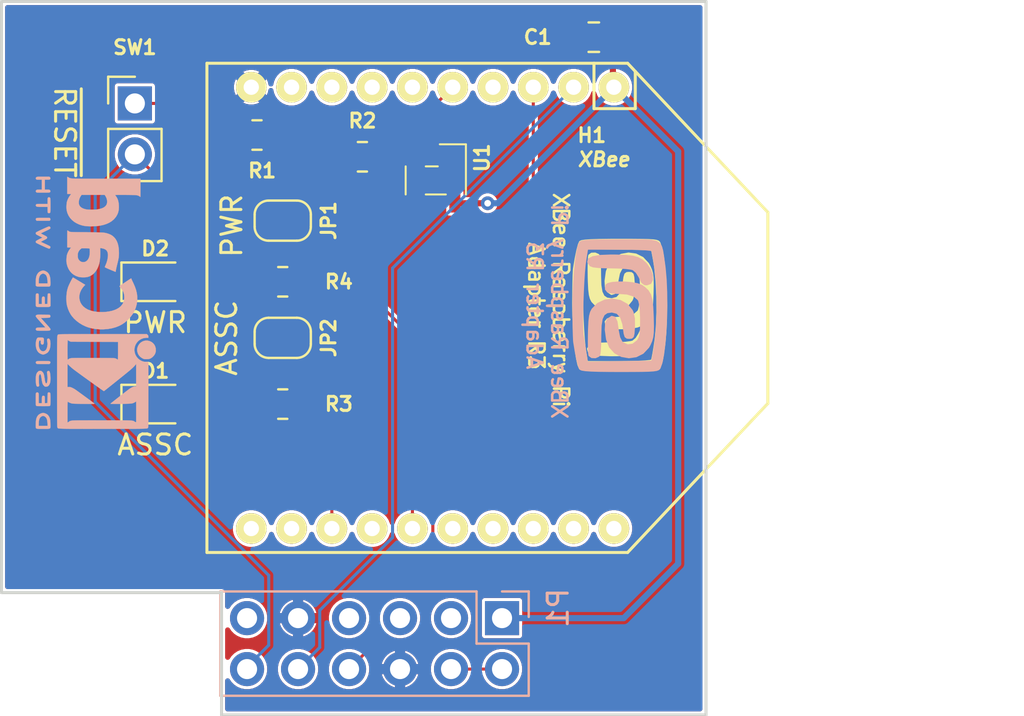
<source format=kicad_pcb>
(kicad_pcb (version 20171130) (host pcbnew "(5.1.10)-1")

  (general
    (thickness 1.6)
    (drawings 13)
    (tracks 48)
    (zones 0)
    (modules 18)
    (nets 15)
  )

  (page A4)
  (title_block
    (title "Rpi Adaptor")
    (rev 2L_3)
  )

  (layers
    (0 F.Cu signal)
    (31 B.Cu signal)
    (32 B.Adhes user)
    (33 F.Adhes user)
    (34 B.Paste user)
    (35 F.Paste user)
    (36 B.SilkS user)
    (37 F.SilkS user)
    (38 B.Mask user)
    (39 F.Mask user)
    (40 Dwgs.User user)
    (41 Cmts.User user hide)
    (42 Eco1.User user)
    (43 Eco2.User user hide)
    (44 Edge.Cuts user)
    (45 Margin user)
    (46 B.CrtYd user)
    (47 F.CrtYd user)
    (48 B.Fab user hide)
    (49 F.Fab user hide)
  )

  (setup
    (last_trace_width 0.1524)
    (user_trace_width 0.3048)
    (user_trace_width 0.6096)
    (user_trace_width 1.2192)
    (trace_clearance 0.1524)
    (zone_clearance 0.1016)
    (zone_45_only no)
    (trace_min 0.1524)
    (via_size 0.6858)
    (via_drill 0.3302)
    (via_min_size 0.6858)
    (via_min_drill 0.3302)
    (uvia_size 0.3)
    (uvia_drill 0.1)
    (uvias_allowed no)
    (uvia_min_size 0.2)
    (uvia_min_drill 0.1)
    (edge_width 0.15)
    (segment_width 0.2)
    (pcb_text_width 0.3)
    (pcb_text_size 1.5 1.5)
    (mod_edge_width 0.15)
    (mod_text_size 0.762 0.762)
    (mod_text_width 0.127)
    (pad_size 0.6858 0.6858)
    (pad_drill 0.3302)
    (pad_to_mask_clearance 0)
    (aux_axis_origin 0 0)
    (visible_elements 7FFDEF7F)
    (pcbplotparams
      (layerselection 0x010fc_ffffffff)
      (usegerberextensions false)
      (usegerberattributes true)
      (usegerberadvancedattributes true)
      (creategerberjobfile true)
      (excludeedgelayer true)
      (linewidth 0.076200)
      (plotframeref false)
      (viasonmask false)
      (mode 1)
      (useauxorigin false)
      (hpglpennumber 1)
      (hpglpenspeed 20)
      (hpglpendiameter 15.000000)
      (psnegative false)
      (psa4output false)
      (plotreference true)
      (plotvalue false)
      (plotinvisibletext false)
      (padsonsilk false)
      (subtractmaskfromsilk false)
      (outputformat 1)
      (mirror false)
      (drillshape 0)
      (scaleselection 1)
      (outputdirectory "Gerbers/"))
  )

  (net 0 "")
  (net 1 GND)
  (net 2 /3V3)
  (net 3 /UART0_Rx)
  (net 4 /UART0_Tx)
  (net 5 /5V)
  (net 6 "Net-(D1-Pad2)")
  (net 7 "Net-(D2-Pad2)")
  (net 8 "Net-(H1-Pad15)")
  (net 9 "Net-(H1-Pad13)")
  (net 10 /~RESET)
  (net 11 "Net-(JP1-Pad2)")
  (net 12 "Net-(JP2-Pad2)")
  (net 13 /GPIO_18)
  (net 14 "Net-(R1-Pad1)")

  (net_class Default "This is the default net class."
    (clearance 0.1524)
    (trace_width 0.1524)
    (via_dia 0.6858)
    (via_drill 0.3302)
    (uvia_dia 0.3)
    (uvia_drill 0.1)
    (add_net /3V3)
    (add_net /5V)
    (add_net /GPIO_17)
    (add_net /GPIO_18)
    (add_net /GPIO_4)
    (add_net /I2C1_SCL)
    (add_net /I2C1_SDA)
    (add_net /UART0_Rx)
    (add_net /UART0_Tx)
    (add_net /~RESET)
    (add_net GND)
    (add_net "Net-(D1-Pad2)")
    (add_net "Net-(D2-Pad2)")
    (add_net "Net-(H1-Pad11)")
    (add_net "Net-(H1-Pad12)")
    (add_net "Net-(H1-Pad13)")
    (add_net "Net-(H1-Pad14)")
    (add_net "Net-(H1-Pad15)")
    (add_net "Net-(H1-Pad16)")
    (add_net "Net-(H1-Pad17)")
    (add_net "Net-(H1-Pad18)")
    (add_net "Net-(H1-Pad19)")
    (add_net "Net-(H1-Pad20)")
    (add_net "Net-(H1-Pad4)")
    (add_net "Net-(H1-Pad6)")
    (add_net "Net-(H1-Pad7)")
    (add_net "Net-(H1-Pad8)")
    (add_net "Net-(H1-Pad9)")
    (add_net "Net-(JP1-Pad2)")
    (add_net "Net-(JP2-Pad2)")
    (add_net "Net-(R1-Pad1)")
  )

  (module XBee-Adapter:MyBasic_rounded_50_1 (layer F.Cu) (tedit 0) (tstamp 6131FA25)
    (at 176.08042 45.57268 270)
    (path /61334C56)
    (fp_text reference Lg3 (at 0 0 90) (layer F.SilkS) hide
      (effects (font (size 1.524 1.524) (thickness 0.3)))
    )
    (fp_text value logo (at 0.75 0 90) (layer F.SilkS) hide
      (effects (font (size 1.524 1.524) (thickness 0.3)))
    )
    (fp_poly (pts (xy 3.304378 -0.743582) (xy 3.302238 -0.149924) (xy 3.302 0.034945) (xy 3.300032 0.675217)
      (xy 3.293365 1.165453) (xy 3.280856 1.524914) (xy 3.261361 1.772861) (xy 3.233735 1.928554)
      (xy 3.196835 2.011252) (xy 3.183831 2.02467) (xy 3.016596 2.096142) (xy 2.878667 2.126474)
      (xy 2.878667 1.672748) (xy 2.878667 0.079371) (xy 2.874611 -0.441091) (xy 2.86325 -0.890668)
      (xy 2.845795 -1.244335) (xy 2.823453 -1.477063) (xy 2.799275 -1.563074) (xy 2.687827 -1.593908)
      (xy 2.445552 -1.640381) (xy 2.109493 -1.695905) (xy 1.762108 -1.747515) (xy 1.13364 -1.809464)
      (xy 0.406051 -1.837755) (xy -0.363863 -1.833503) (xy -1.119308 -1.797821) (xy -1.803486 -1.731824)
      (xy -2.201333 -1.669763) (xy -2.751667 -1.565141) (xy -2.774634 0.056143) (xy -2.797601 1.677426)
      (xy -2.224301 1.768198) (xy -1.888387 1.820928) (xy -1.583576 1.868002) (xy -1.397 1.896091)
      (xy -1.156831 1.913739) (xy -0.785475 1.920161) (xy -0.320617 1.916617) (xy 0.200057 1.904364)
      (xy 0.738862 1.88466) (xy 1.258112 1.858761) (xy 1.720122 1.827926) (xy 2.087206 1.793412)
      (xy 2.2225 1.775306) (xy 2.878667 1.672748) (xy 2.878667 2.126474) (xy 2.707275 2.164166)
      (xy 2.283113 2.226037) (xy 1.771356 2.279051) (xy 1.199249 2.320504) (xy 0.594039 2.347692)
      (xy -0.017031 2.35791) (xy -0.169333 2.357483) (xy -0.654331 2.35226) (xy -1.093111 2.344201)
      (xy -1.451846 2.334183) (xy -1.696708 2.32308) (xy -1.778 2.315816) (xy -2.284572 2.232236)
      (xy -2.692361 2.149708) (xy -2.977538 2.073632) (xy -3.1115 2.013674) (xy -3.148535 1.935849)
      (xy -3.176694 1.76079) (xy -3.196802 1.473075) (xy -3.209683 1.057284) (xy -3.216163 0.497996)
      (xy -3.217333 0.034945) (xy -3.216382 -0.581401) (xy -3.212423 -1.049836) (xy -3.2038 -1.391776)
      (xy -3.188856 -1.628638) (xy -3.165934 -1.78184) (xy -3.133378 -1.872797) (xy -3.089532 -1.922927)
      (xy -3.064688 -1.938403) (xy -2.7988 -2.031821) (xy -2.393239 -2.111825) (xy -1.877227 -2.17717)
      (xy -1.279985 -2.226611) (xy -0.630736 -2.258901) (xy 0.041298 -2.272796) (xy 0.706896 -2.26705)
      (xy 1.336834 -2.240418) (xy 1.901891 -2.191654) (xy 2.140193 -2.160217) (xy 2.505658 -2.108577)
      (xy 2.785762 -2.063648) (xy 2.991766 -2.004153) (xy 3.134929 -1.908818) (xy 3.226512 -1.756368)
      (xy 3.277775 -1.525529) (xy 3.299977 -1.195025) (xy 3.304378 -0.743582)) (layer F.SilkS) (width 0.1))
    (fp_poly (pts (xy 0.34267 0.401396) (xy 0.295189 0.78495) (xy 0.130447 1.134481) (xy -0.143839 1.403811)
      (xy -0.285097 1.477168) (xy -0.473433 1.527105) (xy -0.744285 1.558878) (xy -1.133089 1.577742)
      (xy -1.354667 1.583393) (xy -1.751061 1.587691) (xy -2.089353 1.583729) (xy -2.33113 1.57245)
      (xy -2.434167 1.556953) (xy -2.523029 1.439885) (xy -2.531116 1.26176) (xy -2.463306 1.107596)
      (xy -2.406075 1.067391) (xy -2.267273 1.045378) (xy -2.003201 1.028077) (xy -1.657907 1.017813)
      (xy -1.432409 1.016) (xy -0.950865 1.000429) (xy -0.614329 0.946481) (xy -0.400728 0.843299)
      (xy -0.287987 0.680028) (xy -0.254033 0.445811) (xy -0.254 0.436455) (xy -0.320498 0.172492)
      (xy -0.525142 -0.014356) (xy -0.875658 -0.12968) (xy -1.077076 -0.159096) (xy -1.352639 -0.194937)
      (xy -1.499307 -0.240944) (xy -1.557127 -0.318745) (xy -1.566333 -0.423334) (xy -1.555369 -0.537732)
      (xy -1.497036 -0.604045) (xy -1.353176 -0.638834) (xy -1.085631 -0.658659) (xy -1.016 -0.662183)
      (xy -0.59972 -0.658156) (xy -0.30002 -0.593755) (xy -0.205721 -0.551214) (xy 0.090942 -0.306906)
      (xy 0.274163 0.024037) (xy 0.34267 0.401396)) (layer F.SilkS) (width 0.1))
    (fp_poly (pts (xy 2.539068 0.492399) (xy 2.519138 1.015157) (xy 2.458339 1.378069) (xy 2.357294 1.579846)
      (xy 2.216624 1.619203) (xy 2.048933 1.507066) (xy 1.995682 1.361488) (xy 1.961686 1.054882)
      (xy 1.947676 0.594537) (xy 1.947333 0.49505) (xy 1.938764 0.097735) (xy 1.91563 -0.254593)
      (xy 1.88179 -0.516123) (xy 1.853241 -0.621876) (xy 1.709675 -0.791346) (xy 1.475328 -0.938435)
      (xy 1.429908 -0.957716) (xy 1.208838 -1.068214) (xy 1.114007 -1.194028) (xy 1.100667 -1.299315)
      (xy 1.164639 -1.475757) (xy 1.332569 -1.559333) (xy 1.568475 -1.552519) (xy 1.836374 -1.457795)
      (xy 2.100284 -1.277639) (xy 2.154278 -1.226745) (xy 2.30556 -1.050015) (xy 2.412216 -0.850203)
      (xy 2.481517 -0.594814) (xy 2.520737 -0.251351) (xy 2.537149 0.212682) (xy 2.539068 0.492399)) (layer F.SilkS) (width 0.1))
    (fp_poly (pts (xy 1.195199 0.12652) (xy 1.171174 0.423519) (xy 1.119217 0.633327) (xy 1.058333 0.707951)
      (xy 0.866305 0.738023) (xy 0.745857 0.641621) (xy 0.687111 0.404874) (xy 0.677333 0.172909)
      (xy 0.642254 -0.322588) (xy 0.534985 -0.672063) (xy 0.352479 -0.884069) (xy 0.288135 -0.919664)
      (xy 0.110694 -0.962599) (xy -0.184414 -0.995681) (xy -0.545592 -1.013942) (xy -0.712233 -1.016)
      (xy -1.103858 -1.010452) (xy -1.368654 -0.98892) (xy -1.548902 -0.944073) (xy -1.686886 -0.868578)
      (xy -1.724249 -0.840522) (xy -1.903246 -0.611261) (xy -1.940798 -0.34805) (xy -1.833614 -0.10105)
      (xy -1.776688 -0.041146) (xy -1.553794 0.073454) (xy -1.204358 0.144508) (xy -1.120521 0.152644)
      (xy -0.756152 0.209077) (xy -0.555352 0.306606) (xy -0.517192 0.446155) (xy -0.640743 0.628647)
      (xy -0.641048 0.628952) (xy -0.838147 0.726949) (xy -1.160777 0.744715) (xy -1.620879 0.68286)
      (xy -1.637249 0.679719) (xy -2.016998 0.53308) (xy -2.295444 0.281501) (xy -2.468504 -0.041314)
      (xy -2.532099 -0.401665) (xy -2.482146 -0.765849) (xy -2.314565 -1.100163) (xy -2.025274 -1.370906)
      (xy -1.894472 -1.444431) (xy -1.71114 -1.523813) (xy -1.527711 -1.574176) (xy -1.302663 -1.600125)
      (xy -0.994472 -1.606266) (xy -0.561616 -1.597204) (xy -0.526509 -1.596148) (xy -0.033514 -1.573734)
      (xy 0.324435 -1.533177) (xy 0.581523 -1.462284) (xy 0.771932 -1.348863) (xy 0.929845 -1.180723)
      (xy 1.027625 -1.041829) (xy 1.107505 -0.841846) (xy 1.162582 -0.550741) (xy 1.192074 -0.213093)
      (xy 1.195199 0.12652)) (layer F.SilkS) (width 0.1))
  )

  (module "mech:Board Ref" (layer F.Cu) (tedit 6131D569) (tstamp 61303110)
    (at 166.116 45.974)
    (path /612EB311)
    (fp_text reference Brd1 (at 0 2.8) (layer Dwgs.User) hide
      (effects (font (size 1 1) (thickness 0.15)))
    )
    (fp_text value "XBee Board" (at 0 -2.9) (layer F.Fab)
      (effects (font (size 1 1) (thickness 0.15)))
    )
    (fp_line (start 0 -1) (end 0 1) (layer Dwgs.User) (width 0.15))
    (fp_line (start 1 0) (end -1 0) (layer Dwgs.User) (width 0.15))
    (model "${KIPRJMOD}/kicad_lib/lib/package3d/provided/User Library-XBee-Chip.STEP"
      (offset (xyz 0 0 5.334))
      (scale (xyz 1 1 1))
      (rotate (xyz -90 0 90))
    )
  )

  (module "mech:Board Ref" (layer B.Cu) (tedit 6131D569) (tstamp 6131D49A)
    (at 178.308 36.068)
    (path /6132118E)
    (fp_text reference Brd2 (at 0 -2.8 180) (layer Dwgs.User) hide
      (effects (font (size 1 1) (thickness 0.15)))
    )
    (fp_text value "Raspberry Pi Zero" (at 0 2.9 180) (layer B.Fab)
      (effects (font (size 1 1) (thickness 0.15)) (justify mirror))
    )
    (fp_line (start 0 1) (end 0 -1) (layer Dwgs.User) (width 0.15))
    (fp_line (start 1 0) (end -1 0) (layer Dwgs.User) (width 0.15))
    (model "${KIPRJMOD}/kicad_lib/lib/package3d/provided/Raspberry PI Zero W.step"
      (offset (xyz 0 0 11.00074))
      (scale (xyz 1 1 1))
      (rotate (xyz 0 180 0))
    )
  )

  (module GoldCap-Check:SGM811B (layer F.Cu) (tedit 6131D01B) (tstamp 61303B93)
    (at 166.88054 39.39724 180)
    (path /612D366A)
    (fp_text reference U1 (at -2.30448 1.12522 270) (layer F.SilkS)
      (effects (font (size 0.7 0.7) (thickness 0.15)))
    )
    (fp_text value SGM811 (at 0 -5.25) (layer F.Fab)
      (effects (font (size 1 1) (thickness 0.15)))
    )
    (fp_line (start -1.5 1.8) (end -0.2 1.8) (layer F.SilkS) (width 0.1))
    (fp_line (start -1.5 1.8) (end -1.5 -0.7) (layer F.SilkS) (width 0.1))
    (fp_line (start 0.5 0.7) (end -0.1 0.7) (layer F.SilkS) (width 0.1))
    (fp_line (start 1.5 -0.7) (end 1.5 0.7) (layer F.SilkS) (width 0.1))
    (fp_line (start -0.5 -0.7) (end 0.5 -0.7) (layer F.SilkS) (width 0.1))
    (pad 4 smd rect (at -0.95 -1.1 180) (size 0.55 1) (layers F.Cu F.Paste F.Mask)
      (net 2 /3V3))
    (pad 3 smd rect (at 0.95 -1.1 180) (size 0.55 1) (layers F.Cu F.Paste F.Mask)
      (net 13 /GPIO_18))
    (pad 2 smd rect (at 0.95 1.1 180) (size 0.55 1) (layers F.Cu F.Paste F.Mask)
      (net 10 /~RESET))
    (pad 1 smd rect (at -0.75 1.1 180) (size 0.95 1) (layers F.Cu F.Paste F.Mask)
      (net 1 GND))
    (model ${KIPRJMOD}/kicad_lib/lib/package3d/provided/TO-253AA.stp
      (offset (xyz -0.7874 -1.2192 0))
      (scale (xyz 1 1 1))
      (rotate (xyz 0 0 0))
    )
  )

  (module Symbols:KiCad-Logo2_6mm_SilkScreen (layer B.Cu) (tedit 0) (tstamp 6131D5A7)
    (at 149.959096 45.50169 90)
    (descr "KiCad Logo")
    (tags "Logo KiCad")
    (path /6131D7E7)
    (attr virtual)
    (fp_text reference Lg2 (at 0 0 270) (layer B.SilkS) hide
      (effects (font (size 1 1) (thickness 0.15)) (justify mirror))
    )
    (fp_text value KiCad (at 0.75 0 270) (layer B.Fab) hide
      (effects (font (size 1 1) (thickness 0.15)) (justify mirror))
    )
    (fp_poly (pts (xy -6.121371 -2.269066) (xy -6.081889 -2.269467) (xy -5.9662 -2.272259) (xy -5.869311 -2.28055)
      (xy -5.787919 -2.295232) (xy -5.718723 -2.317193) (xy -5.65842 -2.347322) (xy -5.603708 -2.38651)
      (xy -5.584167 -2.403532) (xy -5.55175 -2.443363) (xy -5.52252 -2.497413) (xy -5.499991 -2.557323)
      (xy -5.487679 -2.614739) (xy -5.4864 -2.635956) (xy -5.494417 -2.694769) (xy -5.515899 -2.759013)
      (xy -5.546999 -2.819821) (xy -5.583866 -2.86833) (xy -5.589854 -2.874182) (xy -5.640579 -2.915321)
      (xy -5.696125 -2.947435) (xy -5.759696 -2.971365) (xy -5.834494 -2.987953) (xy -5.923722 -2.998041)
      (xy -6.030582 -3.002469) (xy -6.079528 -3.002845) (xy -6.141762 -3.002545) (xy -6.185528 -3.001292)
      (xy -6.214931 -2.998554) (xy -6.234079 -2.993801) (xy -6.247077 -2.986501) (xy -6.254045 -2.980267)
      (xy -6.260626 -2.972694) (xy -6.265788 -2.962924) (xy -6.269703 -2.94834) (xy -6.272543 -2.926326)
      (xy -6.27448 -2.894264) (xy -6.275684 -2.849536) (xy -6.276328 -2.789526) (xy -6.276583 -2.711617)
      (xy -6.276622 -2.635956) (xy -6.27687 -2.535041) (xy -6.276817 -2.454427) (xy -6.275857 -2.415822)
      (xy -6.129867 -2.415822) (xy -6.129867 -2.856089) (xy -6.036734 -2.856004) (xy -5.980693 -2.854396)
      (xy -5.921999 -2.850256) (xy -5.873028 -2.844464) (xy -5.871538 -2.844226) (xy -5.792392 -2.82509)
      (xy -5.731002 -2.795287) (xy -5.684305 -2.752878) (xy -5.654635 -2.706961) (xy -5.636353 -2.656026)
      (xy -5.637771 -2.6082) (xy -5.658988 -2.556933) (xy -5.700489 -2.503899) (xy -5.757998 -2.4646)
      (xy -5.83275 -2.438331) (xy -5.882708 -2.429035) (xy -5.939416 -2.422507) (xy -5.999519 -2.417782)
      (xy -6.050639 -2.415817) (xy -6.053667 -2.415808) (xy -6.129867 -2.415822) (xy -6.275857 -2.415822)
      (xy -6.27526 -2.391851) (xy -6.270998 -2.345055) (xy -6.26283 -2.311778) (xy -6.249556 -2.289759)
      (xy -6.229974 -2.276739) (xy -6.202883 -2.270457) (xy -6.167082 -2.268653) (xy -6.121371 -2.269066)) (layer B.SilkS) (width 0.01))
    (fp_poly (pts (xy -4.712794 -2.269146) (xy -4.643386 -2.269518) (xy -4.590997 -2.270385) (xy -4.552847 -2.271946)
      (xy -4.526159 -2.274403) (xy -4.508153 -2.277957) (xy -4.496049 -2.28281) (xy -4.487069 -2.289161)
      (xy -4.483818 -2.292084) (xy -4.464043 -2.323142) (xy -4.460482 -2.358828) (xy -4.473491 -2.39051)
      (xy -4.479506 -2.396913) (xy -4.489235 -2.403121) (xy -4.504901 -2.40791) (xy -4.529408 -2.411514)
      (xy -4.565661 -2.414164) (xy -4.616565 -2.416095) (xy -4.685026 -2.417539) (xy -4.747617 -2.418418)
      (xy -4.995334 -2.421467) (xy -4.998719 -2.486378) (xy -5.002105 -2.551289) (xy -4.833958 -2.551289)
      (xy -4.760959 -2.551919) (xy -4.707517 -2.554553) (xy -4.670628 -2.560309) (xy -4.647288 -2.570304)
      (xy -4.634494 -2.585656) (xy -4.629242 -2.607482) (xy -4.628445 -2.627738) (xy -4.630923 -2.652592)
      (xy -4.640277 -2.670906) (xy -4.659383 -2.683637) (xy -4.691118 -2.691741) (xy -4.738359 -2.696176)
      (xy -4.803983 -2.697899) (xy -4.839801 -2.698045) (xy -5.000978 -2.698045) (xy -5.000978 -2.856089)
      (xy -4.752622 -2.856089) (xy -4.671213 -2.856202) (xy -4.609342 -2.856712) (xy -4.563968 -2.85787)
      (xy -4.532054 -2.85993) (xy -4.510559 -2.863146) (xy -4.496443 -2.867772) (xy -4.486668 -2.874059)
      (xy -4.481689 -2.878667) (xy -4.46461 -2.90556) (xy -4.459111 -2.929467) (xy -4.466963 -2.958667)
      (xy -4.481689 -2.980267) (xy -4.489546 -2.987066) (xy -4.499688 -2.992346) (xy -4.514844 -2.996298)
      (xy -4.537741 -2.999113) (xy -4.571109 -3.000982) (xy -4.617675 -3.002098) (xy -4.680167 -3.002651)
      (xy -4.761314 -3.002833) (xy -4.803422 -3.002845) (xy -4.893598 -3.002765) (xy -4.963924 -3.002398)
      (xy -5.017129 -3.001552) (xy -5.05594 -3.000036) (xy -5.083087 -2.997659) (xy -5.101298 -2.994229)
      (xy -5.1133 -2.989554) (xy -5.121822 -2.983444) (xy -5.125156 -2.980267) (xy -5.131755 -2.97267)
      (xy -5.136927 -2.96287) (xy -5.140846 -2.948239) (xy -5.143684 -2.926152) (xy -5.145615 -2.893982)
      (xy -5.146812 -2.849103) (xy -5.147448 -2.788889) (xy -5.147697 -2.710713) (xy -5.147734 -2.637923)
      (xy -5.1477 -2.544707) (xy -5.147465 -2.471431) (xy -5.14683 -2.415458) (xy -5.145594 -2.374151)
      (xy -5.143556 -2.344872) (xy -5.140517 -2.324984) (xy -5.136277 -2.31185) (xy -5.130635 -2.302832)
      (xy -5.123391 -2.295293) (xy -5.121606 -2.293612) (xy -5.112945 -2.286172) (xy -5.102882 -2.280409)
      (xy -5.088625 -2.276112) (xy -5.067383 -2.273064) (xy -5.036364 -2.271051) (xy -4.992777 -2.26986)
      (xy -4.933831 -2.269275) (xy -4.856734 -2.269083) (xy -4.802001 -2.269067) (xy -4.712794 -2.269146)) (layer B.SilkS) (width 0.01))
    (fp_poly (pts (xy -3.691703 -2.270351) (xy -3.616888 -2.275581) (xy -3.547306 -2.28375) (xy -3.487002 -2.29455)
      (xy -3.44002 -2.307673) (xy -3.410406 -2.322813) (xy -3.40586 -2.327269) (xy -3.390054 -2.36185)
      (xy -3.394847 -2.397351) (xy -3.419364 -2.427725) (xy -3.420534 -2.428596) (xy -3.434954 -2.437954)
      (xy -3.450008 -2.442876) (xy -3.471005 -2.443473) (xy -3.503257 -2.439861) (xy -3.552073 -2.432154)
      (xy -3.556 -2.431505) (xy -3.628739 -2.422569) (xy -3.707217 -2.418161) (xy -3.785927 -2.418119)
      (xy -3.859361 -2.422279) (xy -3.922011 -2.430479) (xy -3.96837 -2.442557) (xy -3.971416 -2.443771)
      (xy -4.005048 -2.462615) (xy -4.016864 -2.481685) (xy -4.007614 -2.500439) (xy -3.978047 -2.518337)
      (xy -3.928911 -2.534837) (xy -3.860957 -2.549396) (xy -3.815645 -2.556406) (xy -3.721456 -2.569889)
      (xy -3.646544 -2.582214) (xy -3.587717 -2.594449) (xy -3.541785 -2.607661) (xy -3.505555 -2.622917)
      (xy -3.475838 -2.641285) (xy -3.449442 -2.663831) (xy -3.42823 -2.685971) (xy -3.403065 -2.716819)
      (xy -3.390681 -2.743345) (xy -3.386808 -2.776026) (xy -3.386667 -2.787995) (xy -3.389576 -2.827712)
      (xy -3.401202 -2.857259) (xy -3.421323 -2.883486) (xy -3.462216 -2.923576) (xy -3.507817 -2.954149)
      (xy -3.561513 -2.976203) (xy -3.626692 -2.990735) (xy -3.706744 -2.998741) (xy -3.805057 -3.001218)
      (xy -3.821289 -3.001177) (xy -3.886849 -2.999818) (xy -3.951866 -2.99673) (xy -4.009252 -2.992356)
      (xy -4.051922 -2.98714) (xy -4.055372 -2.986541) (xy -4.097796 -2.976491) (xy -4.13378 -2.963796)
      (xy -4.15415 -2.95219) (xy -4.173107 -2.921572) (xy -4.174427 -2.885918) (xy -4.158085 -2.854144)
      (xy -4.154429 -2.850551) (xy -4.139315 -2.839876) (xy -4.120415 -2.835276) (xy -4.091162 -2.836059)
      (xy -4.055651 -2.840127) (xy -4.01597 -2.843762) (xy -3.960345 -2.846828) (xy -3.895406 -2.849053)
      (xy -3.827785 -2.850164) (xy -3.81 -2.850237) (xy -3.742128 -2.849964) (xy -3.692454 -2.848646)
      (xy -3.65661 -2.845827) (xy -3.630224 -2.84105) (xy -3.608926 -2.833857) (xy -3.596126 -2.827867)
      (xy -3.568 -2.811233) (xy -3.550068 -2.796168) (xy -3.547447 -2.791897) (xy -3.552976 -2.774263)
      (xy -3.57926 -2.757192) (xy -3.624478 -2.741458) (xy -3.686808 -2.727838) (xy -3.705171 -2.724804)
      (xy -3.80109 -2.709738) (xy -3.877641 -2.697146) (xy -3.93778 -2.686111) (xy -3.98446 -2.67572)
      (xy -4.020637 -2.665056) (xy -4.049265 -2.653205) (xy -4.073298 -2.639251) (xy -4.095692 -2.622281)
      (xy -4.119402 -2.601378) (xy -4.12738 -2.594049) (xy -4.155353 -2.566699) (xy -4.17016 -2.545029)
      (xy -4.175952 -2.520232) (xy -4.176889 -2.488983) (xy -4.166575 -2.427705) (xy -4.135752 -2.37564)
      (xy -4.084595 -2.332958) (xy -4.013283 -2.299825) (xy -3.9624 -2.284964) (xy -3.9071 -2.275366)
      (xy -3.840853 -2.269936) (xy -3.767706 -2.268367) (xy -3.691703 -2.270351)) (layer B.SilkS) (width 0.01))
    (fp_poly (pts (xy -2.923822 -2.291645) (xy -2.917242 -2.299218) (xy -2.912079 -2.308987) (xy -2.908164 -2.323571)
      (xy -2.905324 -2.345585) (xy -2.903387 -2.377648) (xy -2.902183 -2.422375) (xy -2.901539 -2.482385)
      (xy -2.901284 -2.560294) (xy -2.901245 -2.635956) (xy -2.901314 -2.729802) (xy -2.901638 -2.803689)
      (xy -2.902386 -2.860232) (xy -2.903732 -2.902049) (xy -2.905846 -2.931757) (xy -2.9089 -2.951973)
      (xy -2.913066 -2.965314) (xy -2.918516 -2.974398) (xy -2.923822 -2.980267) (xy -2.956826 -2.999947)
      (xy -2.991991 -2.998181) (xy -3.023455 -2.976717) (xy -3.030684 -2.968337) (xy -3.036334 -2.958614)
      (xy -3.040599 -2.944861) (xy -3.043673 -2.924389) (xy -3.045752 -2.894512) (xy -3.04703 -2.852541)
      (xy -3.047701 -2.795789) (xy -3.047959 -2.721567) (xy -3.048 -2.637537) (xy -3.048 -2.324485)
      (xy -3.020291 -2.296776) (xy -2.986137 -2.273463) (xy -2.953006 -2.272623) (xy -2.923822 -2.291645)) (layer B.SilkS) (width 0.01))
    (fp_poly (pts (xy -1.950081 -2.274599) (xy -1.881565 -2.286095) (xy -1.828943 -2.303967) (xy -1.794708 -2.327499)
      (xy -1.785379 -2.340924) (xy -1.775893 -2.372148) (xy -1.782277 -2.400395) (xy -1.80243 -2.427182)
      (xy -1.833745 -2.439713) (xy -1.879183 -2.438696) (xy -1.914326 -2.431906) (xy -1.992419 -2.418971)
      (xy -2.072226 -2.417742) (xy -2.161555 -2.428241) (xy -2.186229 -2.43269) (xy -2.269291 -2.456108)
      (xy -2.334273 -2.490945) (xy -2.380461 -2.536604) (xy -2.407145 -2.592494) (xy -2.412663 -2.621388)
      (xy -2.409051 -2.680012) (xy -2.385729 -2.731879) (xy -2.344824 -2.775978) (xy -2.288459 -2.811299)
      (xy -2.21876 -2.836829) (xy -2.137852 -2.851559) (xy -2.04786 -2.854478) (xy -1.95091 -2.844575)
      (xy -1.945436 -2.843641) (xy -1.906875 -2.836459) (xy -1.885494 -2.829521) (xy -1.876227 -2.819227)
      (xy -1.874006 -2.801976) (xy -1.873956 -2.792841) (xy -1.873956 -2.754489) (xy -1.942431 -2.754489)
      (xy -2.0029 -2.750347) (xy -2.044165 -2.737147) (xy -2.068175 -2.71373) (xy -2.076877 -2.678936)
      (xy -2.076983 -2.674394) (xy -2.071892 -2.644654) (xy -2.054433 -2.623419) (xy -2.021939 -2.609366)
      (xy -1.971743 -2.601173) (xy -1.923123 -2.598161) (xy -1.852456 -2.596433) (xy -1.801198 -2.59907)
      (xy -1.766239 -2.6088) (xy -1.74447 -2.628353) (xy -1.73278 -2.660456) (xy -1.72806 -2.707838)
      (xy -1.7272 -2.770071) (xy -1.728609 -2.839535) (xy -1.732848 -2.886786) (xy -1.739936 -2.912012)
      (xy -1.741311 -2.913988) (xy -1.780228 -2.945508) (xy -1.837286 -2.97047) (xy -1.908869 -2.98834)
      (xy -1.991358 -2.998586) (xy -2.081139 -3.000673) (xy -2.174592 -2.994068) (xy -2.229556 -2.985956)
      (xy -2.315766 -2.961554) (xy -2.395892 -2.921662) (xy -2.462977 -2.869887) (xy -2.473173 -2.859539)
      (xy -2.506302 -2.816035) (xy -2.536194 -2.762118) (xy -2.559357 -2.705592) (xy -2.572298 -2.654259)
      (xy -2.573858 -2.634544) (xy -2.567218 -2.593419) (xy -2.549568 -2.542252) (xy -2.524297 -2.488394)
      (xy -2.494789 -2.439195) (xy -2.468719 -2.406334) (xy -2.407765 -2.357452) (xy -2.328969 -2.318545)
      (xy -2.235157 -2.290494) (xy -2.12915 -2.274179) (xy -2.032 -2.270192) (xy -1.950081 -2.274599)) (layer B.SilkS) (width 0.01))
    (fp_poly (pts (xy -1.300114 -2.273448) (xy -1.276548 -2.287273) (xy -1.245735 -2.309881) (xy -1.206078 -2.342338)
      (xy -1.15598 -2.385708) (xy -1.093843 -2.441058) (xy -1.018072 -2.509451) (xy -0.931334 -2.588084)
      (xy -0.750711 -2.751878) (xy -0.745067 -2.532029) (xy -0.743029 -2.456351) (xy -0.741063 -2.399994)
      (xy -0.738734 -2.359706) (xy -0.735606 -2.332235) (xy -0.731245 -2.314329) (xy -0.725216 -2.302737)
      (xy -0.717084 -2.294208) (xy -0.712772 -2.290623) (xy -0.678241 -2.27167) (xy -0.645383 -2.274441)
      (xy -0.619318 -2.290633) (xy -0.592667 -2.312199) (xy -0.589352 -2.627151) (xy -0.588435 -2.719779)
      (xy -0.587968 -2.792544) (xy -0.588113 -2.848161) (xy -0.589032 -2.889342) (xy -0.590887 -2.918803)
      (xy -0.593839 -2.939255) (xy -0.59805 -2.953413) (xy -0.603682 -2.963991) (xy -0.609927 -2.972474)
      (xy -0.623439 -2.988207) (xy -0.636883 -2.998636) (xy -0.652124 -3.002639) (xy -0.671026 -2.999094)
      (xy -0.695455 -2.986879) (xy -0.727273 -2.964871) (xy -0.768348 -2.931949) (xy -0.820542 -2.886991)
      (xy -0.885722 -2.828875) (xy -0.959556 -2.762099) (xy -1.224845 -2.521458) (xy -1.230489 -2.740589)
      (xy -1.232531 -2.816128) (xy -1.234502 -2.872354) (xy -1.236839 -2.912524) (xy -1.239981 -2.939896)
      (xy -1.244364 -2.957728) (xy -1.250424 -2.969279) (xy -1.2586 -2.977807) (xy -1.262784 -2.981282)
      (xy -1.299765 -3.000372) (xy -1.334708 -2.997493) (xy -1.365136 -2.9731) (xy -1.372097 -2.963286)
      (xy -1.377523 -2.951826) (xy -1.381603 -2.935968) (xy -1.384529 -2.912963) (xy -1.386492 -2.880062)
      (xy -1.387683 -2.834516) (xy -1.388292 -2.773573) (xy -1.388511 -2.694486) (xy -1.388534 -2.635956)
      (xy -1.38846 -2.544407) (xy -1.388113 -2.472687) (xy -1.387301 -2.418045) (xy -1.385833 -2.377732)
      (xy -1.383519 -2.348998) (xy -1.380167 -2.329093) (xy -1.375588 -2.315268) (xy -1.369589 -2.304772)
      (xy -1.365136 -2.298811) (xy -1.35385 -2.284691) (xy -1.343301 -2.274029) (xy -1.331893 -2.267892)
      (xy -1.31803 -2.267343) (xy -1.300114 -2.273448)) (layer B.SilkS) (width 0.01))
    (fp_poly (pts (xy 0.230343 -2.26926) (xy 0.306701 -2.270174) (xy 0.365217 -2.272311) (xy 0.408255 -2.276175)
      (xy 0.438183 -2.282267) (xy 0.457368 -2.29109) (xy 0.468176 -2.303146) (xy 0.472973 -2.318939)
      (xy 0.474127 -2.33897) (xy 0.474133 -2.341335) (xy 0.473131 -2.363992) (xy 0.468396 -2.381503)
      (xy 0.457333 -2.394574) (xy 0.437348 -2.403913) (xy 0.405846 -2.410227) (xy 0.360232 -2.414222)
      (xy 0.297913 -2.416606) (xy 0.216293 -2.418086) (xy 0.191277 -2.418414) (xy -0.0508 -2.421467)
      (xy -0.054186 -2.486378) (xy -0.057571 -2.551289) (xy 0.110576 -2.551289) (xy 0.176266 -2.551531)
      (xy 0.223172 -2.552556) (xy 0.255083 -2.554811) (xy 0.275791 -2.558742) (xy 0.289084 -2.564798)
      (xy 0.298755 -2.573424) (xy 0.298817 -2.573493) (xy 0.316356 -2.607112) (xy 0.315722 -2.643448)
      (xy 0.297314 -2.674423) (xy 0.293671 -2.677607) (xy 0.280741 -2.685812) (xy 0.263024 -2.691521)
      (xy 0.23657 -2.695162) (xy 0.197432 -2.697167) (xy 0.141662 -2.697964) (xy 0.105994 -2.698045)
      (xy -0.056445 -2.698045) (xy -0.056445 -2.856089) (xy 0.190161 -2.856089) (xy 0.27158 -2.856231)
      (xy 0.33341 -2.856814) (xy 0.378637 -2.858068) (xy 0.410248 -2.860227) (xy 0.431231 -2.863523)
      (xy 0.444573 -2.868189) (xy 0.453261 -2.874457) (xy 0.45545 -2.876733) (xy 0.471614 -2.90828)
      (xy 0.472797 -2.944168) (xy 0.459536 -2.975285) (xy 0.449043 -2.985271) (xy 0.438129 -2.990769)
      (xy 0.421217 -2.995022) (xy 0.395633 -2.99818) (xy 0.358701 -3.000392) (xy 0.307746 -3.001806)
      (xy 0.240094 -3.002572) (xy 0.153069 -3.002838) (xy 0.133394 -3.002845) (xy 0.044911 -3.002787)
      (xy -0.023773 -3.002467) (xy -0.075436 -3.001667) (xy -0.112855 -3.000167) (xy -0.13881 -2.997749)
      (xy -0.156078 -2.994194) (xy -0.167438 -2.989282) (xy -0.175668 -2.982795) (xy -0.180183 -2.978138)
      (xy -0.186979 -2.969889) (xy -0.192288 -2.959669) (xy -0.196294 -2.9448) (xy -0.199179 -2.922602)
      (xy -0.201126 -2.890393) (xy -0.202319 -2.845496) (xy -0.202939 -2.785228) (xy -0.203171 -2.706911)
      (xy -0.2032 -2.640994) (xy -0.203129 -2.548628) (xy -0.202792 -2.476117) (xy -0.202002 -2.420737)
      (xy -0.200574 -2.379765) (xy -0.198321 -2.350478) (xy -0.195057 -2.330153) (xy -0.190596 -2.316066)
      (xy -0.184752 -2.305495) (xy -0.179803 -2.298811) (xy -0.156406 -2.269067) (xy 0.133774 -2.269067)
      (xy 0.230343 -2.26926)) (layer B.SilkS) (width 0.01))
    (fp_poly (pts (xy 1.018309 -2.269275) (xy 1.147288 -2.273636) (xy 1.256991 -2.286861) (xy 1.349226 -2.309741)
      (xy 1.425802 -2.34307) (xy 1.488527 -2.387638) (xy 1.539212 -2.444236) (xy 1.579663 -2.513658)
      (xy 1.580459 -2.515351) (xy 1.604601 -2.577483) (xy 1.613203 -2.632509) (xy 1.606231 -2.687887)
      (xy 1.583654 -2.751073) (xy 1.579372 -2.760689) (xy 1.550172 -2.816966) (xy 1.517356 -2.860451)
      (xy 1.475002 -2.897417) (xy 1.41719 -2.934135) (xy 1.413831 -2.936052) (xy 1.363504 -2.960227)
      (xy 1.306621 -2.978282) (xy 1.239527 -2.990839) (xy 1.158565 -2.998522) (xy 1.060082 -3.001953)
      (xy 1.025286 -3.002251) (xy 0.859594 -3.002845) (xy 0.836197 -2.9731) (xy 0.829257 -2.963319)
      (xy 0.823842 -2.951897) (xy 0.819765 -2.936095) (xy 0.816837 -2.913175) (xy 0.814867 -2.880396)
      (xy 0.814225 -2.856089) (xy 0.970844 -2.856089) (xy 1.064726 -2.856089) (xy 1.119664 -2.854483)
      (xy 1.17606 -2.850255) (xy 1.222345 -2.844292) (xy 1.225139 -2.84379) (xy 1.307348 -2.821736)
      (xy 1.371114 -2.7886) (xy 1.418452 -2.742847) (xy 1.451382 -2.682939) (xy 1.457108 -2.667061)
      (xy 1.462721 -2.642333) (xy 1.460291 -2.617902) (xy 1.448467 -2.5854) (xy 1.44134 -2.569434)
      (xy 1.418 -2.527006) (xy 1.38988 -2.49724) (xy 1.35894 -2.476511) (xy 1.296966 -2.449537)
      (xy 1.217651 -2.429998) (xy 1.125253 -2.418746) (xy 1.058333 -2.41627) (xy 0.970844 -2.415822)
      (xy 0.970844 -2.856089) (xy 0.814225 -2.856089) (xy 0.813668 -2.835021) (xy 0.81305 -2.774311)
      (xy 0.812825 -2.695526) (xy 0.8128 -2.63392) (xy 0.8128 -2.324485) (xy 0.840509 -2.296776)
      (xy 0.852806 -2.285544) (xy 0.866103 -2.277853) (xy 0.884672 -2.27304) (xy 0.912786 -2.270446)
      (xy 0.954717 -2.26941) (xy 1.014737 -2.26927) (xy 1.018309 -2.269275)) (layer B.SilkS) (width 0.01))
    (fp_poly (pts (xy 3.744665 -2.271034) (xy 3.764255 -2.278035) (xy 3.76501 -2.278377) (xy 3.791613 -2.298678)
      (xy 3.80627 -2.319561) (xy 3.809138 -2.329352) (xy 3.808996 -2.342361) (xy 3.804961 -2.360895)
      (xy 3.796146 -2.387257) (xy 3.781669 -2.423752) (xy 3.760645 -2.472687) (xy 3.732188 -2.536365)
      (xy 3.695415 -2.617093) (xy 3.675175 -2.661216) (xy 3.638625 -2.739985) (xy 3.604315 -2.812423)
      (xy 3.573552 -2.87588) (xy 3.547648 -2.927708) (xy 3.52791 -2.965259) (xy 3.51565 -2.985884)
      (xy 3.513224 -2.988733) (xy 3.482183 -3.001302) (xy 3.447121 -2.999619) (xy 3.419 -2.984332)
      (xy 3.417854 -2.983089) (xy 3.406668 -2.966154) (xy 3.387904 -2.93317) (xy 3.363875 -2.88838)
      (xy 3.336897 -2.836032) (xy 3.327201 -2.816742) (xy 3.254014 -2.67015) (xy 3.17424 -2.829393)
      (xy 3.145767 -2.884415) (xy 3.11935 -2.932132) (xy 3.097148 -2.968893) (xy 3.081319 -2.991044)
      (xy 3.075954 -2.995741) (xy 3.034257 -3.002102) (xy 2.999849 -2.988733) (xy 2.989728 -2.974446)
      (xy 2.972214 -2.942692) (xy 2.948735 -2.896597) (xy 2.92072 -2.839285) (xy 2.889599 -2.77388)
      (xy 2.856799 -2.703507) (xy 2.82375 -2.631291) (xy 2.791881 -2.560355) (xy 2.762619 -2.493825)
      (xy 2.737395 -2.434826) (xy 2.717636 -2.386481) (xy 2.704772 -2.351915) (xy 2.700231 -2.334253)
      (xy 2.700277 -2.333613) (xy 2.711326 -2.311388) (xy 2.73341 -2.288753) (xy 2.73471 -2.287768)
      (xy 2.761853 -2.272425) (xy 2.786958 -2.272574) (xy 2.796368 -2.275466) (xy 2.807834 -2.281718)
      (xy 2.82001 -2.294014) (xy 2.834357 -2.314908) (xy 2.852336 -2.346949) (xy 2.875407 -2.392688)
      (xy 2.90503 -2.454677) (xy 2.931745 -2.511898) (xy 2.96248 -2.578226) (xy 2.990021 -2.637874)
      (xy 3.012938 -2.687725) (xy 3.029798 -2.724664) (xy 3.039173 -2.745573) (xy 3.04054 -2.748845)
      (xy 3.046689 -2.743497) (xy 3.060822 -2.721109) (xy 3.081057 -2.684946) (xy 3.105515 -2.638277)
      (xy 3.115248 -2.619022) (xy 3.148217 -2.554004) (xy 3.173643 -2.506654) (xy 3.193612 -2.474219)
      (xy 3.21021 -2.453946) (xy 3.225524 -2.443082) (xy 3.24164 -2.438875) (xy 3.252143 -2.4384)
      (xy 3.27067 -2.440042) (xy 3.286904 -2.446831) (xy 3.303035 -2.461566) (xy 3.321251 -2.487044)
      (xy 3.343739 -2.526061) (xy 3.372689 -2.581414) (xy 3.388662 -2.612903) (xy 3.41457 -2.663087)
      (xy 3.437167 -2.704704) (xy 3.454458 -2.734242) (xy 3.46445 -2.748189) (xy 3.465809 -2.74877)
      (xy 3.472261 -2.737793) (xy 3.486708 -2.70929) (xy 3.507703 -2.666244) (xy 3.533797 -2.611638)
      (xy 3.563546 -2.548454) (xy 3.57818 -2.517071) (xy 3.61625 -2.436078) (xy 3.646905 -2.373756)
      (xy 3.671737 -2.328071) (xy 3.692337 -2.296989) (xy 3.710298 -2.278478) (xy 3.72721 -2.270504)
      (xy 3.744665 -2.271034)) (layer B.SilkS) (width 0.01))
    (fp_poly (pts (xy 4.188614 -2.275877) (xy 4.212327 -2.290647) (xy 4.238978 -2.312227) (xy 4.238978 -2.633773)
      (xy 4.238893 -2.72783) (xy 4.238529 -2.801932) (xy 4.237724 -2.858704) (xy 4.236313 -2.900768)
      (xy 4.234133 -2.930748) (xy 4.231021 -2.951267) (xy 4.226814 -2.964949) (xy 4.221348 -2.974416)
      (xy 4.217472 -2.979082) (xy 4.186034 -2.999575) (xy 4.150233 -2.998739) (xy 4.118873 -2.981264)
      (xy 4.092222 -2.959684) (xy 4.092222 -2.312227) (xy 4.118873 -2.290647) (xy 4.144594 -2.274949)
      (xy 4.1656 -2.269067) (xy 4.188614 -2.275877)) (layer B.SilkS) (width 0.01))
    (fp_poly (pts (xy 4.963065 -2.269163) (xy 5.041772 -2.269542) (xy 5.102863 -2.270333) (xy 5.148817 -2.27167)
      (xy 5.182114 -2.273683) (xy 5.205236 -2.276506) (xy 5.220662 -2.280269) (xy 5.230871 -2.285105)
      (xy 5.235813 -2.288822) (xy 5.261457 -2.321358) (xy 5.264559 -2.355138) (xy 5.248711 -2.385826)
      (xy 5.238348 -2.398089) (xy 5.227196 -2.40645) (xy 5.211035 -2.411657) (xy 5.185642 -2.414457)
      (xy 5.146798 -2.415596) (xy 5.09028 -2.415821) (xy 5.07918 -2.415822) (xy 4.933244 -2.415822)
      (xy 4.933244 -2.686756) (xy 4.933148 -2.772154) (xy 4.932711 -2.837864) (xy 4.931712 -2.886774)
      (xy 4.929928 -2.921773) (xy 4.927137 -2.945749) (xy 4.923117 -2.961593) (xy 4.917645 -2.972191)
      (xy 4.910666 -2.980267) (xy 4.877734 -3.000112) (xy 4.843354 -2.998548) (xy 4.812176 -2.975906)
      (xy 4.809886 -2.9731) (xy 4.802429 -2.962492) (xy 4.796747 -2.950081) (xy 4.792601 -2.93285)
      (xy 4.78975 -2.907784) (xy 4.787954 -2.871867) (xy 4.786972 -2.822083) (xy 4.786564 -2.755417)
      (xy 4.786489 -2.679589) (xy 4.786489 -2.415822) (xy 4.647127 -2.415822) (xy 4.587322 -2.415418)
      (xy 4.545918 -2.41384) (xy 4.518748 -2.410547) (xy 4.501646 -2.404992) (xy 4.490443 -2.396631)
      (xy 4.489083 -2.395178) (xy 4.472725 -2.361939) (xy 4.474172 -2.324362) (xy 4.492978 -2.291645)
      (xy 4.50025 -2.285298) (xy 4.509627 -2.280266) (xy 4.523609 -2.276396) (xy 4.544696 -2.273537)
      (xy 4.575389 -2.271535) (xy 4.618189 -2.270239) (xy 4.675595 -2.269498) (xy 4.75011 -2.269158)
      (xy 4.844233 -2.269068) (xy 4.86426 -2.269067) (xy 4.963065 -2.269163)) (layer B.SilkS) (width 0.01))
    (fp_poly (pts (xy 6.228823 -2.274533) (xy 6.260202 -2.296776) (xy 6.287911 -2.324485) (xy 6.287911 -2.63392)
      (xy 6.287838 -2.725799) (xy 6.287495 -2.79784) (xy 6.286692 -2.85278) (xy 6.285241 -2.89336)
      (xy 6.282952 -2.922317) (xy 6.279636 -2.942391) (xy 6.275105 -2.956321) (xy 6.269169 -2.966845)
      (xy 6.264514 -2.9731) (xy 6.233783 -2.997673) (xy 6.198496 -3.000341) (xy 6.166245 -2.985271)
      (xy 6.155588 -2.976374) (xy 6.148464 -2.964557) (xy 6.144167 -2.945526) (xy 6.141991 -2.914992)
      (xy 6.141228 -2.868662) (xy 6.141155 -2.832871) (xy 6.141155 -2.698045) (xy 5.644444 -2.698045)
      (xy 5.644444 -2.8207) (xy 5.643931 -2.876787) (xy 5.641876 -2.915333) (xy 5.637508 -2.941361)
      (xy 5.630056 -2.959897) (xy 5.621047 -2.9731) (xy 5.590144 -2.997604) (xy 5.555196 -3.000506)
      (xy 5.521738 -2.983089) (xy 5.512604 -2.973959) (xy 5.506152 -2.961855) (xy 5.501897 -2.943001)
      (xy 5.499352 -2.91362) (xy 5.498029 -2.869937) (xy 5.497443 -2.808175) (xy 5.497375 -2.794)
      (xy 5.496891 -2.677631) (xy 5.496641 -2.581727) (xy 5.496723 -2.504177) (xy 5.497231 -2.442869)
      (xy 5.498262 -2.39569) (xy 5.499913 -2.36053) (xy 5.502279 -2.335276) (xy 5.505457 -2.317817)
      (xy 5.509544 -2.306041) (xy 5.514634 -2.297835) (xy 5.520266 -2.291645) (xy 5.552128 -2.271844)
      (xy 5.585357 -2.274533) (xy 5.616735 -2.296776) (xy 5.629433 -2.311126) (xy 5.637526 -2.326978)
      (xy 5.642042 -2.349554) (xy 5.644006 -2.384078) (xy 5.644444 -2.435776) (xy 5.644444 -2.551289)
      (xy 6.141155 -2.551289) (xy 6.141155 -2.432756) (xy 6.141662 -2.378148) (xy 6.143698 -2.341275)
      (xy 6.148035 -2.317307) (xy 6.155447 -2.301415) (xy 6.163733 -2.291645) (xy 6.195594 -2.271844)
      (xy 6.228823 -2.274533)) (layer B.SilkS) (width 0.01))
    (fp_poly (pts (xy -2.9464 2.510946) (xy -2.935535 2.397007) (xy -2.903918 2.289384) (xy -2.853015 2.190385)
      (xy -2.784293 2.102316) (xy -2.699219 2.027484) (xy -2.602232 1.969616) (xy -2.495964 1.929995)
      (xy -2.38895 1.911427) (xy -2.2833 1.912566) (xy -2.181125 1.93207) (xy -2.084534 1.968594)
      (xy -1.995638 2.020795) (xy -1.916546 2.087327) (xy -1.849369 2.166848) (xy -1.796217 2.258013)
      (xy -1.759199 2.359477) (xy -1.740427 2.469898) (xy -1.738489 2.519794) (xy -1.738489 2.607733)
      (xy -1.68656 2.607733) (xy -1.650253 2.604889) (xy -1.623355 2.593089) (xy -1.596249 2.569351)
      (xy -1.557867 2.530969) (xy -1.557867 0.339398) (xy -1.557876 0.077261) (xy -1.557908 -0.163241)
      (xy -1.557972 -0.383048) (xy -1.558076 -0.583101) (xy -1.558227 -0.764344) (xy -1.558434 -0.927716)
      (xy -1.558706 -1.07416) (xy -1.55905 -1.204617) (xy -1.559474 -1.320029) (xy -1.559987 -1.421338)
      (xy -1.560597 -1.509484) (xy -1.561312 -1.58541) (xy -1.56214 -1.650057) (xy -1.563089 -1.704367)
      (xy -1.564167 -1.74928) (xy -1.565383 -1.78574) (xy -1.566745 -1.814687) (xy -1.568261 -1.837063)
      (xy -1.569938 -1.853809) (xy -1.571786 -1.865868) (xy -1.573813 -1.87418) (xy -1.576025 -1.879687)
      (xy -1.577108 -1.881537) (xy -1.581271 -1.888549) (xy -1.584805 -1.894996) (xy -1.588635 -1.9009)
      (xy -1.593682 -1.906286) (xy -1.600871 -1.911178) (xy -1.611123 -1.915598) (xy -1.625364 -1.919572)
      (xy -1.644514 -1.923121) (xy -1.669499 -1.92627) (xy -1.70124 -1.929042) (xy -1.740662 -1.931461)
      (xy -1.788686 -1.933551) (xy -1.846237 -1.935335) (xy -1.914237 -1.936837) (xy -1.99361 -1.93808)
      (xy -2.085279 -1.939089) (xy -2.190166 -1.939885) (xy -2.309196 -1.940494) (xy -2.44329 -1.940939)
      (xy -2.593373 -1.941243) (xy -2.760367 -1.94143) (xy -2.945196 -1.941524) (xy -3.148783 -1.941548)
      (xy -3.37205 -1.941525) (xy -3.615922 -1.94148) (xy -3.881321 -1.941437) (xy -3.919704 -1.941432)
      (xy -4.186682 -1.941389) (xy -4.432002 -1.941318) (xy -4.656583 -1.941213) (xy -4.861345 -1.941066)
      (xy -5.047206 -1.940869) (xy -5.215088 -1.940616) (xy -5.365908 -1.9403) (xy -5.500587 -1.939913)
      (xy -5.620044 -1.939447) (xy -5.725199 -1.938897) (xy -5.816971 -1.938253) (xy -5.896279 -1.937511)
      (xy -5.964043 -1.936661) (xy -6.021182 -1.935697) (xy -6.068617 -1.934611) (xy -6.107266 -1.933397)
      (xy -6.138049 -1.932047) (xy -6.161885 -1.930555) (xy -6.179694 -1.928911) (xy -6.192395 -1.927111)
      (xy -6.200908 -1.925145) (xy -6.205266 -1.923477) (xy -6.213728 -1.919906) (xy -6.221497 -1.91727)
      (xy -6.228602 -1.914634) (xy -6.235073 -1.911062) (xy -6.240939 -1.905621) (xy -6.246229 -1.897375)
      (xy -6.250974 -1.88539) (xy -6.255202 -1.868731) (xy -6.258943 -1.846463) (xy -6.262227 -1.817652)
      (xy -6.265083 -1.781363) (xy -6.26754 -1.736661) (xy -6.269629 -1.682611) (xy -6.271378 -1.618279)
      (xy -6.272817 -1.54273) (xy -6.273976 -1.45503) (xy -6.274883 -1.354243) (xy -6.275569 -1.239434)
      (xy -6.276063 -1.10967) (xy -6.276395 -0.964015) (xy -6.276593 -0.801535) (xy -6.276687 -0.621295)
      (xy -6.276708 -0.42236) (xy -6.276685 -0.203796) (xy -6.276646 0.035332) (xy -6.276622 0.29596)
      (xy -6.276622 0.338111) (xy -6.276636 0.601008) (xy -6.276661 0.842268) (xy -6.276671 1.062835)
      (xy -6.276642 1.263648) (xy -6.276548 1.445651) (xy -6.276362 1.609784) (xy -6.276059 1.756989)
      (xy -6.275614 1.888208) (xy -6.275034 1.998133) (xy -5.972197 1.998133) (xy -5.932407 1.940289)
      (xy -5.921236 1.924521) (xy -5.911166 1.910559) (xy -5.902138 1.897216) (xy -5.894097 1.883307)
      (xy -5.886986 1.867644) (xy -5.880747 1.849042) (xy -5.875325 1.826314) (xy -5.870662 1.798273)
      (xy -5.866701 1.763733) (xy -5.863385 1.721508) (xy -5.860659 1.670411) (xy -5.858464 1.609256)
      (xy -5.856745 1.536856) (xy -5.855444 1.452025) (xy -5.854505 1.353578) (xy -5.85387 1.240326)
      (xy -5.853484 1.111084) (xy -5.853288 0.964666) (xy -5.853227 0.799884) (xy -5.853243 0.615553)
      (xy -5.85328 0.410487) (xy -5.853289 0.287867) (xy -5.853265 0.070918) (xy -5.853231 -0.124642)
      (xy -5.853243 -0.299999) (xy -5.853358 -0.456341) (xy -5.85363 -0.594857) (xy -5.854118 -0.716734)
      (xy -5.854876 -0.82316) (xy -5.855962 -0.915322) (xy -5.857431 -0.994409) (xy -5.85934 -1.061608)
      (xy -5.861744 -1.118107) (xy -5.864701 -1.165093) (xy -5.868266 -1.203755) (xy -5.872495 -1.23528)
      (xy -5.877446 -1.260855) (xy -5.883173 -1.28167) (xy -5.889733 -1.298911) (xy -5.897183 -1.313765)
      (xy -5.905579 -1.327422) (xy -5.914976 -1.341069) (xy -5.925432 -1.355893) (xy -5.931523 -1.364783)
      (xy -5.970296 -1.4224) (xy -5.438732 -1.4224) (xy -5.315483 -1.422365) (xy -5.212987 -1.422215)
      (xy -5.12942 -1.421878) (xy -5.062956 -1.421286) (xy -5.011771 -1.420367) (xy -4.974041 -1.419051)
      (xy -4.94794 -1.417269) (xy -4.931644 -1.414951) (xy -4.923328 -1.412026) (xy -4.921168 -1.408424)
      (xy -4.923339 -1.404075) (xy -4.924535 -1.402645) (xy -4.949685 -1.365573) (xy -4.975583 -1.312772)
      (xy -4.999192 -1.25077) (xy -5.007461 -1.224357) (xy -5.012078 -1.206416) (xy -5.015979 -1.185355)
      (xy -5.019248 -1.159089) (xy -5.021966 -1.125532) (xy -5.024215 -1.082599) (xy -5.026077 -1.028204)
      (xy -5.027636 -0.960262) (xy -5.028972 -0.876688) (xy -5.030169 -0.775395) (xy -5.031308 -0.6543)
      (xy -5.031685 -0.6096) (xy -5.032702 -0.484449) (xy -5.03346 -0.380082) (xy -5.033903 -0.294707)
      (xy -5.03397 -0.226533) (xy -5.033605 -0.173765) (xy -5.032748 -0.134614) (xy -5.031341 -0.107285)
      (xy -5.029325 -0.089986) (xy -5.026643 -0.080926) (xy -5.023236 -0.078312) (xy -5.019044 -0.080351)
      (xy -5.014571 -0.084667) (xy -5.004216 -0.097602) (xy -4.982158 -0.126676) (xy -4.949957 -0.169759)
      (xy -4.909174 -0.224718) (xy -4.86137 -0.289423) (xy -4.808105 -0.361742) (xy -4.75094 -0.439544)
      (xy -4.691437 -0.520698) (xy -4.631155 -0.603072) (xy -4.571655 -0.684536) (xy -4.514498 -0.762957)
      (xy -4.461245 -0.836204) (xy -4.413457 -0.902147) (xy -4.372693 -0.958654) (xy -4.340516 -1.003593)
      (xy -4.318485 -1.034834) (xy -4.313917 -1.041466) (xy -4.290996 -1.078369) (xy -4.264188 -1.126359)
      (xy -4.238789 -1.175897) (xy -4.235568 -1.182577) (xy -4.21389 -1.230772) (xy -4.201304 -1.268334)
      (xy -4.195574 -1.30416) (xy -4.194456 -1.3462) (xy -4.19509 -1.4224) (xy -3.040651 -1.4224)
      (xy -3.131815 -1.328669) (xy -3.178612 -1.278775) (xy -3.228899 -1.222295) (xy -3.274944 -1.168026)
      (xy -3.295369 -1.142673) (xy -3.325807 -1.103128) (xy -3.365862 -1.049916) (xy -3.414361 -0.984667)
      (xy -3.470135 -0.909011) (xy -3.532011 -0.824577) (xy -3.598819 -0.732994) (xy -3.669387 -0.635892)
      (xy -3.742545 -0.534901) (xy -3.817121 -0.43165) (xy -3.891944 -0.327768) (xy -3.965843 -0.224885)
      (xy -4.037646 -0.124631) (xy -4.106184 -0.028636) (xy -4.170284 0.061473) (xy -4.228775 0.144064)
      (xy -4.280486 0.217508) (xy -4.324247 0.280176) (xy -4.358885 0.330439) (xy -4.38323 0.366666)
      (xy -4.396111 0.387229) (xy -4.397869 0.391332) (xy -4.38991 0.402658) (xy -4.369115 0.429838)
      (xy -4.336847 0.471171) (xy -4.29447 0.524956) (xy -4.243347 0.589494) (xy -4.184841 0.663082)
      (xy -4.120314 0.744022) (xy -4.051131 0.830612) (xy -3.978653 0.921152) (xy -3.904246 1.01394)
      (xy -3.844517 1.088298) (xy -2.833511 1.088298) (xy -2.827602 1.075341) (xy -2.813272 1.053092)
      (xy -2.812225 1.051609) (xy -2.793438 1.021456) (xy -2.773791 0.984625) (xy -2.769892 0.976489)
      (xy -2.766356 0.96806) (xy -2.76323 0.957941) (xy -2.760486 0.94474) (xy -2.758092 0.927062)
      (xy -2.756019 0.903516) (xy -2.754235 0.872707) (xy -2.752712 0.833243) (xy -2.751419 0.783731)
      (xy -2.750326 0.722777) (xy -2.749403 0.648989) (xy -2.748619 0.560972) (xy -2.747945 0.457335)
      (xy -2.74735 0.336684) (xy -2.746805 0.197626) (xy -2.746279 0.038768) (xy -2.745745 -0.140089)
      (xy -2.745206 -0.325207) (xy -2.744772 -0.489145) (xy -2.744509 -0.633303) (xy -2.744484 -0.759079)
      (xy -2.744765 -0.867871) (xy -2.745419 -0.961077) (xy -2.746514 -1.040097) (xy -2.748118 -1.106328)
      (xy -2.750297 -1.16117) (xy -2.753119 -1.206021) (xy -2.756651 -1.242278) (xy -2.760961 -1.271341)
      (xy -2.766117 -1.294609) (xy -2.772185 -1.313479) (xy -2.779233 -1.329351) (xy -2.787329 -1.343622)
      (xy -2.79654 -1.357691) (xy -2.80504 -1.370158) (xy -2.822176 -1.396452) (xy -2.832322 -1.414037)
      (xy -2.833511 -1.417257) (xy -2.822604 -1.418334) (xy -2.791411 -1.419335) (xy -2.742223 -1.420235)
      (xy -2.677333 -1.42101) (xy -2.59903 -1.421637) (xy -2.509607 -1.422091) (xy -2.411356 -1.422349)
      (xy -2.342445 -1.4224) (xy -2.237452 -1.42218) (xy -2.14061 -1.421548) (xy -2.054107 -1.420549)
      (xy -1.980132 -1.419227) (xy -1.920874 -1.417626) (xy -1.87852 -1.415791) (xy -1.85526 -1.413765)
      (xy -1.851378 -1.412493) (xy -1.859076 -1.397591) (xy -1.867074 -1.38956) (xy -1.880246 -1.372434)
      (xy -1.897485 -1.342183) (xy -1.909407 -1.317622) (xy -1.936045 -1.258711) (xy -1.93912 -0.081845)
      (xy -1.942195 1.095022) (xy -2.387853 1.095022) (xy -2.48567 1.094858) (xy -2.576064 1.094389)
      (xy -2.65663 1.093653) (xy -2.724962 1.092684) (xy -2.778656 1.09152) (xy -2.815305 1.090197)
      (xy -2.832504 1.088751) (xy -2.833511 1.088298) (xy -3.844517 1.088298) (xy -3.82927 1.107278)
      (xy -3.75509 1.199463) (xy -3.683069 1.288796) (xy -3.614569 1.373576) (xy -3.550955 1.452102)
      (xy -3.493588 1.522674) (xy -3.443833 1.583591) (xy -3.403052 1.633153) (xy -3.385888 1.653822)
      (xy -3.299596 1.754484) (xy -3.222997 1.837741) (xy -3.154183 1.905562) (xy -3.091248 1.959911)
      (xy -3.081867 1.967278) (xy -3.042356 1.997883) (xy -4.174116 1.998133) (xy -4.168827 1.950156)
      (xy -4.17213 1.892812) (xy -4.193661 1.824537) (xy -4.233635 1.744788) (xy -4.278943 1.672505)
      (xy -4.295161 1.64986) (xy -4.323214 1.612304) (xy -4.36143 1.561979) (xy -4.408137 1.501027)
      (xy -4.461661 1.431589) (xy -4.520331 1.355806) (xy -4.582475 1.27582) (xy -4.646421 1.193772)
      (xy -4.710495 1.111804) (xy -4.773027 1.032057) (xy -4.832343 0.956673) (xy -4.886771 0.887793)
      (xy -4.934639 0.827558) (xy -4.974275 0.778111) (xy -5.004006 0.741592) (xy -5.022161 0.720142)
      (xy -5.02522 0.716844) (xy -5.028079 0.724851) (xy -5.030293 0.755145) (xy -5.031857 0.807444)
      (xy -5.032767 0.881469) (xy -5.03302 0.976937) (xy -5.032613 1.093566) (xy -5.031704 1.213555)
      (xy -5.030382 1.345667) (xy -5.028857 1.457406) (xy -5.026881 1.550975) (xy -5.024206 1.628581)
      (xy -5.020582 1.692426) (xy -5.015761 1.744717) (xy -5.009494 1.787656) (xy -5.001532 1.823449)
      (xy -4.991627 1.8543) (xy -4.979531 1.882414) (xy -4.964993 1.909995) (xy -4.950311 1.935034)
      (xy -4.912314 1.998133) (xy -5.972197 1.998133) (xy -6.275034 1.998133) (xy -6.275001 2.004383)
      (xy -6.274195 2.106456) (xy -6.27317 2.195367) (xy -6.2719 2.272059) (xy -6.27036 2.337473)
      (xy -6.268524 2.392551) (xy -6.266367 2.438235) (xy -6.263863 2.475466) (xy -6.260987 2.505187)
      (xy -6.257713 2.528338) (xy -6.254015 2.545861) (xy -6.249869 2.558699) (xy -6.245247 2.567792)
      (xy -6.240126 2.574082) (xy -6.234478 2.578512) (xy -6.228279 2.582022) (xy -6.221504 2.585555)
      (xy -6.215508 2.589124) (xy -6.210275 2.5917) (xy -6.202099 2.594028) (xy -6.189886 2.596122)
      (xy -6.172541 2.597993) (xy -6.148969 2.599653) (xy -6.118077 2.601116) (xy -6.078768 2.602392)
      (xy -6.02995 2.603496) (xy -5.970527 2.604439) (xy -5.899404 2.605233) (xy -5.815488 2.605891)
      (xy -5.717683 2.606425) (xy -5.604894 2.606847) (xy -5.476029 2.607171) (xy -5.329991 2.607408)
      (xy -5.165686 2.60757) (xy -4.98202 2.60767) (xy -4.777897 2.60772) (xy -4.566753 2.607733)
      (xy -2.9464 2.607733) (xy -2.9464 2.510946)) (layer B.SilkS) (width 0.01))
    (fp_poly (pts (xy 0.328429 2.050929) (xy 0.48857 2.029755) (xy 0.65251 1.989615) (xy 0.822313 1.930111)
      (xy 1.000043 1.850846) (xy 1.01131 1.845301) (xy 1.069005 1.817275) (xy 1.120552 1.793198)
      (xy 1.162191 1.774751) (xy 1.190162 1.763614) (xy 1.199733 1.761067) (xy 1.21895 1.756059)
      (xy 1.223561 1.751853) (xy 1.218458 1.74142) (xy 1.202418 1.715132) (xy 1.177288 1.675743)
      (xy 1.144914 1.626009) (xy 1.107143 1.568685) (xy 1.065822 1.506524) (xy 1.022798 1.442282)
      (xy 0.979917 1.378715) (xy 0.939026 1.318575) (xy 0.901971 1.26462) (xy 0.8706 1.219603)
      (xy 0.846759 1.186279) (xy 0.832294 1.167403) (xy 0.830309 1.165213) (xy 0.820191 1.169862)
      (xy 0.79785 1.187038) (xy 0.76728 1.21356) (xy 0.751536 1.228036) (xy 0.655047 1.303318)
      (xy 0.548336 1.358759) (xy 0.432832 1.393859) (xy 0.309962 1.40812) (xy 0.240561 1.406949)
      (xy 0.119423 1.389788) (xy 0.010205 1.353906) (xy -0.087418 1.299041) (xy -0.173772 1.22493)
      (xy -0.249185 1.131312) (xy -0.313982 1.017924) (xy -0.351399 0.931333) (xy -0.395252 0.795634)
      (xy -0.427572 0.64815) (xy -0.448443 0.492686) (xy -0.457949 0.333044) (xy -0.456173 0.173027)
      (xy -0.443197 0.016439) (xy -0.419106 -0.132918) (xy -0.383982 -0.27124) (xy -0.337908 -0.394724)
      (xy -0.321627 -0.428978) (xy -0.25338 -0.543064) (xy -0.172921 -0.639557) (xy -0.08143 -0.71767)
      (xy 0.019911 -0.776617) (xy 0.12992 -0.815612) (xy 0.247415 -0.833868) (xy 0.288883 -0.835211)
      (xy 0.410441 -0.82429) (xy 0.530878 -0.791474) (xy 0.648666 -0.737439) (xy 0.762277 -0.662865)
      (xy 0.853685 -0.584539) (xy 0.900215 -0.540008) (xy 1.081483 -0.837271) (xy 1.12658 -0.911433)
      (xy 1.167819 -0.979646) (xy 1.203735 -1.039459) (xy 1.232866 -1.08842) (xy 1.25375 -1.124079)
      (xy 1.264924 -1.143984) (xy 1.266375 -1.147079) (xy 1.258146 -1.156718) (xy 1.232567 -1.173999)
      (xy 1.192873 -1.197283) (xy 1.142297 -1.224934) (xy 1.084074 -1.255315) (xy 1.021437 -1.28679)
      (xy 0.957621 -1.317722) (xy 0.89586 -1.346473) (xy 0.839388 -1.371408) (xy 0.791438 -1.390889)
      (xy 0.767986 -1.399318) (xy 0.634221 -1.437133) (xy 0.496327 -1.462136) (xy 0.348622 -1.47514)
      (xy 0.221833 -1.477468) (xy 0.153878 -1.476373) (xy 0.088277 -1.474275) (xy 0.030847 -1.471434)
      (xy -0.012597 -1.468106) (xy -0.026702 -1.466422) (xy -0.165716 -1.437587) (xy -0.307243 -1.392468)
      (xy -0.444725 -1.33375) (xy -0.571606 -1.26412) (xy -0.649111 -1.211441) (xy -0.776519 -1.103239)
      (xy -0.894822 -0.976671) (xy -1.001828 -0.834866) (xy -1.095348 -0.680951) (xy -1.17319 -0.518053)
      (xy -1.217044 -0.400756) (xy -1.267292 -0.217128) (xy -1.300791 -0.022581) (xy -1.317551 0.178675)
      (xy -1.317584 0.382432) (xy -1.300899 0.584479) (xy -1.267507 0.780608) (xy -1.21742 0.966609)
      (xy -1.213603 0.978197) (xy -1.150719 1.14025) (xy -1.073972 1.288168) (xy -0.980758 1.426135)
      (xy -0.868473 1.558339) (xy -0.824608 1.603601) (xy -0.688466 1.727543) (xy -0.548509 1.830085)
      (xy -0.402589 1.912344) (xy -0.248558 1.975436) (xy -0.084268 2.020477) (xy 0.011289 2.037967)
      (xy 0.170023 2.053534) (xy 0.328429 2.050929)) (layer B.SilkS) (width 0.01))
    (fp_poly (pts (xy 2.673574 1.133448) (xy 2.825492 1.113433) (xy 2.960756 1.079798) (xy 3.080239 1.032275)
      (xy 3.184815 0.970595) (xy 3.262424 0.907035) (xy 3.331265 0.832901) (xy 3.385006 0.753129)
      (xy 3.42791 0.660909) (xy 3.443384 0.617839) (xy 3.456244 0.578858) (xy 3.467446 0.542711)
      (xy 3.47712 0.507566) (xy 3.485396 0.47159) (xy 3.492403 0.43295) (xy 3.498272 0.389815)
      (xy 3.503131 0.340351) (xy 3.50711 0.282727) (xy 3.51034 0.215109) (xy 3.512949 0.135666)
      (xy 3.515067 0.042564) (xy 3.516824 -0.066027) (xy 3.518349 -0.191942) (xy 3.519772 -0.337012)
      (xy 3.521025 -0.479778) (xy 3.522351 -0.635968) (xy 3.523556 -0.771239) (xy 3.524766 -0.887246)
      (xy 3.526106 -0.985645) (xy 3.5277 -1.068093) (xy 3.529675 -1.136246) (xy 3.532156 -1.19176)
      (xy 3.535269 -1.236292) (xy 3.539138 -1.271498) (xy 3.543889 -1.299034) (xy 3.549648 -1.320556)
      (xy 3.556539 -1.337722) (xy 3.564689 -1.352186) (xy 3.574223 -1.365606) (xy 3.585266 -1.379638)
      (xy 3.589566 -1.385071) (xy 3.605386 -1.40791) (xy 3.612422 -1.423463) (xy 3.612444 -1.423922)
      (xy 3.601567 -1.426121) (xy 3.570582 -1.428147) (xy 3.521957 -1.429942) (xy 3.458163 -1.431451)
      (xy 3.381669 -1.432616) (xy 3.294944 -1.43338) (xy 3.200457 -1.433686) (xy 3.18955 -1.433689)
      (xy 2.766657 -1.433689) (xy 2.763395 -1.337622) (xy 2.760133 -1.241556) (xy 2.698044 -1.292543)
      (xy 2.600714 -1.360057) (xy 2.490813 -1.414749) (xy 2.404349 -1.444978) (xy 2.335278 -1.459666)
      (xy 2.251925 -1.469659) (xy 2.162159 -1.474646) (xy 2.073845 -1.474313) (xy 1.994851 -1.468351)
      (xy 1.958622 -1.462638) (xy 1.818603 -1.424776) (xy 1.692178 -1.369932) (xy 1.58026 -1.298924)
      (xy 1.483762 -1.212568) (xy 1.4036 -1.111679) (xy 1.340687 -0.997076) (xy 1.296312 -0.870984)
      (xy 1.283978 -0.814401) (xy 1.276368 -0.752202) (xy 1.272739 -0.677363) (xy 1.272245 -0.643467)
      (xy 1.27231 -0.640282) (xy 2.032248 -0.640282) (xy 2.041541 -0.715333) (xy 2.069728 -0.77916)
      (xy 2.118197 -0.834798) (xy 2.123254 -0.839211) (xy 2.171548 -0.874037) (xy 2.223257 -0.89662)
      (xy 2.283989 -0.90854) (xy 2.359352 -0.911383) (xy 2.377459 -0.910978) (xy 2.431278 -0.908325)
      (xy 2.471308 -0.902909) (xy 2.506324 -0.892745) (xy 2.545103 -0.87585) (xy 2.555745 -0.870672)
      (xy 2.616396 -0.834844) (xy 2.663215 -0.792212) (xy 2.675952 -0.776973) (xy 2.720622 -0.720462)
      (xy 2.720622 -0.524586) (xy 2.720086 -0.445939) (xy 2.718396 -0.387988) (xy 2.715428 -0.348875)
      (xy 2.711057 -0.326741) (xy 2.706972 -0.320274) (xy 2.691047 -0.317111) (xy 2.657264 -0.314488)
      (xy 2.61034 -0.312655) (xy 2.554993 -0.311857) (xy 2.546106 -0.311842) (xy 2.42533 -0.317096)
      (xy 2.32266 -0.333263) (xy 2.236106 -0.360961) (xy 2.163681 -0.400808) (xy 2.108751 -0.447758)
      (xy 2.064204 -0.505645) (xy 2.03948 -0.568693) (xy 2.032248 -0.640282) (xy 1.27231 -0.640282)
      (xy 1.274178 -0.549712) (xy 1.282522 -0.470812) (xy 1.298768 -0.39959) (xy 1.324405 -0.328864)
      (xy 1.348401 -0.276493) (xy 1.40702 -0.181196) (xy 1.485117 -0.09317) (xy 1.580315 -0.014017)
      (xy 1.690238 0.05466) (xy 1.81251 0.111259) (xy 1.944755 0.154179) (xy 2.009422 0.169118)
      (xy 2.145604 0.191223) (xy 2.294049 0.205806) (xy 2.445505 0.212187) (xy 2.572064 0.210555)
      (xy 2.73395 0.203776) (xy 2.72653 0.262755) (xy 2.707238 0.361908) (xy 2.676104 0.442628)
      (xy 2.632269 0.505534) (xy 2.574871 0.551244) (xy 2.503048 0.580378) (xy 2.415941 0.593553)
      (xy 2.312686 0.591389) (xy 2.274711 0.587388) (xy 2.13352 0.56222) (xy 1.996707 0.521186)
      (xy 1.902178 0.483185) (xy 1.857018 0.46381) (xy 1.818585 0.44824) (xy 1.792234 0.438595)
      (xy 1.784546 0.436548) (xy 1.774802 0.445626) (xy 1.758083 0.474595) (xy 1.734232 0.523783)
      (xy 1.703093 0.593516) (xy 1.664507 0.684121) (xy 1.65791 0.699911) (xy 1.627853 0.772228)
      (xy 1.600874 0.837575) (xy 1.578136 0.893094) (xy 1.560806 0.935928) (xy 1.550048 0.963219)
      (xy 1.546941 0.972058) (xy 1.55694 0.976813) (xy 1.583217 0.98209) (xy 1.611489 0.985769)
      (xy 1.641646 0.990526) (xy 1.689433 0.999972) (xy 1.750612 1.01318) (xy 1.820946 1.029224)
      (xy 1.896194 1.04718) (xy 1.924755 1.054203) (xy 2.029816 1.079791) (xy 2.11748 1.099853)
      (xy 2.192068 1.115031) (xy 2.257903 1.125965) (xy 2.319307 1.133296) (xy 2.380602 1.137665)
      (xy 2.44611 1.139713) (xy 2.504128 1.140111) (xy 2.673574 1.133448)) (layer B.SilkS) (width 0.01))
    (fp_poly (pts (xy 6.186507 0.527755) (xy 6.186526 0.293338) (xy 6.186552 0.080397) (xy 6.186625 -0.112168)
      (xy 6.186782 -0.285459) (xy 6.187064 -0.440576) (xy 6.187509 -0.57862) (xy 6.188156 -0.700692)
      (xy 6.189045 -0.807894) (xy 6.190213 -0.901326) (xy 6.191701 -0.98209) (xy 6.193546 -1.051286)
      (xy 6.195789 -1.110015) (xy 6.198469 -1.159379) (xy 6.201623 -1.200478) (xy 6.205292 -1.234413)
      (xy 6.209513 -1.262286) (xy 6.214327 -1.285198) (xy 6.219773 -1.304249) (xy 6.225888 -1.32054)
      (xy 6.232712 -1.335173) (xy 6.240285 -1.349249) (xy 6.248645 -1.363868) (xy 6.253839 -1.372974)
      (xy 6.288104 -1.433689) (xy 5.429955 -1.433689) (xy 5.429955 -1.337733) (xy 5.429224 -1.29437)
      (xy 5.427272 -1.261205) (xy 5.424463 -1.243424) (xy 5.423221 -1.241778) (xy 5.411799 -1.248662)
      (xy 5.389084 -1.266505) (xy 5.366385 -1.285879) (xy 5.3118 -1.326614) (xy 5.242321 -1.367617)
      (xy 5.16527 -1.405123) (xy 5.087965 -1.435364) (xy 5.057113 -1.445012) (xy 4.988616 -1.459578)
      (xy 4.905764 -1.469539) (xy 4.816371 -1.474583) (xy 4.728248 -1.474396) (xy 4.649207 -1.468666)
      (xy 4.611511 -1.462858) (xy 4.473414 -1.424797) (xy 4.346113 -1.367073) (xy 4.230292 -1.290211)
      (xy 4.126637 -1.194739) (xy 4.035833 -1.081179) (xy 3.969031 -0.970381) (xy 3.914164 -0.853625)
      (xy 3.872163 -0.734276) (xy 3.842167 -0.608283) (xy 3.823311 -0.471594) (xy 3.814732 -0.320158)
      (xy 3.814006 -0.242711) (xy 3.8161 -0.185934) (xy 4.645217 -0.185934) (xy 4.645424 -0.279002)
      (xy 4.648337 -0.366692) (xy 4.654 -0.443772) (xy 4.662455 -0.505009) (xy 4.665038 -0.51735)
      (xy 4.69684 -0.624633) (xy 4.738498 -0.711658) (xy 4.790363 -0.778642) (xy 4.852781 -0.825805)
      (xy 4.9261 -0.853365) (xy 5.010669 -0.861541) (xy 5.106835 -0.850551) (xy 5.170311 -0.834829)
      (xy 5.219454 -0.816639) (xy 5.273583 -0.790791) (xy 5.314244 -0.767089) (xy 5.3848 -0.720721)
      (xy 5.3848 0.42947) (xy 5.317392 0.473038) (xy 5.238867 0.51396) (xy 5.154681 0.540611)
      (xy 5.069557 0.552535) (xy 4.988216 0.549278) (xy 4.91538 0.530385) (xy 4.883426 0.514816)
      (xy 4.825501 0.471819) (xy 4.776544 0.415047) (xy 4.73539 0.342425) (xy 4.700874 0.251879)
      (xy 4.671833 0.141334) (xy 4.670552 0.135467) (xy 4.660381 0.073212) (xy 4.652739 -0.004594)
      (xy 4.64767 -0.09272) (xy 4.645217 -0.185934) (xy 3.8161 -0.185934) (xy 3.821857 -0.029895)
      (xy 3.843802 0.165941) (xy 3.879786 0.344668) (xy 3.929759 0.506155) (xy 3.993668 0.650274)
      (xy 4.071462 0.776894) (xy 4.163089 0.885885) (xy 4.268497 0.977117) (xy 4.313662 1.008068)
      (xy 4.414611 1.064215) (xy 4.517901 1.103826) (xy 4.627989 1.127986) (xy 4.74933 1.137781)
      (xy 4.841836 1.136735) (xy 4.97149 1.125769) (xy 5.084084 1.103954) (xy 5.182875 1.070286)
      (xy 5.271121 1.023764) (xy 5.319986 0.989552) (xy 5.349353 0.967638) (xy 5.371043 0.952667)
      (xy 5.379253 0.948267) (xy 5.380868 0.959096) (xy 5.382159 0.989749) (xy 5.383138 1.037474)
      (xy 5.383817 1.099521) (xy 5.38421 1.173138) (xy 5.38433 1.255573) (xy 5.384188 1.344075)
      (xy 5.383797 1.435893) (xy 5.383171 1.528276) (xy 5.38232 1.618472) (xy 5.38126 1.703729)
      (xy 5.380001 1.781297) (xy 5.378556 1.848424) (xy 5.376938 1.902359) (xy 5.375161 1.94035)
      (xy 5.374669 1.947333) (xy 5.367092 2.017749) (xy 5.355531 2.072898) (xy 5.337792 2.120019)
      (xy 5.311682 2.166353) (xy 5.305415 2.175933) (xy 5.280983 2.212622) (xy 6.186311 2.212622)
      (xy 6.186507 0.527755)) (layer B.SilkS) (width 0.01))
    (fp_poly (pts (xy -2.273043 2.973429) (xy -2.176768 2.949191) (xy -2.090184 2.906359) (xy -2.015373 2.846581)
      (xy -1.954418 2.771506) (xy -1.909399 2.68278) (xy -1.883136 2.58647) (xy -1.877286 2.489205)
      (xy -1.89214 2.395346) (xy -1.92584 2.307489) (xy -1.976528 2.22823) (xy -2.042345 2.160164)
      (xy -2.121434 2.105888) (xy -2.211934 2.067998) (xy -2.2632 2.055574) (xy -2.307698 2.048053)
      (xy -2.341999 2.045081) (xy -2.37496 2.046906) (xy -2.415434 2.053775) (xy -2.448531 2.06075)
      (xy -2.541947 2.092259) (xy -2.625619 2.143383) (xy -2.697665 2.212571) (xy -2.7562 2.298272)
      (xy -2.770148 2.325511) (xy -2.786586 2.361878) (xy -2.796894 2.392418) (xy -2.80246 2.42455)
      (xy -2.804669 2.465693) (xy -2.804948 2.511778) (xy -2.800861 2.596135) (xy -2.787446 2.665414)
      (xy -2.762256 2.726039) (xy -2.722846 2.784433) (xy -2.684298 2.828698) (xy -2.612406 2.894516)
      (xy -2.537313 2.939947) (xy -2.454562 2.96715) (xy -2.376928 2.977424) (xy -2.273043 2.973429)) (layer B.SilkS) (width 0.01))
  )

  (module XBee-Adapter:XBEE_S2C (layer F.Cu) (tedit 612E6092) (tstamp 613031BD)
    (at 175.75 45.75 270)
    (path /612D2E11)
    (fp_text reference H1 (at -8.6 1.1 180) (layer F.SilkS)
      (effects (font (size 0.7 0.7) (thickness 0.15)))
    )
    (fp_text value DIGI_XBEE (at 0.4318 -3.683 90) (layer F.Fab)
      (effects (font (size 1 1) (thickness 0.15)))
    )
    (fp_line (start -4.7625 -7.6708) (end -12.192 -0.6858) (layer F.SilkS) (width 0.15))
    (fp_line (start 4.7625 -7.6708) (end -4.7625 -7.6708) (layer F.SilkS) (width 0.15))
    (fp_line (start 12.192 -0.6858) (end 4.7625 -7.6708) (layer F.SilkS) (width 0.15))
    (fp_line (start 12.192 20.2692) (end 12.192 -0.6858) (layer F.SilkS) (width 0.15))
    (fp_line (start -12.192 20.2692) (end 12.192 20.2692) (layer F.SilkS) (width 0.15))
    (fp_line (start -12.192 -0.6858) (end -12.192 20.2692) (layer F.SilkS) (width 0.15))
    (fp_line (start -3.81 -20.3708) (end 3.81 -20.3708) (layer Eco1.User) (width 0.15))
    (fp_line (start -4.7625 -9.3218) (end 4.7625 -9.3218) (layer Eco1.User) (width 0.15))
    (fp_line (start -4.7625 -9.3218) (end -4.7625 -7.6708) (layer Eco1.User) (width 0.15))
    (fp_line (start 4.7625 -9.3218) (end 4.7625 -7.6708) (layer Eco1.User) (width 0.15))
    (fp_line (start -3.81 -20.3708) (end -3.81 -9.3218) (layer Eco1.User) (width 0.15))
    (fp_line (start 3.81 -20.3708) (end 3.81 -9.3218) (layer Eco1.User) (width 0.15))
    (fp_line (start -9.9314 -1.0668) (end -11.7856 -1.0668) (layer F.SilkS) (width 0.15))
    (fp_line (start -9.9314 0.9906) (end -9.9314 -1.0668) (layer F.SilkS) (width 0.15))
    (fp_line (start -12.192 0.9906) (end -9.9314 0.9906) (layer F.SilkS) (width 0.15))
    (fp_text user XBee (at -7.396 0.49 180) (layer F.SilkS)
      (effects (font (size 0.7 0.7) (thickness 0.15) italic))
    )
    (pad 20 thru_hole circle (at 10.9982 0 270) (size 1.524 1.524) (drill 0.762) (layers *.Cu *.Mask F.SilkS))
    (pad 19 thru_hole circle (at 10.9982 2.0066 270) (size 1.524 1.524) (drill 0.762) (layers *.Cu *.Mask F.SilkS))
    (pad 18 thru_hole circle (at 10.9982 4.0132 270) (size 1.524 1.524) (drill 0.762) (layers *.Cu *.Mask F.SilkS))
    (pad 17 thru_hole circle (at 10.9982 6.0198 270) (size 1.524 1.524) (drill 0.762) (layers *.Cu *.Mask F.SilkS))
    (pad 16 thru_hole circle (at 10.9982 8.0264 270) (size 1.524 1.524) (drill 0.762) (layers *.Cu *.Mask F.SilkS))
    (pad 15 thru_hole circle (at 10.9982 10.033 270) (size 1.524 1.524) (drill 0.762) (layers *.Cu *.Mask F.SilkS)
      (net 8 "Net-(H1-Pad15)"))
    (pad 14 thru_hole circle (at 10.9982 12.0396 270) (size 1.524 1.524) (drill 0.762) (layers *.Cu *.Mask F.SilkS))
    (pad 13 thru_hole circle (at 10.9982 14.0462 270) (size 1.524 1.524) (drill 0.762) (layers *.Cu *.Mask F.SilkS)
      (net 9 "Net-(H1-Pad13)"))
    (pad 12 thru_hole circle (at 10.9982 16.0528 270) (size 1.524 1.524) (drill 0.762) (layers *.Cu *.Mask F.SilkS))
    (pad 11 thru_hole circle (at 10.9982 18.0594 270) (size 1.524 1.524) (drill 0.762) (layers *.Cu *.Mask F.SilkS))
    (pad 10 thru_hole circle (at -10.9982 18.0594 270) (size 1.524 1.524) (drill 0.762) (layers *.Cu *.Mask F.SilkS)
      (net 1 GND))
    (pad 9 thru_hole circle (at -10.9982 16.0528 270) (size 1.524 1.524) (drill 0.762) (layers *.Cu *.Mask F.SilkS))
    (pad 8 thru_hole circle (at -10.9982 14.0462 270) (size 1.524 1.524) (drill 0.762) (layers *.Cu *.Mask F.SilkS))
    (pad 7 thru_hole circle (at -10.9982 12.0396 270) (size 1.524 1.524) (drill 0.762) (layers *.Cu *.Mask F.SilkS))
    (pad 6 thru_hole circle (at -10.9982 10.033 270) (size 1.524 1.524) (drill 0.762) (layers *.Cu *.Mask F.SilkS))
    (pad 5 thru_hole circle (at -10.9982 8.0264 270) (size 1.524 1.524) (drill 0.762) (layers *.Cu *.Mask F.SilkS)
      (net 10 /~RESET))
    (pad 4 thru_hole circle (at -10.9982 6.0198 270) (size 1.524 1.524) (drill 0.762) (layers *.Cu *.Mask F.SilkS))
    (pad 3 thru_hole circle (at -10.9982 4.0132 270) (size 1.524 1.524) (drill 0.762) (layers *.Cu *.Mask F.SilkS)
      (net 4 /UART0_Tx))
    (pad 2 thru_hole circle (at -10.9982 2.0066 270) (size 1.524 1.524) (drill 0.762) (layers *.Cu *.Mask F.SilkS)
      (net 3 /UART0_Rx))
    (pad 1 thru_hole circle (at -10.9982 0 270) (size 1.524 1.524) (drill 0.762) (layers *.Cu *.Mask F.SilkS)
      (net 2 /3V3))
    (model :D:/pcbs/GoldCap/doc/3D/XBee-Chip_fc.wrl-
      (offset (xyz 0 -9.5 2))
      (scale (xyz 395 395 395))
      (rotate (xyz -90 0 0))
    )
    (model "${MYLIB}/package3d/provided/User Library-XBee-Chip.WRL-"
      (offset (xyz 0 -9.5 2))
      (scale (xyz 395 395 395))
      (rotate (xyz -90 0 0))
    )
    (model ${KISYS3DMOD}/Connector_PinSocket_2.00mm.3dshapes/PinSocket_1x10_P2.00mm_Vertical.wrl
      (offset (xyz -11 0 0))
      (scale (xyz 1 1 1))
      (rotate (xyz 0 0 0))
    )
    (model ${KISYS3DMOD}/Connector_PinSocket_2.00mm.3dshapes/PinSocket_1x10_P2.00mm_Vertical.wrl
      (offset (xyz 11 0 0))
      (scale (xyz 1 1 1))
      (rotate (xyz 0 0 0))
    )
  )

  (module XBee-Adapter:MyBasic_rounded_50_1 (layer B.Cu) (tedit 0) (tstamp 612E6107)
    (at 176.09058 45.67936 90)
    (path /612E7975)
    (fp_text reference Lg1 (at 0 0 90) (layer B.SilkS) hide
      (effects (font (size 0.7 0.7) (thickness 0.3)) (justify mirror))
    )
    (fp_text value logo (at 0.75 0 90) (layer B.SilkS) hide
      (effects (font (size 0.7 0.7) (thickness 0.3)) (justify mirror))
    )
    (fp_poly (pts (xy 3.304378 0.743582) (xy 3.302238 0.149924) (xy 3.302 -0.034945) (xy 3.300032 -0.675217)
      (xy 3.293365 -1.165453) (xy 3.280856 -1.524914) (xy 3.261361 -1.772861) (xy 3.233735 -1.928554)
      (xy 3.196835 -2.011252) (xy 3.183831 -2.02467) (xy 3.016596 -2.096142) (xy 2.878667 -2.126474)
      (xy 2.878667 -1.672748) (xy 2.878667 -0.079371) (xy 2.874611 0.441091) (xy 2.86325 0.890668)
      (xy 2.845795 1.244335) (xy 2.823453 1.477063) (xy 2.799275 1.563074) (xy 2.687827 1.593908)
      (xy 2.445552 1.640381) (xy 2.109493 1.695905) (xy 1.762108 1.747515) (xy 1.13364 1.809464)
      (xy 0.406051 1.837755) (xy -0.363863 1.833503) (xy -1.119308 1.797821) (xy -1.803486 1.731824)
      (xy -2.201333 1.669763) (xy -2.751667 1.565141) (xy -2.774634 -0.056143) (xy -2.797601 -1.677426)
      (xy -2.224301 -1.768198) (xy -1.888387 -1.820928) (xy -1.583576 -1.868002) (xy -1.397 -1.896091)
      (xy -1.156831 -1.913739) (xy -0.785475 -1.920161) (xy -0.320617 -1.916617) (xy 0.200057 -1.904364)
      (xy 0.738862 -1.88466) (xy 1.258112 -1.858761) (xy 1.720122 -1.827926) (xy 2.087206 -1.793412)
      (xy 2.2225 -1.775306) (xy 2.878667 -1.672748) (xy 2.878667 -2.126474) (xy 2.707275 -2.164166)
      (xy 2.283113 -2.226037) (xy 1.771356 -2.279051) (xy 1.199249 -2.320504) (xy 0.594039 -2.347692)
      (xy -0.017031 -2.35791) (xy -0.169333 -2.357483) (xy -0.654331 -2.35226) (xy -1.093111 -2.344201)
      (xy -1.451846 -2.334183) (xy -1.696708 -2.32308) (xy -1.778 -2.315816) (xy -2.284572 -2.232236)
      (xy -2.692361 -2.149708) (xy -2.977538 -2.073632) (xy -3.1115 -2.013674) (xy -3.148535 -1.935849)
      (xy -3.176694 -1.76079) (xy -3.196802 -1.473075) (xy -3.209683 -1.057284) (xy -3.216163 -0.497996)
      (xy -3.217333 -0.034945) (xy -3.216382 0.581401) (xy -3.212423 1.049836) (xy -3.2038 1.391776)
      (xy -3.188856 1.628638) (xy -3.165934 1.78184) (xy -3.133378 1.872797) (xy -3.089532 1.922927)
      (xy -3.064688 1.938403) (xy -2.7988 2.031821) (xy -2.393239 2.111825) (xy -1.877227 2.17717)
      (xy -1.279985 2.226611) (xy -0.630736 2.258901) (xy 0.041298 2.272796) (xy 0.706896 2.26705)
      (xy 1.336834 2.240418) (xy 1.901891 2.191654) (xy 2.140193 2.160217) (xy 2.505658 2.108577)
      (xy 2.785762 2.063648) (xy 2.991766 2.004153) (xy 3.134929 1.908818) (xy 3.226512 1.756368)
      (xy 3.277775 1.525529) (xy 3.299977 1.195025) (xy 3.304378 0.743582)) (layer B.SilkS) (width 0.1))
    (fp_poly (pts (xy 0.34267 -0.401396) (xy 0.295189 -0.78495) (xy 0.130447 -1.134481) (xy -0.143839 -1.403811)
      (xy -0.285097 -1.477168) (xy -0.473433 -1.527105) (xy -0.744285 -1.558878) (xy -1.133089 -1.577742)
      (xy -1.354667 -1.583393) (xy -1.751061 -1.587691) (xy -2.089353 -1.583729) (xy -2.33113 -1.57245)
      (xy -2.434167 -1.556953) (xy -2.523029 -1.439885) (xy -2.531116 -1.26176) (xy -2.463306 -1.107596)
      (xy -2.406075 -1.067391) (xy -2.267273 -1.045378) (xy -2.003201 -1.028077) (xy -1.657907 -1.017813)
      (xy -1.432409 -1.016) (xy -0.950865 -1.000429) (xy -0.614329 -0.946481) (xy -0.400728 -0.843299)
      (xy -0.287987 -0.680028) (xy -0.254033 -0.445811) (xy -0.254 -0.436455) (xy -0.320498 -0.172492)
      (xy -0.525142 0.014356) (xy -0.875658 0.12968) (xy -1.077076 0.159096) (xy -1.352639 0.194937)
      (xy -1.499307 0.240944) (xy -1.557127 0.318745) (xy -1.566333 0.423334) (xy -1.555369 0.537732)
      (xy -1.497036 0.604045) (xy -1.353176 0.638834) (xy -1.085631 0.658659) (xy -1.016 0.662183)
      (xy -0.59972 0.658156) (xy -0.30002 0.593755) (xy -0.205721 0.551214) (xy 0.090942 0.306906)
      (xy 0.274163 -0.024037) (xy 0.34267 -0.401396)) (layer B.SilkS) (width 0.1))
    (fp_poly (pts (xy 2.539068 -0.492399) (xy 2.519138 -1.015157) (xy 2.458339 -1.378069) (xy 2.357294 -1.579846)
      (xy 2.216624 -1.619203) (xy 2.048933 -1.507066) (xy 1.995682 -1.361488) (xy 1.961686 -1.054882)
      (xy 1.947676 -0.594537) (xy 1.947333 -0.49505) (xy 1.938764 -0.097735) (xy 1.91563 0.254593)
      (xy 1.88179 0.516123) (xy 1.853241 0.621876) (xy 1.709675 0.791346) (xy 1.475328 0.938435)
      (xy 1.429908 0.957716) (xy 1.208838 1.068214) (xy 1.114007 1.194028) (xy 1.100667 1.299315)
      (xy 1.164639 1.475757) (xy 1.332569 1.559333) (xy 1.568475 1.552519) (xy 1.836374 1.457795)
      (xy 2.100284 1.277639) (xy 2.154278 1.226745) (xy 2.30556 1.050015) (xy 2.412216 0.850203)
      (xy 2.481517 0.594814) (xy 2.520737 0.251351) (xy 2.537149 -0.212682) (xy 2.539068 -0.492399)) (layer B.SilkS) (width 0.1))
    (fp_poly (pts (xy 1.195199 -0.12652) (xy 1.171174 -0.423519) (xy 1.119217 -0.633327) (xy 1.058333 -0.707951)
      (xy 0.866305 -0.738023) (xy 0.745857 -0.641621) (xy 0.687111 -0.404874) (xy 0.677333 -0.172909)
      (xy 0.642254 0.322588) (xy 0.534985 0.672063) (xy 0.352479 0.884069) (xy 0.288135 0.919664)
      (xy 0.110694 0.962599) (xy -0.184414 0.995681) (xy -0.545592 1.013942) (xy -0.712233 1.016)
      (xy -1.103858 1.010452) (xy -1.368654 0.98892) (xy -1.548902 0.944073) (xy -1.686886 0.868578)
      (xy -1.724249 0.840522) (xy -1.903246 0.611261) (xy -1.940798 0.34805) (xy -1.833614 0.10105)
      (xy -1.776688 0.041146) (xy -1.553794 -0.073454) (xy -1.204358 -0.144508) (xy -1.120521 -0.152644)
      (xy -0.756152 -0.209077) (xy -0.555352 -0.306606) (xy -0.517192 -0.446155) (xy -0.640743 -0.628647)
      (xy -0.641048 -0.628952) (xy -0.838147 -0.726949) (xy -1.160777 -0.744715) (xy -1.620879 -0.68286)
      (xy -1.637249 -0.679719) (xy -2.016998 -0.53308) (xy -2.295444 -0.281501) (xy -2.468504 0.041314)
      (xy -2.532099 0.401665) (xy -2.482146 0.765849) (xy -2.314565 1.100163) (xy -2.025274 1.370906)
      (xy -1.894472 1.444431) (xy -1.71114 1.523813) (xy -1.527711 1.574176) (xy -1.302663 1.600125)
      (xy -0.994472 1.606266) (xy -0.561616 1.597204) (xy -0.526509 1.596148) (xy -0.033514 1.573734)
      (xy 0.324435 1.533177) (xy 0.581523 1.462284) (xy 0.771932 1.348863) (xy 0.929845 1.180723)
      (xy 1.027625 1.041829) (xy 1.107505 0.841846) (xy 1.162582 0.550741) (xy 1.192074 0.213093)
      (xy 1.195199 -0.12652)) (layer B.SilkS) (width 0.1))
  )

  (module Connector_PinHeader_2.54mm:PinHeader_1x02_P2.54mm_Vertical (layer F.Cu) (tedit 59FED5CC) (tstamp 613049B5)
    (at 151.892 35.56)
    (descr "Through hole straight pin header, 1x02, 2.54mm pitch, single row")
    (tags "Through hole pin header THT 1x02 2.54mm single row")
    (path /612D664A)
    (fp_text reference SW1 (at 0 -2.794) (layer F.SilkS)
      (effects (font (size 0.7 0.7) (thickness 0.15)))
    )
    (fp_text value SW_Push (at 0 4.87) (layer F.Fab)
      (effects (font (size 1 1) (thickness 0.15)))
    )
    (fp_line (start -0.635 -1.27) (end 1.27 -1.27) (layer F.Fab) (width 0.1))
    (fp_line (start 1.27 -1.27) (end 1.27 3.81) (layer F.Fab) (width 0.1))
    (fp_line (start 1.27 3.81) (end -1.27 3.81) (layer F.Fab) (width 0.1))
    (fp_line (start -1.27 3.81) (end -1.27 -0.635) (layer F.Fab) (width 0.1))
    (fp_line (start -1.27 -0.635) (end -0.635 -1.27) (layer F.Fab) (width 0.1))
    (fp_line (start -1.33 3.87) (end 1.33 3.87) (layer F.SilkS) (width 0.12))
    (fp_line (start -1.33 1.27) (end -1.33 3.87) (layer F.SilkS) (width 0.12))
    (fp_line (start 1.33 1.27) (end 1.33 3.87) (layer F.SilkS) (width 0.12))
    (fp_line (start -1.33 1.27) (end 1.33 1.27) (layer F.SilkS) (width 0.12))
    (fp_line (start -1.33 0) (end -1.33 -1.33) (layer F.SilkS) (width 0.12))
    (fp_line (start -1.33 -1.33) (end 0 -1.33) (layer F.SilkS) (width 0.12))
    (fp_line (start -1.8 -1.8) (end -1.8 4.35) (layer F.CrtYd) (width 0.05))
    (fp_line (start -1.8 4.35) (end 1.8 4.35) (layer F.CrtYd) (width 0.05))
    (fp_line (start 1.8 4.35) (end 1.8 -1.8) (layer F.CrtYd) (width 0.05))
    (fp_line (start 1.8 -1.8) (end -1.8 -1.8) (layer F.CrtYd) (width 0.05))
    (fp_text user %R (at 0 1.27 90) (layer F.Fab)
      (effects (font (size 1 1) (thickness 0.15)))
    )
    (pad 2 thru_hole oval (at 0 2.54) (size 1.7 1.7) (drill 1) (layers *.Cu *.Mask)
      (net 13 /GPIO_18))
    (pad 1 thru_hole rect (at 0 0) (size 1.7 1.7) (drill 1) (layers *.Cu *.Mask)
      (net 14 "Net-(R1-Pad1)"))
    (model ${KISYS3DMOD}/Connector_PinHeader_2.54mm.3dshapes/PinHeader_1x02_P2.54mm_Vertical.wrl
      (at (xyz 0 0 0))
      (scale (xyz 1 1 1))
      (rotate (xyz 0 0 0))
    )
  )

  (module Capacitor_SMD:C_0805_2012Metric (layer F.Cu) (tedit 5F68FEEE) (tstamp 61303BBB)
    (at 174.752 32.258 180)
    (descr "Capacitor SMD 0805 (2012 Metric), square (rectangular) end terminal, IPC_7351 nominal, (Body size source: IPC-SM-782 page 76, https://www.pcb-3d.com/wordpress/wp-content/uploads/ipc-sm-782a_amendment_1_and_2.pdf, https://docs.google.com/spreadsheets/d/1BsfQQcO9C6DZCsRaXUlFlo91Tg2WpOkGARC1WS5S8t0/edit?usp=sharing), generated with kicad-footprint-generator")
    (tags capacitor)
    (path /612E681C)
    (attr smd)
    (fp_text reference C1 (at 2.794 0) (layer F.SilkS)
      (effects (font (size 0.7 0.7) (thickness 0.15)))
    )
    (fp_text value 100nF (at 0 1.68) (layer F.Fab)
      (effects (font (size 1 1) (thickness 0.15)))
    )
    (fp_line (start 1.7 0.98) (end -1.7 0.98) (layer F.CrtYd) (width 0.05))
    (fp_line (start 1.7 -0.98) (end 1.7 0.98) (layer F.CrtYd) (width 0.05))
    (fp_line (start -1.7 -0.98) (end 1.7 -0.98) (layer F.CrtYd) (width 0.05))
    (fp_line (start -1.7 0.98) (end -1.7 -0.98) (layer F.CrtYd) (width 0.05))
    (fp_line (start -0.261252 0.735) (end 0.261252 0.735) (layer F.SilkS) (width 0.12))
    (fp_line (start -0.261252 -0.735) (end 0.261252 -0.735) (layer F.SilkS) (width 0.12))
    (fp_line (start 1 0.625) (end -1 0.625) (layer F.Fab) (width 0.1))
    (fp_line (start 1 -0.625) (end 1 0.625) (layer F.Fab) (width 0.1))
    (fp_line (start -1 -0.625) (end 1 -0.625) (layer F.Fab) (width 0.1))
    (fp_line (start -1 0.625) (end -1 -0.625) (layer F.Fab) (width 0.1))
    (fp_text user %R (at 0 0) (layer F.Fab)
      (effects (font (size 0.5 0.5) (thickness 0.08)))
    )
    (pad 2 smd roundrect (at 0.95 0 180) (size 1 1.45) (layers F.Cu F.Paste F.Mask) (roundrect_rratio 0.25)
      (net 1 GND))
    (pad 1 smd roundrect (at -0.95 0 180) (size 1 1.45) (layers F.Cu F.Paste F.Mask) (roundrect_rratio 0.25)
      (net 2 /3V3))
    (model ${KISYS3DMOD}/Capacitor_SMD.3dshapes/C_0805_2012Metric.wrl
      (at (xyz 0 0 0))
      (scale (xyz 1 1 1))
      (rotate (xyz 0 0 0))
    )
  )

  (module Resistor_SMD:R_0805_2012Metric (layer F.Cu) (tedit 5F68FEEE) (tstamp 612D3BD3)
    (at 159.258 44.45 180)
    (descr "Resistor SMD 0805 (2012 Metric), square (rectangular) end terminal, IPC_7351 nominal, (Body size source: IPC-SM-782 page 72, https://www.pcb-3d.com/wordpress/wp-content/uploads/ipc-sm-782a_amendment_1_and_2.pdf), generated with kicad-footprint-generator")
    (tags resistor)
    (path /61301FA2)
    (attr smd)
    (fp_text reference R4 (at -2.794 0) (layer F.SilkS)
      (effects (font (size 0.7 0.7) (thickness 0.15)))
    )
    (fp_text value 680Ω (at 0 1.65) (layer F.Fab)
      (effects (font (size 1 1) (thickness 0.15)))
    )
    (fp_line (start 1.68 0.95) (end -1.68 0.95) (layer F.CrtYd) (width 0.05))
    (fp_line (start 1.68 -0.95) (end 1.68 0.95) (layer F.CrtYd) (width 0.05))
    (fp_line (start -1.68 -0.95) (end 1.68 -0.95) (layer F.CrtYd) (width 0.05))
    (fp_line (start -1.68 0.95) (end -1.68 -0.95) (layer F.CrtYd) (width 0.05))
    (fp_line (start -0.227064 0.735) (end 0.227064 0.735) (layer F.SilkS) (width 0.12))
    (fp_line (start -0.227064 -0.735) (end 0.227064 -0.735) (layer F.SilkS) (width 0.12))
    (fp_line (start 1 0.625) (end -1 0.625) (layer F.Fab) (width 0.1))
    (fp_line (start 1 -0.625) (end 1 0.625) (layer F.Fab) (width 0.1))
    (fp_line (start -1 -0.625) (end 1 -0.625) (layer F.Fab) (width 0.1))
    (fp_line (start -1 0.625) (end -1 -0.625) (layer F.Fab) (width 0.1))
    (fp_text user %R (at 0 0) (layer F.Fab)
      (effects (font (size 0.5 0.5) (thickness 0.08)))
    )
    (pad 2 smd roundrect (at 0.9125 0 180) (size 1.025 1.4) (layers F.Cu F.Paste F.Mask) (roundrect_rratio 0.2439004878048781)
      (net 7 "Net-(D2-Pad2)"))
    (pad 1 smd roundrect (at -0.9125 0 180) (size 1.025 1.4) (layers F.Cu F.Paste F.Mask) (roundrect_rratio 0.2439004878048781)
      (net 11 "Net-(JP1-Pad2)"))
    (model ${KISYS3DMOD}/Resistor_SMD.3dshapes/R_0805_2012Metric.wrl
      (at (xyz 0 0 0))
      (scale (xyz 1 1 1))
      (rotate (xyz 0 0 0))
    )
  )

  (module Resistor_SMD:R_0805_2012Metric (layer F.Cu) (tedit 5F68FEEE) (tstamp 61303F6A)
    (at 159.258 50.546 180)
    (descr "Resistor SMD 0805 (2012 Metric), square (rectangular) end terminal, IPC_7351 nominal, (Body size source: IPC-SM-782 page 72, https://www.pcb-3d.com/wordpress/wp-content/uploads/ipc-sm-782a_amendment_1_and_2.pdf), generated with kicad-footprint-generator")
    (tags resistor)
    (path /61301AD8)
    (attr smd)
    (fp_text reference R3 (at -2.794 0) (layer F.SilkS)
      (effects (font (size 0.7 0.7) (thickness 0.15)))
    )
    (fp_text value 680Ω (at 0 1.65) (layer F.Fab)
      (effects (font (size 1 1) (thickness 0.15)))
    )
    (fp_line (start 1.68 0.95) (end -1.68 0.95) (layer F.CrtYd) (width 0.05))
    (fp_line (start 1.68 -0.95) (end 1.68 0.95) (layer F.CrtYd) (width 0.05))
    (fp_line (start -1.68 -0.95) (end 1.68 -0.95) (layer F.CrtYd) (width 0.05))
    (fp_line (start -1.68 0.95) (end -1.68 -0.95) (layer F.CrtYd) (width 0.05))
    (fp_line (start -0.227064 0.735) (end 0.227064 0.735) (layer F.SilkS) (width 0.12))
    (fp_line (start -0.227064 -0.735) (end 0.227064 -0.735) (layer F.SilkS) (width 0.12))
    (fp_line (start 1 0.625) (end -1 0.625) (layer F.Fab) (width 0.1))
    (fp_line (start 1 -0.625) (end 1 0.625) (layer F.Fab) (width 0.1))
    (fp_line (start -1 -0.625) (end 1 -0.625) (layer F.Fab) (width 0.1))
    (fp_line (start -1 0.625) (end -1 -0.625) (layer F.Fab) (width 0.1))
    (fp_text user %R (at 0 0) (layer F.Fab)
      (effects (font (size 0.5 0.5) (thickness 0.08)))
    )
    (pad 2 smd roundrect (at 0.9125 0 180) (size 1.025 1.4) (layers F.Cu F.Paste F.Mask) (roundrect_rratio 0.2439004878048781)
      (net 6 "Net-(D1-Pad2)"))
    (pad 1 smd roundrect (at -0.9125 0 180) (size 1.025 1.4) (layers F.Cu F.Paste F.Mask) (roundrect_rratio 0.2439004878048781)
      (net 12 "Net-(JP2-Pad2)"))
    (model ${KISYS3DMOD}/Resistor_SMD.3dshapes/R_0805_2012Metric.wrl
      (at (xyz 0 0 0))
      (scale (xyz 1 1 1))
      (rotate (xyz 0 0 0))
    )
  )

  (module Resistor_SMD:R_0805_2012Metric (layer F.Cu) (tedit 5F68FEEE) (tstamp 61303B67)
    (at 163.22548 38.21938 180)
    (descr "Resistor SMD 0805 (2012 Metric), square (rectangular) end terminal, IPC_7351 nominal, (Body size source: IPC-SM-782 page 72, https://www.pcb-3d.com/wordpress/wp-content/uploads/ipc-sm-782a_amendment_1_and_2.pdf), generated with kicad-footprint-generator")
    (tags resistor)
    (path /612D8366)
    (attr smd)
    (fp_text reference R2 (at -0.00254 1.79324) (layer F.SilkS)
      (effects (font (size 0.7 0.7) (thickness 0.15)))
    )
    (fp_text value 100kΩ (at 0 1.65) (layer F.Fab)
      (effects (font (size 1 1) (thickness 0.15)))
    )
    (fp_line (start 1.68 0.95) (end -1.68 0.95) (layer F.CrtYd) (width 0.05))
    (fp_line (start 1.68 -0.95) (end 1.68 0.95) (layer F.CrtYd) (width 0.05))
    (fp_line (start -1.68 -0.95) (end 1.68 -0.95) (layer F.CrtYd) (width 0.05))
    (fp_line (start -1.68 0.95) (end -1.68 -0.95) (layer F.CrtYd) (width 0.05))
    (fp_line (start -0.227064 0.735) (end 0.227064 0.735) (layer F.SilkS) (width 0.12))
    (fp_line (start -0.227064 -0.735) (end 0.227064 -0.735) (layer F.SilkS) (width 0.12))
    (fp_line (start 1 0.625) (end -1 0.625) (layer F.Fab) (width 0.1))
    (fp_line (start 1 -0.625) (end 1 0.625) (layer F.Fab) (width 0.1))
    (fp_line (start -1 -0.625) (end 1 -0.625) (layer F.Fab) (width 0.1))
    (fp_line (start -1 0.625) (end -1 -0.625) (layer F.Fab) (width 0.1))
    (fp_text user %R (at 0 0) (layer F.Fab)
      (effects (font (size 0.5 0.5) (thickness 0.08)))
    )
    (pad 2 smd roundrect (at 0.9125 0 180) (size 1.025 1.4) (layers F.Cu F.Paste F.Mask) (roundrect_rratio 0.2439004878048781)
      (net 1 GND))
    (pad 1 smd roundrect (at -0.9125 0 180) (size 1.025 1.4) (layers F.Cu F.Paste F.Mask) (roundrect_rratio 0.2439004878048781)
      (net 10 /~RESET))
    (model ${KISYS3DMOD}/Resistor_SMD.3dshapes/R_0805_2012Metric.wrl
      (at (xyz 0 0 0))
      (scale (xyz 1 1 1))
      (rotate (xyz 0 0 0))
    )
  )

  (module Resistor_SMD:R_0805_2012Metric (layer F.Cu) (tedit 5F68FEEE) (tstamp 612D3BA0)
    (at 157.9753 37.1348)
    (descr "Resistor SMD 0805 (2012 Metric), square (rectangular) end terminal, IPC_7351 nominal, (Body size source: IPC-SM-782 page 72, https://www.pcb-3d.com/wordpress/wp-content/uploads/ipc-sm-782a_amendment_1_and_2.pdf), generated with kicad-footprint-generator")
    (tags resistor)
    (path /612D8B01)
    (attr smd)
    (fp_text reference R1 (at 0.254 1.778) (layer F.SilkS)
      (effects (font (size 0.7 0.7) (thickness 0.15)))
    )
    (fp_text value 100kΩ (at 0 1.65) (layer F.Fab)
      (effects (font (size 1 1) (thickness 0.15)))
    )
    (fp_line (start 1.68 0.95) (end -1.68 0.95) (layer F.CrtYd) (width 0.05))
    (fp_line (start 1.68 -0.95) (end 1.68 0.95) (layer F.CrtYd) (width 0.05))
    (fp_line (start -1.68 -0.95) (end 1.68 -0.95) (layer F.CrtYd) (width 0.05))
    (fp_line (start -1.68 0.95) (end -1.68 -0.95) (layer F.CrtYd) (width 0.05))
    (fp_line (start -0.227064 0.735) (end 0.227064 0.735) (layer F.SilkS) (width 0.12))
    (fp_line (start -0.227064 -0.735) (end 0.227064 -0.735) (layer F.SilkS) (width 0.12))
    (fp_line (start 1 0.625) (end -1 0.625) (layer F.Fab) (width 0.1))
    (fp_line (start 1 -0.625) (end 1 0.625) (layer F.Fab) (width 0.1))
    (fp_line (start -1 -0.625) (end 1 -0.625) (layer F.Fab) (width 0.1))
    (fp_line (start -1 0.625) (end -1 -0.625) (layer F.Fab) (width 0.1))
    (fp_text user %R (at 0 0) (layer F.Fab)
      (effects (font (size 0.5 0.5) (thickness 0.08)))
    )
    (pad 2 smd roundrect (at 0.9125 0) (size 1.025 1.4) (layers F.Cu F.Paste F.Mask) (roundrect_rratio 0.2439004878048781)
      (net 1 GND))
    (pad 1 smd roundrect (at -0.9125 0) (size 1.025 1.4) (layers F.Cu F.Paste F.Mask) (roundrect_rratio 0.2439004878048781)
      (net 14 "Net-(R1-Pad1)"))
    (model ${KISYS3DMOD}/Resistor_SMD.3dshapes/R_0805_2012Metric.wrl
      (at (xyz 0 0 0))
      (scale (xyz 1 1 1))
      (rotate (xyz 0 0 0))
    )
  )

  (module Jumper:SolderJumper-2_P1.3mm_Bridged_RoundedPad1.0x1.5mm (layer F.Cu) (tedit 5C745284) (tstamp 61304D40)
    (at 159.258 47.244 180)
    (descr "SMD Solder Jumper, 1x1.5mm, rounded Pads, 0.3mm gap, bridged with 1 copper strip")
    (tags "solder jumper open")
    (path /612FD33D)
    (attr virtual)
    (fp_text reference JP2 (at -2.286 0 -90) (layer F.SilkS)
      (effects (font (size 0.7 0.7) (thickness 0.15)))
    )
    (fp_text value ON (at 0 1.9) (layer F.Fab)
      (effects (font (size 1 1) (thickness 0.15)))
    )
    (fp_poly (pts (xy 0.25 -0.3) (xy -0.25 -0.3) (xy -0.25 0.3) (xy 0.25 0.3)) (layer F.Cu) (width 0))
    (fp_line (start 1.65 1.25) (end -1.65 1.25) (layer F.CrtYd) (width 0.05))
    (fp_line (start 1.65 1.25) (end 1.65 -1.25) (layer F.CrtYd) (width 0.05))
    (fp_line (start -1.65 -1.25) (end -1.65 1.25) (layer F.CrtYd) (width 0.05))
    (fp_line (start -1.65 -1.25) (end 1.65 -1.25) (layer F.CrtYd) (width 0.05))
    (fp_line (start -0.7 -1) (end 0.7 -1) (layer F.SilkS) (width 0.12))
    (fp_line (start 1.4 -0.3) (end 1.4 0.3) (layer F.SilkS) (width 0.12))
    (fp_line (start 0.7 1) (end -0.7 1) (layer F.SilkS) (width 0.12))
    (fp_line (start -1.4 0.3) (end -1.4 -0.3) (layer F.SilkS) (width 0.12))
    (fp_arc (start -0.7 -0.3) (end -0.7 -1) (angle -90) (layer F.SilkS) (width 0.12))
    (fp_arc (start -0.7 0.3) (end -1.4 0.3) (angle -90) (layer F.SilkS) (width 0.12))
    (fp_arc (start 0.7 0.3) (end 0.7 1) (angle -90) (layer F.SilkS) (width 0.12))
    (fp_arc (start 0.7 -0.3) (end 1.4 -0.3) (angle -90) (layer F.SilkS) (width 0.12))
    (pad 1 smd custom (at -0.65 0 180) (size 1 0.5) (layers F.Cu F.Mask)
      (net 9 "Net-(H1-Pad13)") (zone_connect 2)
      (options (clearance outline) (anchor rect))
      (primitives
        (gr_circle (center 0 0.25) (end 0.5 0.25) (width 0))
        (gr_circle (center 0 -0.25) (end 0.5 -0.25) (width 0))
        (gr_poly (pts
           (xy 0 -0.75) (xy 0.5 -0.75) (xy 0.5 0.75) (xy 0 0.75)) (width 0))
      ))
    (pad 2 smd custom (at 0.65 0 180) (size 1 0.5) (layers F.Cu F.Mask)
      (net 12 "Net-(JP2-Pad2)") (zone_connect 2)
      (options (clearance outline) (anchor rect))
      (primitives
        (gr_circle (center 0 0.25) (end 0.5 0.25) (width 0))
        (gr_circle (center 0 -0.25) (end 0.5 -0.25) (width 0))
        (gr_poly (pts
           (xy 0 -0.75) (xy -0.5 -0.75) (xy -0.5 0.75) (xy 0 0.75)) (width 0))
      ))
  )

  (module Jumper:SolderJumper-2_P1.3mm_Bridged_RoundedPad1.0x1.5mm (layer F.Cu) (tedit 5C745284) (tstamp 612FE1FF)
    (at 159.258 41.402 180)
    (descr "SMD Solder Jumper, 1x1.5mm, rounded Pads, 0.3mm gap, bridged with 1 copper strip")
    (tags "solder jumper open")
    (path /612FC7BD)
    (attr virtual)
    (fp_text reference JP1 (at -2.286 0 270) (layer F.SilkS)
      (effects (font (size 0.7 0.7) (thickness 0.15)))
    )
    (fp_text value ASSOCIATE (at 0 1.9) (layer F.Fab)
      (effects (font (size 1 1) (thickness 0.15)))
    )
    (fp_poly (pts (xy 0.25 -0.3) (xy -0.25 -0.3) (xy -0.25 0.3) (xy 0.25 0.3)) (layer F.Cu) (width 0))
    (fp_line (start 1.65 1.25) (end -1.65 1.25) (layer F.CrtYd) (width 0.05))
    (fp_line (start 1.65 1.25) (end 1.65 -1.25) (layer F.CrtYd) (width 0.05))
    (fp_line (start -1.65 -1.25) (end -1.65 1.25) (layer F.CrtYd) (width 0.05))
    (fp_line (start -1.65 -1.25) (end 1.65 -1.25) (layer F.CrtYd) (width 0.05))
    (fp_line (start -0.7 -1) (end 0.7 -1) (layer F.SilkS) (width 0.12))
    (fp_line (start 1.4 -0.3) (end 1.4 0.3) (layer F.SilkS) (width 0.12))
    (fp_line (start 0.7 1) (end -0.7 1) (layer F.SilkS) (width 0.12))
    (fp_line (start -1.4 0.3) (end -1.4 -0.3) (layer F.SilkS) (width 0.12))
    (fp_arc (start -0.7 -0.3) (end -0.7 -1) (angle -90) (layer F.SilkS) (width 0.12))
    (fp_arc (start -0.7 0.3) (end -1.4 0.3) (angle -90) (layer F.SilkS) (width 0.12))
    (fp_arc (start 0.7 0.3) (end 0.7 1) (angle -90) (layer F.SilkS) (width 0.12))
    (fp_arc (start 0.7 -0.3) (end 1.4 -0.3) (angle -90) (layer F.SilkS) (width 0.12))
    (pad 1 smd custom (at -0.65 0 180) (size 1 0.5) (layers F.Cu F.Mask)
      (net 8 "Net-(H1-Pad15)") (zone_connect 2)
      (options (clearance outline) (anchor rect))
      (primitives
        (gr_circle (center 0 0.25) (end 0.5 0.25) (width 0))
        (gr_circle (center 0 -0.25) (end 0.5 -0.25) (width 0))
        (gr_poly (pts
           (xy 0 -0.75) (xy 0.5 -0.75) (xy 0.5 0.75) (xy 0 0.75)) (width 0))
      ))
    (pad 2 smd custom (at 0.65 0 180) (size 1 0.5) (layers F.Cu F.Mask)
      (net 11 "Net-(JP1-Pad2)") (zone_connect 2)
      (options (clearance outline) (anchor rect))
      (primitives
        (gr_circle (center 0 0.25) (end 0.5 0.25) (width 0))
        (gr_circle (center 0 -0.25) (end 0.5 -0.25) (width 0))
        (gr_poly (pts
           (xy 0 -0.75) (xy -0.5 -0.75) (xy -0.5 0.75) (xy 0 0.75)) (width 0))
      ))
  )

  (module LED_SMD:LED_0805_2012Metric (layer F.Cu) (tedit 5F68FEF1) (tstamp 612D3ADB)
    (at 152.908 44.45)
    (descr "LED SMD 0805 (2012 Metric), square (rectangular) end terminal, IPC_7351 nominal, (Body size source: https://docs.google.com/spreadsheets/d/1BsfQQcO9C6DZCsRaXUlFlo91Tg2WpOkGARC1WS5S8t0/edit?usp=sharing), generated with kicad-footprint-generator")
    (tags LED)
    (path /612FF5D4)
    (attr smd)
    (fp_text reference D2 (at 0 -1.65) (layer F.SilkS)
      (effects (font (size 0.7 0.7) (thickness 0.15)))
    )
    (fp_text value LED (at 0 1.65) (layer F.Fab)
      (effects (font (size 1 1) (thickness 0.15)))
    )
    (fp_line (start 1.68 0.95) (end -1.68 0.95) (layer F.CrtYd) (width 0.05))
    (fp_line (start 1.68 -0.95) (end 1.68 0.95) (layer F.CrtYd) (width 0.05))
    (fp_line (start -1.68 -0.95) (end 1.68 -0.95) (layer F.CrtYd) (width 0.05))
    (fp_line (start -1.68 0.95) (end -1.68 -0.95) (layer F.CrtYd) (width 0.05))
    (fp_line (start -1.685 0.96) (end 1 0.96) (layer F.SilkS) (width 0.12))
    (fp_line (start -1.685 -0.96) (end -1.685 0.96) (layer F.SilkS) (width 0.12))
    (fp_line (start 1 -0.96) (end -1.685 -0.96) (layer F.SilkS) (width 0.12))
    (fp_line (start 1 0.6) (end 1 -0.6) (layer F.Fab) (width 0.1))
    (fp_line (start -1 0.6) (end 1 0.6) (layer F.Fab) (width 0.1))
    (fp_line (start -1 -0.3) (end -1 0.6) (layer F.Fab) (width 0.1))
    (fp_line (start -0.7 -0.6) (end -1 -0.3) (layer F.Fab) (width 0.1))
    (fp_line (start 1 -0.6) (end -0.7 -0.6) (layer F.Fab) (width 0.1))
    (fp_text user %R (at 0 0) (layer F.Fab)
      (effects (font (size 0.5 0.5) (thickness 0.08)))
    )
    (pad 2 smd roundrect (at 0.9375 0) (size 0.975 1.4) (layers F.Cu F.Paste F.Mask) (roundrect_rratio 0.25)
      (net 7 "Net-(D2-Pad2)"))
    (pad 1 smd roundrect (at -0.9375 0) (size 0.975 1.4) (layers F.Cu F.Paste F.Mask) (roundrect_rratio 0.25)
      (net 1 GND))
    (model ${KISYS3DMOD}/LED_SMD.3dshapes/LED_0805_2012Metric.wrl
      (at (xyz 0 0 0))
      (scale (xyz 1 1 1))
      (rotate (xyz 0 0 0))
    )
  )

  (module LED_SMD:LED_0805_2012Metric (layer F.Cu) (tedit 5F68FEF1) (tstamp 612D3AC8)
    (at 152.908 50.546)
    (descr "LED SMD 0805 (2012 Metric), square (rectangular) end terminal, IPC_7351 nominal, (Body size source: https://docs.google.com/spreadsheets/d/1BsfQQcO9C6DZCsRaXUlFlo91Tg2WpOkGARC1WS5S8t0/edit?usp=sharing), generated with kicad-footprint-generator")
    (tags LED)
    (path /612FE401)
    (attr smd)
    (fp_text reference D1 (at 0 -1.65) (layer F.SilkS)
      (effects (font (size 0.7 0.7) (thickness 0.15)))
    )
    (fp_text value LED (at 0 1.65) (layer F.Fab)
      (effects (font (size 1 1) (thickness 0.15)))
    )
    (fp_line (start 1.68 0.95) (end -1.68 0.95) (layer F.CrtYd) (width 0.05))
    (fp_line (start 1.68 -0.95) (end 1.68 0.95) (layer F.CrtYd) (width 0.05))
    (fp_line (start -1.68 -0.95) (end 1.68 -0.95) (layer F.CrtYd) (width 0.05))
    (fp_line (start -1.68 0.95) (end -1.68 -0.95) (layer F.CrtYd) (width 0.05))
    (fp_line (start -1.685 0.96) (end 1 0.96) (layer F.SilkS) (width 0.12))
    (fp_line (start -1.685 -0.96) (end -1.685 0.96) (layer F.SilkS) (width 0.12))
    (fp_line (start 1 -0.96) (end -1.685 -0.96) (layer F.SilkS) (width 0.12))
    (fp_line (start 1 0.6) (end 1 -0.6) (layer F.Fab) (width 0.1))
    (fp_line (start -1 0.6) (end 1 0.6) (layer F.Fab) (width 0.1))
    (fp_line (start -1 -0.3) (end -1 0.6) (layer F.Fab) (width 0.1))
    (fp_line (start -0.7 -0.6) (end -1 -0.3) (layer F.Fab) (width 0.1))
    (fp_line (start 1 -0.6) (end -0.7 -0.6) (layer F.Fab) (width 0.1))
    (fp_text user %R (at 0 0) (layer F.Fab)
      (effects (font (size 0.5 0.5) (thickness 0.08)))
    )
    (pad 2 smd roundrect (at 0.9375 0) (size 0.975 1.4) (layers F.Cu F.Paste F.Mask) (roundrect_rratio 0.25)
      (net 6 "Net-(D1-Pad2)"))
    (pad 1 smd roundrect (at -0.9375 0) (size 0.975 1.4) (layers F.Cu F.Paste F.Mask) (roundrect_rratio 0.25)
      (net 1 GND))
    (model ${KISYS3DMOD}/LED_SMD.3dshapes/LED_0805_2012Metric.wrl
      (at (xyz 0 0 0))
      (scale (xyz 1 1 1))
      (rotate (xyz 0 0 0))
    )
  )

  (module Socket_Strips:Socket_Strip_Straight_2x06_Pitch2.54mm (layer B.Cu) (tedit 599349E3) (tstamp 59933CAA)
    (at 170.18 61.214 90)
    (descr "Through hole straight socket strip, 2x06, 2.54mm pitch, double rows")
    (tags "Through hole socket strip THT 2x06 2.54mm double row")
    (path /59933EB5)
    (fp_text reference P1 (at 0.508 2.794 270) (layer B.SilkS)
      (effects (font (size 1 1) (thickness 0.15)) (justify mirror))
    )
    (fp_text value "Raspberry PI" (at -1.27 -15.03 270) (layer B.Fab)
      (effects (font (size 1 1) (thickness 0.15)) (justify mirror))
    )
    (fp_line (start 1.8 1.8) (end -4.35 1.8) (layer B.CrtYd) (width 0.05))
    (fp_line (start 1.8 -14.5) (end 1.8 1.8) (layer B.CrtYd) (width 0.05))
    (fp_line (start -4.35 -14.5) (end 1.8 -14.5) (layer B.CrtYd) (width 0.05))
    (fp_line (start -4.35 1.8) (end -4.35 -14.5) (layer B.CrtYd) (width 0.05))
    (fp_line (start 1.33 1.33) (end 0.06 1.33) (layer B.SilkS) (width 0.12))
    (fp_line (start 1.33 0) (end 1.33 1.33) (layer B.SilkS) (width 0.12))
    (fp_line (start -1.27 -1.27) (end 1.33 -1.27) (layer B.SilkS) (width 0.12))
    (fp_line (start -1.27 1.33) (end -1.27 -1.27) (layer B.SilkS) (width 0.12))
    (fp_line (start -3.87 1.33) (end -1.27 1.33) (layer B.SilkS) (width 0.12))
    (fp_line (start -3.87 -14.03) (end -3.87 1.33) (layer B.SilkS) (width 0.12))
    (fp_line (start 1.33 -14.03) (end -3.87 -14.03) (layer B.SilkS) (width 0.12))
    (fp_line (start 1.33 -1.27) (end 1.33 -14.03) (layer B.SilkS) (width 0.12))
    (fp_line (start 1.27 1.27) (end -3.81 1.27) (layer B.Fab) (width 0.1))
    (fp_line (start 1.27 -13.97) (end 1.27 1.27) (layer B.Fab) (width 0.1))
    (fp_line (start -3.81 -13.97) (end 1.27 -13.97) (layer B.Fab) (width 0.1))
    (fp_line (start -3.81 1.27) (end -3.81 -13.97) (layer B.Fab) (width 0.1))
    (fp_text user %R (at 3.006 -0.25 270) (layer B.Fab)
      (effects (font (size 1 1) (thickness 0.15)) (justify mirror))
    )
    (pad 1 thru_hole rect (at 0 0 90) (size 1.7 1.7) (drill 1) (layers *.Cu *.Mask)
      (net 2 /3V3))
    (pad 2 thru_hole oval (at -2.54 0 90) (size 1.7 1.7) (drill 1) (layers *.Cu *.Mask)
      (net 5 /5V))
    (pad 3 thru_hole oval (at 0 -2.54 90) (size 1.7 1.7) (drill 1) (layers *.Cu *.Mask))
    (pad 4 thru_hole oval (at -2.54 -2.54 90) (size 1.7 1.7) (drill 1) (layers *.Cu *.Mask)
      (net 5 /5V))
    (pad 5 thru_hole oval (at 0 -5.08 90) (size 1.7 1.7) (drill 1) (layers *.Cu *.Mask))
    (pad 6 thru_hole oval (at -2.54 -5.08 90) (size 1.7 1.7) (drill 1) (layers *.Cu *.Mask)
      (net 1 GND))
    (pad 7 thru_hole oval (at 0 -7.62 90) (size 1.7 1.7) (drill 1) (layers *.Cu *.Mask))
    (pad 8 thru_hole oval (at -2.54 -7.62 90) (size 1.7 1.7) (drill 1) (layers *.Cu *.Mask)
      (net 4 /UART0_Tx))
    (pad 9 thru_hole oval (at 0 -10.16 90) (size 1.7 1.7) (drill 1) (layers *.Cu *.Mask)
      (net 1 GND))
    (pad 10 thru_hole oval (at -2.54 -10.16 90) (size 1.7 1.7) (drill 1) (layers *.Cu *.Mask)
      (net 3 /UART0_Rx))
    (pad 11 thru_hole oval (at 0 -12.7 90) (size 1.7 1.7) (drill 1) (layers *.Cu *.Mask))
    (pad 12 thru_hole oval (at -2.54 -12.7 90) (size 1.7 1.7) (drill 1) (layers *.Cu *.Mask)
      (net 13 /GPIO_18))
    (model ${KISYS3DMOD}/Socket_Strips.3dshapes/Socket_Strip_Straight_2x06_Pitch2.54mm.wrl-
      (offset (xyz -1.269999980926514 -6.349999904632568 0))
      (scale (xyz 1 1 1))
      (rotate (xyz 0 0 270))
    )
    (model ${KISYS3DMOD}/Connector_PinSocket_2.54mm.3dshapes/PinSocket_2x06_P2.54mm_Vertical.step
      (at (xyz 0 0 0))
      (scale (xyz 1 1 1))
      (rotate (xyz 0 0 0))
    )
  )

  (gr_text "XBee Raspberry Pi \nAdapter R3" (at 172.49902 45.65904 270) (layer F.SilkS) (tstamp 6131FB9D)
    (effects (font (size 0.762 0.762) (thickness 0.127)))
  )
  (gr_text "XBee Raspberry Pi \nAdapter R3" (at 172.41012 45.62856 270) (layer B.SilkS)
    (effects (font (size 0.762 0.762) (thickness 0.127)) (justify mirror))
  )
  (gr_text ~RESET (at 148.3995 36.9951 -90) (layer F.SilkS) (tstamp 612FE8A9)
    (effects (font (size 1 1) (thickness 0.15)))
  )
  (gr_line (start 156.21 59.944) (end 156.21 66.04) (layer Edge.Cuts) (width 0.15) (tstamp 612FE6B5))
  (gr_line (start 145.2499 59.944) (end 156.21 59.944) (layer Edge.Cuts) (width 0.15))
  (gr_text PWR (at 156.718 41.656 90) (layer F.SilkS) (tstamp 61304ED3)
    (effects (font (size 1 1) (thickness 0.15)))
  )
  (gr_text ASSC (at 156.464 47.244 90) (layer F.SilkS) (tstamp 61304EC2)
    (effects (font (size 1 1) (thickness 0.15)))
  )
  (gr_text ASSC (at 152.908 52.578) (layer F.SilkS)
    (effects (font (size 1 1) (thickness 0.15)))
  )
  (gr_text PWR (at 152.908 46.482) (layer F.SilkS)
    (effects (font (size 1 1) (thickness 0.15)))
  )
  (gr_line (start 180.34 66.04) (end 180.34 30.48) (angle 90) (layer Edge.Cuts) (width 0.15))
  (gr_line (start 180.34 30.48) (end 145.25 30.48) (angle 90) (layer Edge.Cuts) (width 0.15))
  (gr_line (start 156.21 66.04) (end 180.34 66.04) (angle 90) (layer Edge.Cuts) (width 0.15) (tstamp 61303AC8))
  (gr_line (start 145.25 30.48) (end 145.25 59.944) (angle 90) (layer Edge.Cuts) (width 0.15))

  (segment (start 170.18 61.214) (end 176.24044 61.214) (width 0.3048) (layer B.Cu) (net 2))
  (segment (start 176.24044 61.214) (end 178.95316 58.50128) (width 0.3048) (layer B.Cu) (net 2))
  (segment (start 178.95316 37.95496) (end 175.75 34.7518) (width 0.3048) (layer B.Cu) (net 2))
  (segment (start 178.95316 58.50128) (end 178.95316 37.95496) (width 0.3048) (layer B.Cu) (net 2))
  (segment (start 175.702 34.7038) (end 175.75 34.7518) (width 0.3048) (layer F.Cu) (net 2))
  (segment (start 175.702 32.258) (end 175.702 34.7038) (width 0.3048) (layer F.Cu) (net 2))
  (via (at 169.46372 40.53586) (size 0.6858) (drill 0.3302) (layers F.Cu B.Cu) (net 2))
  (segment (start 169.96594 40.53586) (end 169.46372 40.53586) (width 0.3048) (layer B.Cu) (net 2))
  (segment (start 175.75 34.7518) (end 169.96594 40.53586) (width 0.3048) (layer B.Cu) (net 2))
  (segment (start 167.86916 40.53586) (end 167.83054 40.49724) (width 0.3048) (layer F.Cu) (net 2))
  (segment (start 169.46372 40.53586) (end 167.86916 40.53586) (width 0.3048) (layer F.Cu) (net 2))
  (segment (start 164.726399 43.768801) (end 173.7434 34.7518) (width 0.1524) (layer B.Cu) (net 3))
  (segment (start 164.726399 57.198291) (end 164.726399 43.768801) (width 0.1524) (layer B.Cu) (net 3))
  (segment (start 161.098601 60.826089) (end 164.726399 57.198291) (width 0.1524) (layer B.Cu) (net 3))
  (segment (start 161.098601 62.675399) (end 161.098601 60.826089) (width 0.1524) (layer B.Cu) (net 3))
  (segment (start 160.02 63.754) (end 161.098601 62.675399) (width 0.1524) (layer B.Cu) (net 3))
  (segment (start 166.732999 57.198291) (end 166.732999 45.722761) (width 0.1524) (layer F.Cu) (net 4))
  (segment (start 164.021399 59.909891) (end 166.732999 57.198291) (width 0.1524) (layer F.Cu) (net 4))
  (segment (start 164.021399 62.292601) (end 164.021399 59.909891) (width 0.1524) (layer F.Cu) (net 4))
  (segment (start 162.56 63.754) (end 164.021399 62.292601) (width 0.1524) (layer F.Cu) (net 4))
  (segment (start 171.7368 40.71896) (end 171.7368 34.7518) (width 0.1524) (layer F.Cu) (net 4))
  (segment (start 166.732999 45.722761) (end 171.7368 40.71896) (width 0.1524) (layer F.Cu) (net 4))
  (segment (start 170.18 63.754) (end 167.64 63.754) (width 0.1524) (layer F.Cu) (net 5))
  (segment (start 158.3455 50.546) (end 153.8455 50.546) (width 0.1524) (layer F.Cu) (net 6))
  (segment (start 158.3455 44.45) (end 153.8455 44.45) (width 0.1524) (layer F.Cu) (net 7))
  (segment (start 165.717 47.211) (end 159.908 41.402) (width 0.1524) (layer F.Cu) (net 8))
  (segment (start 165.717 56.7482) (end 165.717 47.211) (width 0.1524) (layer F.Cu) (net 8))
  (segment (start 161.7038 49.0398) (end 159.908 47.244) (width 0.1524) (layer F.Cu) (net 9))
  (segment (start 161.7038 56.7482) (end 161.7038 49.0398) (width 0.1524) (layer F.Cu) (net 9))
  (segment (start 165.85268 38.21938) (end 165.93054 38.29724) (width 0.1524) (layer F.Cu) (net 10))
  (segment (start 164.13798 38.21938) (end 165.85268 38.21938) (width 0.1524) (layer F.Cu) (net 10))
  (segment (start 165.93054 36.54486) (end 167.7236 34.7518) (width 0.1524) (layer F.Cu) (net 10))
  (segment (start 165.93054 38.29724) (end 165.93054 36.54486) (width 0.1524) (layer F.Cu) (net 10))
  (segment (start 158.608 42.8875) (end 160.1705 44.45) (width 0.1524) (layer F.Cu) (net 11))
  (segment (start 158.608 41.402) (end 158.608 42.8875) (width 0.1524) (layer F.Cu) (net 11))
  (segment (start 158.608 48.9835) (end 160.1705 50.546) (width 0.1524) (layer F.Cu) (net 12))
  (segment (start 158.608 47.244) (end 158.608 48.9835) (width 0.1524) (layer F.Cu) (net 12))
  (segment (start 151.892 38.1) (end 153.39314 39.60114) (width 0.1524) (layer F.Cu) (net 13))
  (segment (start 165.03444 39.60114) (end 165.93054 40.49724) (width 0.1524) (layer F.Cu) (net 13))
  (segment (start 153.39314 39.60114) (end 165.03444 39.60114) (width 0.1524) (layer F.Cu) (net 13))
  (segment (start 157.48 63.754) (end 157.36824 63.754) (width 0.1524) (layer B.Cu) (net 13))
  (segment (start 158.558601 59.082291) (end 149.91588 50.43957) (width 0.1524) (layer B.Cu) (net 13))
  (segment (start 158.558601 62.563639) (end 158.558601 59.082291) (width 0.1524) (layer B.Cu) (net 13))
  (segment (start 157.36824 63.754) (end 158.558601 62.563639) (width 0.1524) (layer B.Cu) (net 13))
  (segment (start 149.91588 40.07612) (end 151.892 38.1) (width 0.1524) (layer B.Cu) (net 13))
  (segment (start 149.91588 50.43957) (end 149.91588 40.07612) (width 0.1524) (layer B.Cu) (net 13))
  (segment (start 155.488 35.56) (end 157.0628 37.1348) (width 0.1524) (layer F.Cu) (net 14))
  (segment (start 151.892 35.56) (end 155.488 35.56) (width 0.1524) (layer F.Cu) (net 14))

  (zone (net 1) (net_name GND) (layer F.Cu) (tstamp 6131E99E) (hatch edge 0.508)
    (connect_pads (clearance 0.1016))
    (min_thickness 0.254)
    (fill yes (arc_segments 16) (thermal_gap 0.1016) (thermal_bridge_width 0.508))
    (polygon
      (pts
        (xy 180.34 66.04) (xy 156.21254 66.03492) (xy 156.1973 59.9567) (xy 145.2499 59.9313) (xy 145.2499 30.48)
        (xy 180.34254 30.47492)
      )
    )
    (filled_polygon
      (pts
        (xy 180.0364 65.7364) (xy 156.5136 65.7364) (xy 156.5136 64.340548) (xy 156.602737 64.473951) (xy 156.760049 64.631263)
        (xy 156.945028 64.754862) (xy 157.150566 64.839998) (xy 157.368764 64.8834) (xy 157.591236 64.8834) (xy 157.809434 64.839998)
        (xy 158.014972 64.754862) (xy 158.199951 64.631263) (xy 158.357263 64.473951) (xy 158.480862 64.288972) (xy 158.565998 64.083434)
        (xy 158.6094 63.865236) (xy 158.6094 63.642764) (xy 158.8906 63.642764) (xy 158.8906 63.865236) (xy 158.934002 64.083434)
        (xy 159.019138 64.288972) (xy 159.142737 64.473951) (xy 159.300049 64.631263) (xy 159.485028 64.754862) (xy 159.690566 64.839998)
        (xy 159.908764 64.8834) (xy 160.131236 64.8834) (xy 160.349434 64.839998) (xy 160.554972 64.754862) (xy 160.739951 64.631263)
        (xy 160.897263 64.473951) (xy 161.020862 64.288972) (xy 161.105998 64.083434) (xy 161.1494 63.865236) (xy 161.1494 63.642764)
        (xy 161.105998 63.424566) (xy 161.020862 63.219028) (xy 160.897263 63.034049) (xy 160.739951 62.876737) (xy 160.554972 62.753138)
        (xy 160.349434 62.668002) (xy 160.131236 62.6246) (xy 159.908764 62.6246) (xy 159.690566 62.668002) (xy 159.485028 62.753138)
        (xy 159.300049 62.876737) (xy 159.142737 63.034049) (xy 159.019138 63.219028) (xy 158.934002 63.424566) (xy 158.8906 63.642764)
        (xy 158.6094 63.642764) (xy 158.565998 63.424566) (xy 158.480862 63.219028) (xy 158.357263 63.034049) (xy 158.199951 62.876737)
        (xy 158.014972 62.753138) (xy 157.809434 62.668002) (xy 157.591236 62.6246) (xy 157.368764 62.6246) (xy 157.150566 62.668002)
        (xy 156.945028 62.753138) (xy 156.760049 62.876737) (xy 156.602737 63.034049) (xy 156.5136 63.167452) (xy 156.5136 61.800548)
        (xy 156.602737 61.933951) (xy 156.760049 62.091263) (xy 156.945028 62.214862) (xy 157.150566 62.299998) (xy 157.368764 62.3434)
        (xy 157.591236 62.3434) (xy 157.809434 62.299998) (xy 158.014972 62.214862) (xy 158.199951 62.091263) (xy 158.357263 61.933951)
        (xy 158.480862 61.748972) (xy 158.565998 61.543434) (xy 158.573246 61.506994) (xy 158.98195 61.506994) (xy 159.059056 61.703878)
        (xy 159.173091 61.881936) (xy 159.319672 62.034326) (xy 159.493166 62.155191) (xy 159.686906 62.239886) (xy 159.727007 62.252043)
        (xy 159.893 62.227524) (xy 159.893 61.341) (xy 160.147 61.341) (xy 160.147 62.227524) (xy 160.312993 62.252043)
        (xy 160.353094 62.239886) (xy 160.546834 62.155191) (xy 160.720328 62.034326) (xy 160.866909 61.881936) (xy 160.980944 61.703878)
        (xy 161.05805 61.506994) (xy 161.033954 61.341) (xy 160.147 61.341) (xy 159.893 61.341) (xy 159.006046 61.341)
        (xy 158.98195 61.506994) (xy 158.573246 61.506994) (xy 158.6094 61.325236) (xy 158.6094 61.102764) (xy 158.573247 60.921006)
        (xy 158.98195 60.921006) (xy 159.006046 61.087) (xy 159.893 61.087) (xy 159.893 60.200476) (xy 160.147 60.200476)
        (xy 160.147 61.087) (xy 161.033954 61.087) (xy 161.05805 60.921006) (xy 160.980944 60.724122) (xy 160.866909 60.546064)
        (xy 160.720328 60.393674) (xy 160.546834 60.272809) (xy 160.353094 60.188114) (xy 160.312993 60.175957) (xy 160.147 60.200476)
        (xy 159.893 60.200476) (xy 159.727007 60.175957) (xy 159.686906 60.188114) (xy 159.493166 60.272809) (xy 159.319672 60.393674)
        (xy 159.173091 60.546064) (xy 159.059056 60.724122) (xy 158.98195 60.921006) (xy 158.573247 60.921006) (xy 158.565998 60.884566)
        (xy 158.480862 60.679028) (xy 158.357263 60.494049) (xy 158.199951 60.336737) (xy 158.014972 60.213138) (xy 157.809434 60.128002)
        (xy 157.591236 60.0846) (xy 157.368764 60.0846) (xy 157.150566 60.128002) (xy 156.945028 60.213138) (xy 156.760049 60.336737)
        (xy 156.602737 60.494049) (xy 156.5136 60.627452) (xy 156.5136 59.958904) (xy 156.515068 59.944) (xy 156.509206 59.884484)
        (xy 156.491846 59.827256) (xy 156.463655 59.774513) (xy 156.425716 59.728284) (xy 156.379487 59.690345) (xy 156.326744 59.662154)
        (xy 156.269516 59.644794) (xy 156.224904 59.6404) (xy 156.21 59.638932) (xy 156.195096 59.6404) (xy 145.5536 59.6404)
        (xy 145.5536 51.246) (xy 151.253294 51.246) (xy 151.257708 51.290813) (xy 151.270779 51.333905) (xy 151.292006 51.373618)
        (xy 151.320573 51.408427) (xy 151.355382 51.436994) (xy 151.395095 51.458221) (xy 151.438187 51.471292) (xy 151.483 51.475706)
        (xy 151.78635 51.4746) (xy 151.8435 51.41745) (xy 151.8435 50.673) (xy 152.0975 50.673) (xy 152.0975 51.41745)
        (xy 152.15465 51.4746) (xy 152.458 51.475706) (xy 152.502813 51.471292) (xy 152.545905 51.458221) (xy 152.585618 51.436994)
        (xy 152.620427 51.408427) (xy 152.648994 51.373618) (xy 152.670221 51.333905) (xy 152.683292 51.290813) (xy 152.687706 51.246)
        (xy 152.6866 50.73015) (xy 152.62945 50.673) (xy 152.0975 50.673) (xy 151.8435 50.673) (xy 151.31155 50.673)
        (xy 151.2544 50.73015) (xy 151.253294 51.246) (xy 145.5536 51.246) (xy 145.5536 49.846) (xy 151.253294 49.846)
        (xy 151.2544 50.36185) (xy 151.31155 50.419) (xy 151.8435 50.419) (xy 151.8435 49.67455) (xy 152.0975 49.67455)
        (xy 152.0975 50.419) (xy 152.62945 50.419) (xy 152.6866 50.36185) (xy 152.687706 49.846) (xy 152.683292 49.801187)
        (xy 152.670221 49.758095) (xy 152.648994 49.718382) (xy 152.620427 49.683573) (xy 152.585618 49.655006) (xy 152.545905 49.633779)
        (xy 152.502813 49.620708) (xy 152.458 49.616294) (xy 152.15465 49.6174) (xy 152.0975 49.67455) (xy 151.8435 49.67455)
        (xy 151.78635 49.6174) (xy 151.483 49.616294) (xy 151.438187 49.620708) (xy 151.395095 49.633779) (xy 151.355382 49.655006)
        (xy 151.320573 49.683573) (xy 151.292006 49.718382) (xy 151.270779 49.758095) (xy 151.257708 49.801187) (xy 151.253294 49.846)
        (xy 145.5536 49.846) (xy 145.5536 45.15) (xy 151.253294 45.15) (xy 151.257708 45.194813) (xy 151.270779 45.237905)
        (xy 151.292006 45.277618) (xy 151.320573 45.312427) (xy 151.355382 45.340994) (xy 151.395095 45.362221) (xy 151.438187 45.375292)
        (xy 151.483 45.379706) (xy 151.78635 45.3786) (xy 151.8435 45.32145) (xy 151.8435 44.577) (xy 152.0975 44.577)
        (xy 152.0975 45.32145) (xy 152.15465 45.3786) (xy 152.458 45.379706) (xy 152.502813 45.375292) (xy 152.545905 45.362221)
        (xy 152.585618 45.340994) (xy 152.620427 45.312427) (xy 152.648994 45.277618) (xy 152.670221 45.237905) (xy 152.683292 45.194813)
        (xy 152.687706 45.15) (xy 152.6866 44.63415) (xy 152.62945 44.577) (xy 152.0975 44.577) (xy 151.8435 44.577)
        (xy 151.31155 44.577) (xy 151.2544 44.63415) (xy 151.253294 45.15) (xy 145.5536 45.15) (xy 145.5536 43.75)
        (xy 151.253294 43.75) (xy 151.2544 44.26585) (xy 151.31155 44.323) (xy 151.8435 44.323) (xy 151.8435 43.57855)
        (xy 152.0975 43.57855) (xy 152.0975 44.323) (xy 152.62945 44.323) (xy 152.6866 44.26585) (xy 152.687183 43.99375)
        (xy 153.077249 43.99375) (xy 153.077249 44.90625) (xy 153.087327 45.008575) (xy 153.117174 45.106968) (xy 153.165643 45.197647)
        (xy 153.230872 45.277128) (xy 153.310353 45.342357) (xy 153.401032 45.390826) (xy 153.499425 45.420673) (xy 153.60175 45.430751)
        (xy 154.08925 45.430751) (xy 154.191575 45.420673) (xy 154.289968 45.390826) (xy 154.380647 45.342357) (xy 154.460128 45.277128)
        (xy 154.525357 45.197647) (xy 154.573826 45.106968) (xy 154.603673 45.008575) (xy 154.613751 44.90625) (xy 154.613751 44.8056)
        (xy 157.552249 44.8056) (xy 157.552249 44.900002) (xy 157.562447 45.003546) (xy 157.59265 45.103111) (xy 157.641696 45.19487)
        (xy 157.707702 45.275298) (xy 157.78813 45.341304) (xy 157.879889 45.39035) (xy 157.979454 45.420553) (xy 158.082998 45.430751)
        (xy 158.608002 45.430751) (xy 158.711546 45.420553) (xy 158.811111 45.39035) (xy 158.90287 45.341304) (xy 158.983298 45.275298)
        (xy 159.049304 45.19487) (xy 159.09835 45.103111) (xy 159.128553 45.003546) (xy 159.138751 44.900002) (xy 159.138751 43.999998)
        (xy 159.130136 43.91253) (xy 159.377249 44.159643) (xy 159.377249 44.900002) (xy 159.387447 45.003546) (xy 159.41765 45.103111)
        (xy 159.466696 45.19487) (xy 159.532702 45.275298) (xy 159.61313 45.341304) (xy 159.704889 45.39035) (xy 159.804454 45.420553)
        (xy 159.907998 45.430751) (xy 160.433002 45.430751) (xy 160.536546 45.420553) (xy 160.636111 45.39035) (xy 160.72787 45.341304)
        (xy 160.808298 45.275298) (xy 160.874304 45.19487) (xy 160.92335 45.103111) (xy 160.953553 45.003546) (xy 160.963751 44.900002)
        (xy 160.963751 43.999998) (xy 160.953553 43.896454) (xy 160.92335 43.796889) (xy 160.874304 43.70513) (xy 160.808298 43.624702)
        (xy 160.72787 43.558696) (xy 160.636111 43.50965) (xy 160.536546 43.479447) (xy 160.433002 43.469249) (xy 159.907998 43.469249)
        (xy 159.804454 43.479447) (xy 159.726491 43.503097) (xy 158.9636 42.740207) (xy 158.9636 42.432752) (xy 159.108 42.432752)
        (xy 159.162772 42.427357) (xy 159.215439 42.411381) (xy 159.258 42.388632) (xy 159.300561 42.411381) (xy 159.353228 42.427357)
        (xy 159.408 42.432752) (xy 159.908 42.432752) (xy 159.932447 42.430344) (xy 159.957009 42.430344) (xy 160.011781 42.424949)
        (xy 160.107914 42.405827) (xy 160.16058 42.389852) (xy 160.251136 42.352343) (xy 160.299676 42.326398) (xy 160.317557 42.31445)
        (xy 165.361401 47.358295) (xy 165.3614 55.768291) (xy 165.223712 55.825323) (xy 165.053146 55.939292) (xy 164.908092 56.084346)
        (xy 164.794123 56.254912) (xy 164.71562 56.444435) (xy 164.7137 56.454088) (xy 164.71178 56.444435) (xy 164.633277 56.254912)
        (xy 164.519308 56.084346) (xy 164.374254 55.939292) (xy 164.203688 55.825323) (xy 164.014165 55.74682) (xy 163.812969 55.7068)
        (xy 163.607831 55.7068) (xy 163.406635 55.74682) (xy 163.217112 55.825323) (xy 163.046546 55.939292) (xy 162.901492 56.084346)
        (xy 162.787523 56.254912) (xy 162.70902 56.444435) (xy 162.7071 56.454088) (xy 162.70518 56.444435) (xy 162.626677 56.254912)
        (xy 162.512708 56.084346) (xy 162.367654 55.939292) (xy 162.197088 55.825323) (xy 162.0594 55.768291) (xy 162.0594 49.057255)
        (xy 162.061119 49.0398) (xy 162.0594 49.022345) (xy 162.0594 49.022337) (xy 162.054254 48.97009) (xy 162.033921 48.90306)
        (xy 162.000901 48.841284) (xy 161.956463 48.787137) (xy 161.9429 48.776006) (xy 160.686344 47.519451) (xy 160.686344 47.518447)
        (xy 160.688752 47.494) (xy 160.688752 46.994) (xy 160.686344 46.969553) (xy 160.686344 46.944991) (xy 160.680949 46.890219)
        (xy 160.661827 46.794086) (xy 160.645852 46.74142) (xy 160.608343 46.650864) (xy 160.582398 46.602324) (xy 160.527942 46.520825)
        (xy 160.493027 46.478281) (xy 160.423719 46.408973) (xy 160.381175 46.374058) (xy 160.299676 46.319602) (xy 160.251136 46.293657)
        (xy 160.16058 46.256148) (xy 160.107914 46.240173) (xy 160.011781 46.221051) (xy 159.957009 46.215656) (xy 159.932447 46.215656)
        (xy 159.908 46.213248) (xy 159.408 46.213248) (xy 159.353228 46.218643) (xy 159.300561 46.234619) (xy 159.258 46.257368)
        (xy 159.215439 46.234619) (xy 159.162772 46.218643) (xy 159.108 46.213248) (xy 158.608 46.213248) (xy 158.583553 46.215656)
        (xy 158.558991 46.215656) (xy 158.504219 46.221051) (xy 158.408086 46.240173) (xy 158.35542 46.256148) (xy 158.264864 46.293657)
        (xy 158.216324 46.319602) (xy 158.134825 46.374058) (xy 158.092281 46.408973) (xy 158.022973 46.478281) (xy 157.988058 46.520825)
        (xy 157.933602 46.602324) (xy 157.907657 46.650864) (xy 157.870148 46.74142) (xy 157.854173 46.794086) (xy 157.835051 46.890219)
        (xy 157.829656 46.944991) (xy 157.829656 46.969553) (xy 157.827248 46.994) (xy 157.827248 47.494) (xy 157.829656 47.518447)
        (xy 157.829656 47.543009) (xy 157.835051 47.597781) (xy 157.854173 47.693914) (xy 157.870148 47.74658) (xy 157.907657 47.837136)
        (xy 157.933602 47.885676) (xy 157.988058 47.967175) (xy 158.022973 48.009719) (xy 158.092281 48.079027) (xy 158.134825 48.113942)
        (xy 158.216324 48.168398) (xy 158.252401 48.187681) (xy 158.252401 48.966035) (xy 158.250681 48.9835) (xy 158.257546 49.05321)
        (xy 158.27788 49.120241) (xy 158.29439 49.151128) (xy 158.3109 49.182016) (xy 158.355338 49.236163) (xy 158.368901 49.247294)
        (xy 158.695471 49.573864) (xy 158.608002 49.565249) (xy 158.082998 49.565249) (xy 157.979454 49.575447) (xy 157.879889 49.60565)
        (xy 157.78813 49.654696) (xy 157.707702 49.720702) (xy 157.641696 49.80113) (xy 157.59265 49.892889) (xy 157.562447 49.992454)
        (xy 157.552249 50.095998) (xy 157.552249 50.1904) (xy 154.613751 50.1904) (xy 154.613751 50.08975) (xy 154.603673 49.987425)
        (xy 154.573826 49.889032) (xy 154.525357 49.798353) (xy 154.460128 49.718872) (xy 154.380647 49.653643) (xy 154.289968 49.605174)
        (xy 154.191575 49.575327) (xy 154.08925 49.565249) (xy 153.60175 49.565249) (xy 153.499425 49.575327) (xy 153.401032 49.605174)
        (xy 153.310353 49.653643) (xy 153.230872 49.718872) (xy 153.165643 49.798353) (xy 153.117174 49.889032) (xy 153.087327 49.987425)
        (xy 153.077249 50.08975) (xy 153.077249 51.00225) (xy 153.087327 51.104575) (xy 153.117174 51.202968) (xy 153.165643 51.293647)
        (xy 153.230872 51.373128) (xy 153.310353 51.438357) (xy 153.401032 51.486826) (xy 153.499425 51.516673) (xy 153.60175 51.526751)
        (xy 154.08925 51.526751) (xy 154.191575 51.516673) (xy 154.289968 51.486826) (xy 154.380647 51.438357) (xy 154.460128 51.373128)
        (xy 154.525357 51.293647) (xy 154.573826 51.202968) (xy 154.603673 51.104575) (xy 154.613751 51.00225) (xy 154.613751 50.9016)
        (xy 157.552249 50.9016) (xy 157.552249 50.996002) (xy 157.562447 51.099546) (xy 157.59265 51.199111) (xy 157.641696 51.29087)
        (xy 157.707702 51.371298) (xy 157.78813 51.437304) (xy 157.879889 51.48635) (xy 157.979454 51.516553) (xy 158.082998 51.526751)
        (xy 158.608002 51.526751) (xy 158.711546 51.516553) (xy 158.811111 51.48635) (xy 158.90287 51.437304) (xy 158.983298 51.371298)
        (xy 159.049304 51.29087) (xy 159.09835 51.199111) (xy 159.128553 51.099546) (xy 159.138751 50.996002) (xy 159.138751 50.095998)
        (xy 159.130136 50.00853) (xy 159.377249 50.255643) (xy 159.377249 50.996002) (xy 159.387447 51.099546) (xy 159.41765 51.199111)
        (xy 159.466696 51.29087) (xy 159.532702 51.371298) (xy 159.61313 51.437304) (xy 159.704889 51.48635) (xy 159.804454 51.516553)
        (xy 159.907998 51.526751) (xy 160.433002 51.526751) (xy 160.536546 51.516553) (xy 160.636111 51.48635) (xy 160.72787 51.437304)
        (xy 160.808298 51.371298) (xy 160.874304 51.29087) (xy 160.92335 51.199111) (xy 160.953553 51.099546) (xy 160.963751 50.996002)
        (xy 160.963751 50.095998) (xy 160.953553 49.992454) (xy 160.92335 49.892889) (xy 160.874304 49.80113) (xy 160.808298 49.720702)
        (xy 160.72787 49.654696) (xy 160.636111 49.60565) (xy 160.536546 49.575447) (xy 160.433002 49.565249) (xy 159.907998 49.565249)
        (xy 159.804454 49.575447) (xy 159.726491 49.599097) (xy 158.9636 48.836207) (xy 158.9636 48.274752) (xy 159.108 48.274752)
        (xy 159.162772 48.269357) (xy 159.215439 48.253381) (xy 159.258 48.230632) (xy 159.300561 48.253381) (xy 159.353228 48.269357)
        (xy 159.408 48.274752) (xy 159.908 48.274752) (xy 159.932447 48.272344) (xy 159.957009 48.272344) (xy 160.011781 48.266949)
        (xy 160.107914 48.247827) (xy 160.16058 48.231852) (xy 160.251136 48.194343) (xy 160.299676 48.168398) (xy 160.317557 48.15645)
        (xy 161.348201 49.187095) (xy 161.3482 55.768291) (xy 161.210512 55.825323) (xy 161.039946 55.939292) (xy 160.894892 56.084346)
        (xy 160.780923 56.254912) (xy 160.70242 56.444435) (xy 160.7005 56.454088) (xy 160.69858 56.444435) (xy 160.620077 56.254912)
        (xy 160.506108 56.084346) (xy 160.361054 55.939292) (xy 160.190488 55.825323) (xy 160.000965 55.74682) (xy 159.799769 55.7068)
        (xy 159.594631 55.7068) (xy 159.393435 55.74682) (xy 159.203912 55.825323) (xy 159.033346 55.939292) (xy 158.888292 56.084346)
        (xy 158.774323 56.254912) (xy 158.69582 56.444435) (xy 158.6939 56.454088) (xy 158.69198 56.444435) (xy 158.613477 56.254912)
        (xy 158.499508 56.084346) (xy 158.354454 55.939292) (xy 158.183888 55.825323) (xy 157.994365 55.74682) (xy 157.793169 55.7068)
        (xy 157.588031 55.7068) (xy 157.386835 55.74682) (xy 157.197312 55.825323) (xy 157.026746 55.939292) (xy 156.881692 56.084346)
        (xy 156.767723 56.254912) (xy 156.68922 56.444435) (xy 156.6492 56.645631) (xy 156.6492 56.850769) (xy 156.68922 57.051965)
        (xy 156.767723 57.241488) (xy 156.881692 57.412054) (xy 157.026746 57.557108) (xy 157.197312 57.671077) (xy 157.386835 57.74958)
        (xy 157.588031 57.7896) (xy 157.793169 57.7896) (xy 157.994365 57.74958) (xy 158.183888 57.671077) (xy 158.354454 57.557108)
        (xy 158.499508 57.412054) (xy 158.613477 57.241488) (xy 158.69198 57.051965) (xy 158.6939 57.042312) (xy 158.69582 57.051965)
        (xy 158.774323 57.241488) (xy 158.888292 57.412054) (xy 159.033346 57.557108) (xy 159.203912 57.671077) (xy 159.393435 57.74958)
        (xy 159.594631 57.7896) (xy 159.799769 57.7896) (xy 160.000965 57.74958) (xy 160.190488 57.671077) (xy 160.361054 57.557108)
        (xy 160.506108 57.412054) (xy 160.620077 57.241488) (xy 160.69858 57.051965) (xy 160.7005 57.042312) (xy 160.70242 57.051965)
        (xy 160.780923 57.241488) (xy 160.894892 57.412054) (xy 161.039946 57.557108) (xy 161.210512 57.671077) (xy 161.400035 57.74958)
        (xy 161.601231 57.7896) (xy 161.806369 57.7896) (xy 162.007565 57.74958) (xy 162.197088 57.671077) (xy 162.367654 57.557108)
        (xy 162.512708 57.412054) (xy 162.626677 57.241488) (xy 162.70518 57.051965) (xy 162.7071 57.042312) (xy 162.70902 57.051965)
        (xy 162.787523 57.241488) (xy 162.901492 57.412054) (xy 163.046546 57.557108) (xy 163.217112 57.671077) (xy 163.406635 57.74958)
        (xy 163.607831 57.7896) (xy 163.812969 57.7896) (xy 164.014165 57.74958) (xy 164.203688 57.671077) (xy 164.374254 57.557108)
        (xy 164.519308 57.412054) (xy 164.633277 57.241488) (xy 164.71178 57.051965) (xy 164.7137 57.042312) (xy 164.71562 57.051965)
        (xy 164.794123 57.241488) (xy 164.908092 57.412054) (xy 165.053146 57.557108) (xy 165.223712 57.671077) (xy 165.413235 57.74958)
        (xy 165.614431 57.7896) (xy 165.638796 57.7896) (xy 163.7823 59.646097) (xy 163.768737 59.657228) (xy 163.724299 59.711375)
        (xy 163.715261 59.728284) (xy 163.691279 59.77315) (xy 163.670945 59.840181) (xy 163.66408 59.909891) (xy 163.6658 59.927356)
        (xy 163.6658 60.984116) (xy 163.645998 60.884566) (xy 163.560862 60.679028) (xy 163.437263 60.494049) (xy 163.279951 60.336737)
        (xy 163.094972 60.213138) (xy 162.889434 60.128002) (xy 162.671236 60.0846) (xy 162.448764 60.0846) (xy 162.230566 60.128002)
        (xy 162.025028 60.213138) (xy 161.840049 60.336737) (xy 161.682737 60.494049) (xy 161.559138 60.679028) (xy 161.474002 60.884566)
        (xy 161.4306 61.102764) (xy 161.4306 61.325236) (xy 161.474002 61.543434) (xy 161.559138 61.748972) (xy 161.682737 61.933951)
        (xy 161.840049 62.091263) (xy 162.025028 62.214862) (xy 162.230566 62.299998) (xy 162.448764 62.3434) (xy 162.671236 62.3434)
        (xy 162.889434 62.299998) (xy 163.094972 62.214862) (xy 163.279951 62.091263) (xy 163.437263 61.933951) (xy 163.560862 61.748972)
        (xy 163.645998 61.543434) (xy 163.665799 61.443885) (xy 163.665799 62.145306) (xy 163.068806 62.7423) (xy 162.889434 62.668002)
        (xy 162.671236 62.6246) (xy 162.448764 62.6246) (xy 162.230566 62.668002) (xy 162.025028 62.753138) (xy 161.840049 62.876737)
        (xy 161.682737 63.034049) (xy 161.559138 63.219028) (xy 161.474002 63.424566) (xy 161.4306 63.642764) (xy 161.4306 63.865236)
        (xy 161.474002 64.083434) (xy 161.559138 64.288972) (xy 161.682737 64.473951) (xy 161.840049 64.631263) (xy 162.025028 64.754862)
        (xy 162.230566 64.839998) (xy 162.448764 64.8834) (xy 162.671236 64.8834) (xy 162.889434 64.839998) (xy 163.094972 64.754862)
        (xy 163.279951 64.631263) (xy 163.437263 64.473951) (xy 163.560862 64.288972) (xy 163.645998 64.083434) (xy 163.653246 64.046994)
        (xy 164.06195 64.046994) (xy 164.139056 64.243878) (xy 164.253091 64.421936) (xy 164.399672 64.574326) (xy 164.573166 64.695191)
        (xy 164.766906 64.779886) (xy 164.807007 64.792043) (xy 164.973 64.767524) (xy 164.973 63.881) (xy 165.227 63.881)
        (xy 165.227 64.767524) (xy 165.392993 64.792043) (xy 165.433094 64.779886) (xy 165.626834 64.695191) (xy 165.800328 64.574326)
        (xy 165.946909 64.421936) (xy 166.060944 64.243878) (xy 166.13805 64.046994) (xy 166.113954 63.881) (xy 165.227 63.881)
        (xy 164.973 63.881) (xy 164.086046 63.881) (xy 164.06195 64.046994) (xy 163.653246 64.046994) (xy 163.6894 63.865236)
        (xy 163.6894 63.642764) (xy 166.5106 63.642764) (xy 166.5106 63.865236) (xy 166.554002 64.083434) (xy 166.639138 64.288972)
        (xy 166.762737 64.473951) (xy 166.920049 64.631263) (xy 167.105028 64.754862) (xy 167.310566 64.839998) (xy 167.528764 64.8834)
        (xy 167.751236 64.8834) (xy 167.969434 64.839998) (xy 168.174972 64.754862) (xy 168.359951 64.631263) (xy 168.517263 64.473951)
        (xy 168.640862 64.288972) (xy 168.71516 64.1096) (xy 169.10484 64.1096) (xy 169.179138 64.288972) (xy 169.302737 64.473951)
        (xy 169.460049 64.631263) (xy 169.645028 64.754862) (xy 169.850566 64.839998) (xy 170.068764 64.8834) (xy 170.291236 64.8834)
        (xy 170.509434 64.839998) (xy 170.714972 64.754862) (xy 170.899951 64.631263) (xy 171.057263 64.473951) (xy 171.180862 64.288972)
        (xy 171.265998 64.083434) (xy 171.3094 63.865236) (xy 171.3094 63.642764) (xy 171.265998 63.424566) (xy 171.180862 63.219028)
        (xy 171.057263 63.034049) (xy 170.899951 62.876737) (xy 170.714972 62.753138) (xy 170.509434 62.668002) (xy 170.291236 62.6246)
        (xy 170.068764 62.6246) (xy 169.850566 62.668002) (xy 169.645028 62.753138) (xy 169.460049 62.876737) (xy 169.302737 63.034049)
        (xy 169.179138 63.219028) (xy 169.10484 63.3984) (xy 168.71516 63.3984) (xy 168.640862 63.219028) (xy 168.517263 63.034049)
        (xy 168.359951 62.876737) (xy 168.174972 62.753138) (xy 167.969434 62.668002) (xy 167.751236 62.6246) (xy 167.528764 62.6246)
        (xy 167.310566 62.668002) (xy 167.105028 62.753138) (xy 166.920049 62.876737) (xy 166.762737 63.034049) (xy 166.639138 63.219028)
        (xy 166.554002 63.424566) (xy 166.5106 63.642764) (xy 163.6894 63.642764) (xy 163.653247 63.461006) (xy 164.06195 63.461006)
        (xy 164.086046 63.627) (xy 164.973 63.627) (xy 164.973 62.740476) (xy 165.227 62.740476) (xy 165.227 63.627)
        (xy 166.113954 63.627) (xy 166.13805 63.461006) (xy 166.060944 63.264122) (xy 165.946909 63.086064) (xy 165.800328 62.933674)
        (xy 165.626834 62.812809) (xy 165.433094 62.728114) (xy 165.392993 62.715957) (xy 165.227 62.740476) (xy 164.973 62.740476)
        (xy 164.807007 62.715957) (xy 164.766906 62.728114) (xy 164.573166 62.812809) (xy 164.399672 62.933674) (xy 164.253091 63.086064)
        (xy 164.139056 63.264122) (xy 164.06195 63.461006) (xy 163.653247 63.461006) (xy 163.645998 63.424566) (xy 163.5717 63.245194)
        (xy 164.260509 62.556386) (xy 164.274061 62.545264) (xy 164.285184 62.531711) (xy 164.285194 62.531701) (xy 164.318499 62.491118)
        (xy 164.318501 62.491116) (xy 164.35152 62.429341) (xy 164.371853 62.362311) (xy 164.376999 62.310064) (xy 164.376999 62.310055)
        (xy 164.378718 62.292602) (xy 164.376999 62.275149) (xy 164.376999 62.088213) (xy 164.380049 62.091263) (xy 164.565028 62.214862)
        (xy 164.770566 62.299998) (xy 164.988764 62.3434) (xy 165.211236 62.3434) (xy 165.429434 62.299998) (xy 165.634972 62.214862)
        (xy 165.819951 62.091263) (xy 165.977263 61.933951) (xy 166.100862 61.748972) (xy 166.185998 61.543434) (xy 166.2294 61.325236)
        (xy 166.2294 61.102764) (xy 166.5106 61.102764) (xy 166.5106 61.325236) (xy 166.554002 61.543434) (xy 166.639138 61.748972)
        (xy 166.762737 61.933951) (xy 166.920049 62.091263) (xy 167.105028 62.214862) (xy 167.310566 62.299998) (xy 167.528764 62.3434)
        (xy 167.751236 62.3434) (xy 167.969434 62.299998) (xy 168.174972 62.214862) (xy 168.359951 62.091263) (xy 168.517263 61.933951)
        (xy 168.640862 61.748972) (xy 168.725998 61.543434) (xy 168.7694 61.325236) (xy 168.7694 61.102764) (xy 168.725998 60.884566)
        (xy 168.640862 60.679028) (xy 168.517263 60.494049) (xy 168.387214 60.364) (xy 169.049249 60.364) (xy 169.049249 62.064)
        (xy 169.054644 62.118772) (xy 169.07062 62.171439) (xy 169.096564 62.219977) (xy 169.131479 62.262521) (xy 169.174023 62.297436)
        (xy 169.222561 62.32338) (xy 169.275228 62.339356) (xy 169.33 62.344751) (xy 171.03 62.344751) (xy 171.084772 62.339356)
        (xy 171.137439 62.32338) (xy 171.185977 62.297436) (xy 171.228521 62.262521) (xy 171.263436 62.219977) (xy 171.28938 62.171439)
        (xy 171.305356 62.118772) (xy 171.310751 62.064) (xy 171.310751 60.364) (xy 171.305356 60.309228) (xy 171.28938 60.256561)
        (xy 171.263436 60.208023) (xy 171.228521 60.165479) (xy 171.185977 60.130564) (xy 171.137439 60.10462) (xy 171.084772 60.088644)
        (xy 171.03 60.083249) (xy 169.33 60.083249) (xy 169.275228 60.088644) (xy 169.222561 60.10462) (xy 169.174023 60.130564)
        (xy 169.131479 60.165479) (xy 169.096564 60.208023) (xy 169.07062 60.256561) (xy 169.054644 60.309228) (xy 169.049249 60.364)
        (xy 168.387214 60.364) (xy 168.359951 60.336737) (xy 168.174972 60.213138) (xy 167.969434 60.128002) (xy 167.751236 60.0846)
        (xy 167.528764 60.0846) (xy 167.310566 60.128002) (xy 167.105028 60.213138) (xy 166.920049 60.336737) (xy 166.762737 60.494049)
        (xy 166.639138 60.679028) (xy 166.554002 60.884566) (xy 166.5106 61.102764) (xy 166.2294 61.102764) (xy 166.185998 60.884566)
        (xy 166.100862 60.679028) (xy 165.977263 60.494049) (xy 165.819951 60.336737) (xy 165.634972 60.213138) (xy 165.429434 60.128002)
        (xy 165.211236 60.0846) (xy 164.988764 60.0846) (xy 164.770566 60.128002) (xy 164.565028 60.213138) (xy 164.380049 60.336737)
        (xy 164.376999 60.339787) (xy 164.376999 60.057184) (xy 166.968411 57.465773) (xy 167.059746 57.557108) (xy 167.230312 57.671077)
        (xy 167.419835 57.74958) (xy 167.621031 57.7896) (xy 167.826169 57.7896) (xy 168.027365 57.74958) (xy 168.216888 57.671077)
        (xy 168.387454 57.557108) (xy 168.532508 57.412054) (xy 168.646477 57.241488) (xy 168.72498 57.051965) (xy 168.7269 57.042312)
        (xy 168.72882 57.051965) (xy 168.807323 57.241488) (xy 168.921292 57.412054) (xy 169.066346 57.557108) (xy 169.236912 57.671077)
        (xy 169.426435 57.74958) (xy 169.627631 57.7896) (xy 169.832769 57.7896) (xy 170.033965 57.74958) (xy 170.223488 57.671077)
        (xy 170.394054 57.557108) (xy 170.539108 57.412054) (xy 170.653077 57.241488) (xy 170.73158 57.051965) (xy 170.7335 57.042312)
        (xy 170.73542 57.051965) (xy 170.813923 57.241488) (xy 170.927892 57.412054) (xy 171.072946 57.557108) (xy 171.243512 57.671077)
        (xy 171.433035 57.74958) (xy 171.634231 57.7896) (xy 171.839369 57.7896) (xy 172.040565 57.74958) (xy 172.230088 57.671077)
        (xy 172.400654 57.557108) (xy 172.545708 57.412054) (xy 172.659677 57.241488) (xy 172.73818 57.051965) (xy 172.7401 57.042312)
        (xy 172.74202 57.051965) (xy 172.820523 57.241488) (xy 172.934492 57.412054) (xy 173.079546 57.557108) (xy 173.250112 57.671077)
        (xy 173.439635 57.74958) (xy 173.640831 57.7896) (xy 173.845969 57.7896) (xy 174.047165 57.74958) (xy 174.236688 57.671077)
        (xy 174.407254 57.557108) (xy 174.552308 57.412054) (xy 174.666277 57.241488) (xy 174.74478 57.051965) (xy 174.7467 57.042312)
        (xy 174.74862 57.051965) (xy 174.827123 57.241488) (xy 174.941092 57.412054) (xy 175.086146 57.557108) (xy 175.256712 57.671077)
        (xy 175.446235 57.74958) (xy 175.647431 57.7896) (xy 175.852569 57.7896) (xy 176.053765 57.74958) (xy 176.243288 57.671077)
        (xy 176.413854 57.557108) (xy 176.558908 57.412054) (xy 176.672877 57.241488) (xy 176.75138 57.051965) (xy 176.7914 56.850769)
        (xy 176.7914 56.645631) (xy 176.75138 56.444435) (xy 176.672877 56.254912) (xy 176.558908 56.084346) (xy 176.413854 55.939292)
        (xy 176.243288 55.825323) (xy 176.053765 55.74682) (xy 175.852569 55.7068) (xy 175.647431 55.7068) (xy 175.446235 55.74682)
        (xy 175.256712 55.825323) (xy 175.086146 55.939292) (xy 174.941092 56.084346) (xy 174.827123 56.254912) (xy 174.74862 56.444435)
        (xy 174.7467 56.454088) (xy 174.74478 56.444435) (xy 174.666277 56.254912) (xy 174.552308 56.084346) (xy 174.407254 55.939292)
        (xy 174.236688 55.825323) (xy 174.047165 55.74682) (xy 173.845969 55.7068) (xy 173.640831 55.7068) (xy 173.439635 55.74682)
        (xy 173.250112 55.825323) (xy 173.079546 55.939292) (xy 172.934492 56.084346) (xy 172.820523 56.254912) (xy 172.74202 56.444435)
        (xy 172.7401 56.454088) (xy 172.73818 56.444435) (xy 172.659677 56.254912) (xy 172.545708 56.084346) (xy 172.400654 55.939292)
        (xy 172.230088 55.825323) (xy 172.040565 55.74682) (xy 171.839369 55.7068) (xy 171.634231 55.7068) (xy 171.433035 55.74682)
        (xy 171.243512 55.825323) (xy 171.072946 55.939292) (xy 170.927892 56.084346) (xy 170.813923 56.254912) (xy 170.73542 56.444435)
        (xy 170.7335 56.454088) (xy 170.73158 56.444435) (xy 170.653077 56.254912) (xy 170.539108 56.084346) (xy 170.394054 55.939292)
        (xy 170.223488 55.825323) (xy 170.033965 55.74682) (xy 169.832769 55.7068) (xy 169.627631 55.7068) (xy 169.426435 55.74682)
        (xy 169.236912 55.825323) (xy 169.066346 55.939292) (xy 168.921292 56.084346) (xy 168.807323 56.254912) (xy 168.72882 56.444435)
        (xy 168.7269 56.454088) (xy 168.72498 56.444435) (xy 168.646477 56.254912) (xy 168.532508 56.084346) (xy 168.387454 55.939292)
        (xy 168.216888 55.825323) (xy 168.027365 55.74682) (xy 167.826169 55.7068) (xy 167.621031 55.7068) (xy 167.419835 55.74682)
        (xy 167.230312 55.825323) (xy 167.088599 55.920013) (xy 167.088599 45.870054) (xy 171.97591 40.982745) (xy 171.989462 40.971623)
        (xy 172.000585 40.95807) (xy 172.000595 40.95806) (xy 172.0339 40.917477) (xy 172.033902 40.917475) (xy 172.066921 40.8557)
        (xy 172.087254 40.78867) (xy 172.0924 40.736423) (xy 172.0924 40.736414) (xy 172.094119 40.718961) (xy 172.0924 40.701508)
        (xy 172.0924 35.731709) (xy 172.230088 35.674677) (xy 172.400654 35.560708) (xy 172.545708 35.415654) (xy 172.659677 35.245088)
        (xy 172.73818 35.055565) (xy 172.7401 35.045912) (xy 172.74202 35.055565) (xy 172.820523 35.245088) (xy 172.934492 35.415654)
        (xy 173.079546 35.560708) (xy 173.250112 35.674677) (xy 173.439635 35.75318) (xy 173.640831 35.7932) (xy 173.845969 35.7932)
        (xy 174.047165 35.75318) (xy 174.236688 35.674677) (xy 174.407254 35.560708) (xy 174.552308 35.415654) (xy 174.666277 35.245088)
        (xy 174.74478 35.055565) (xy 174.7467 35.045912) (xy 174.74862 35.055565) (xy 174.827123 35.245088) (xy 174.941092 35.415654)
        (xy 175.086146 35.560708) (xy 175.256712 35.674677) (xy 175.446235 35.75318) (xy 175.647431 35.7932) (xy 175.852569 35.7932)
        (xy 176.053765 35.75318) (xy 176.243288 35.674677) (xy 176.413854 35.560708) (xy 176.558908 35.415654) (xy 176.672877 35.245088)
        (xy 176.75138 35.055565) (xy 176.7914 34.854369) (xy 176.7914 34.649231) (xy 176.75138 34.448035) (xy 176.672877 34.258512)
        (xy 176.558908 34.087946) (xy 176.413854 33.942892) (xy 176.243288 33.828923) (xy 176.1338 33.783572) (xy 176.1338 33.229814)
        (xy 176.15511 33.22335) (xy 176.246869 33.174303) (xy 176.327298 33.108298) (xy 176.393303 33.027869) (xy 176.44235 32.93611)
        (xy 176.472553 32.836544) (xy 176.482751 32.733) (xy 176.482751 31.783) (xy 176.472553 31.679456) (xy 176.44235 31.57989)
        (xy 176.393303 31.488131) (xy 176.327298 31.407702) (xy 176.246869 31.341697) (xy 176.15511 31.29265) (xy 176.055544 31.262447)
        (xy 175.952 31.252249) (xy 175.452 31.252249) (xy 175.348456 31.262447) (xy 175.24889 31.29265) (xy 175.157131 31.341697)
        (xy 175.076702 31.407702) (xy 175.010697 31.488131) (xy 174.96165 31.57989) (xy 174.931447 31.679456) (xy 174.921249 31.783)
        (xy 174.921249 32.733) (xy 174.931447 32.836544) (xy 174.96165 32.93611) (xy 175.010697 33.027869) (xy 175.076702 33.108298)
        (xy 175.157131 33.174303) (xy 175.24889 33.22335) (xy 175.2702 33.229814) (xy 175.270201 33.823336) (xy 175.256712 33.828923)
        (xy 175.086146 33.942892) (xy 174.941092 34.087946) (xy 174.827123 34.258512) (xy 174.74862 34.448035) (xy 174.7467 34.457688)
        (xy 174.74478 34.448035) (xy 174.666277 34.258512) (xy 174.552308 34.087946) (xy 174.407254 33.942892) (xy 174.236688 33.828923)
        (xy 174.047165 33.75042) (xy 173.845969 33.7104) (xy 173.640831 33.7104) (xy 173.439635 33.75042) (xy 173.250112 33.828923)
        (xy 173.079546 33.942892) (xy 172.934492 34.087946) (xy 172.820523 34.258512) (xy 172.74202 34.448035) (xy 172.7401 34.457688)
        (xy 172.73818 34.448035) (xy 172.659677 34.258512) (xy 172.545708 34.087946) (xy 172.400654 33.942892) (xy 172.230088 33.828923)
        (xy 172.040565 33.75042) (xy 171.839369 33.7104) (xy 171.634231 33.7104) (xy 171.433035 33.75042) (xy 171.243512 33.828923)
        (xy 171.072946 33.942892) (xy 170.927892 34.087946) (xy 170.813923 34.258512) (xy 170.73542 34.448035) (xy 170.7335 34.457688)
        (xy 170.73158 34.448035) (xy 170.653077 34.258512) (xy 170.539108 34.087946) (xy 170.394054 33.942892) (xy 170.223488 33.828923)
        (xy 170.033965 33.75042) (xy 169.832769 33.7104) (xy 169.627631 33.7104) (xy 169.426435 33.75042) (xy 169.236912 33.828923)
        (xy 169.066346 33.942892) (xy 168.921292 34.087946) (xy 168.807323 34.258512) (xy 168.72882 34.448035) (xy 168.7269 34.457688)
        (xy 168.72498 34.448035) (xy 168.646477 34.258512) (xy 168.532508 34.087946) (xy 168.387454 33.942892) (xy 168.216888 33.828923)
        (xy 168.027365 33.75042) (xy 167.826169 33.7104) (xy 167.621031 33.7104) (xy 167.419835 33.75042) (xy 167.230312 33.828923)
        (xy 167.059746 33.942892) (xy 166.914692 34.087946) (xy 166.800723 34.258512) (xy 166.72222 34.448035) (xy 166.7203 34.457688)
        (xy 166.71838 34.448035) (xy 166.639877 34.258512) (xy 166.525908 34.087946) (xy 166.380854 33.942892) (xy 166.210288 33.828923)
        (xy 166.020765 33.75042) (xy 165.819569 33.7104) (xy 165.614431 33.7104) (xy 165.413235 33.75042) (xy 165.223712 33.828923)
        (xy 165.053146 33.942892) (xy 164.908092 34.087946) (xy 164.794123 34.258512) (xy 164.71562 34.448035) (xy 164.7137 34.457688)
        (xy 164.71178 34.448035) (xy 164.633277 34.258512) (xy 164.519308 34.087946) (xy 164.374254 33.942892) (xy 164.203688 33.828923)
        (xy 164.014165 33.75042) (xy 163.812969 33.7104) (xy 163.607831 33.7104) (xy 163.406635 33.75042) (xy 163.217112 33.828923)
        (xy 163.046546 33.942892) (xy 162.901492 34.087946) (xy 162.787523 34.258512) (xy 162.70902 34.448035) (xy 162.7071 34.457688)
        (xy 162.70518 34.448035) (xy 162.626677 34.258512) (xy 162.512708 34.087946) (xy 162.367654 33.942892) (xy 162.197088 33.828923)
        (xy 162.007565 33.75042) (xy 161.806369 33.7104) (xy 161.601231 33.7104) (xy 161.400035 33.75042) (xy 161.210512 33.828923)
        (xy 161.039946 33.942892) (xy 160.894892 34.087946) (xy 160.780923 34.258512) (xy 160.70242 34.448035) (xy 160.7005 34.457688)
        (xy 160.69858 34.448035) (xy 160.620077 34.258512) (xy 160.506108 34.087946) (xy 160.361054 33.942892) (xy 160.190488 33.828923)
        (xy 160.000965 33.75042) (xy 159.799769 33.7104) (xy 159.594631 33.7104) (xy 159.393435 33.75042) (xy 159.203912 33.828923)
        (xy 159.033346 33.942892) (xy 158.888292 34.087946) (xy 158.774323 34.258512) (xy 158.69582 34.448035) (xy 158.667877 34.588513)
        (xy 158.645836 34.471921) (xy 158.572879 34.290941) (xy 158.563957 34.27425) (xy 158.437735 34.18427) (xy 157.870205 34.7518)
        (xy 158.437735 35.31933) (xy 158.563957 35.22935) (xy 158.640342 35.04979) (xy 158.668167 34.91654) (xy 158.69582 35.055565)
        (xy 158.774323 35.245088) (xy 158.888292 35.415654) (xy 159.033346 35.560708) (xy 159.203912 35.674677) (xy 159.393435 35.75318)
        (xy 159.594631 35.7932) (xy 159.799769 35.7932) (xy 160.000965 35.75318) (xy 160.190488 35.674677) (xy 160.361054 35.560708)
        (xy 160.506108 35.415654) (xy 160.620077 35.245088) (xy 160.69858 35.055565) (xy 160.7005 35.045912) (xy 160.70242 35.055565)
        (xy 160.780923 35.245088) (xy 160.894892 35.415654) (xy 161.039946 35.560708) (xy 161.210512 35.674677) (xy 161.400035 35.75318)
        (xy 161.601231 35.7932) (xy 161.806369 35.7932) (xy 162.007565 35.75318) (xy 162.197088 35.674677) (xy 162.367654 35.560708)
        (xy 162.512708 35.415654) (xy 162.626677 35.245088) (xy 162.70518 35.055565) (xy 162.7071 35.045912) (xy 162.70902 35.055565)
        (xy 162.787523 35.245088) (xy 162.901492 35.415654) (xy 163.046546 35.560708) (xy 163.217112 35.674677) (xy 163.406635 35.75318)
        (xy 163.607831 35.7932) (xy 163.812969 35.7932) (xy 164.014165 35.75318) (xy 164.203688 35.674677) (xy 164.374254 35.560708)
        (xy 164.519308 35.415654) (xy 164.633277 35.245088) (xy 164.71178 35.055565) (xy 164.7137 35.045912) (xy 164.71562 35.055565)
        (xy 164.794123 35.245088) (xy 164.908092 35.415654) (xy 165.053146 35.560708) (xy 165.223712 35.674677) (xy 165.413235 35.75318)
        (xy 165.614431 35.7932) (xy 165.819569 35.7932) (xy 166.020765 35.75318) (xy 166.210288 35.674677) (xy 166.380854 35.560708)
        (xy 166.525908 35.415654) (xy 166.639877 35.245088) (xy 166.71838 35.055565) (xy 166.7203 35.045912) (xy 166.72222 35.055565)
        (xy 166.779253 35.193254) (xy 165.691441 36.281066) (xy 165.677878 36.292197) (xy 165.63344 36.346344) (xy 165.61693 36.377232)
        (xy 165.60042 36.408119) (xy 165.580086 36.47515) (xy 165.573221 36.54486) (xy 165.574941 36.562325) (xy 165.57494 37.529719)
        (xy 165.548101 37.53786) (xy 165.499563 37.563804) (xy 165.457019 37.598719) (xy 165.422104 37.641263) (xy 165.39616 37.689801)
        (xy 165.380184 37.742468) (xy 165.374789 37.79724) (xy 165.374789 37.86378) (xy 164.931231 37.86378) (xy 164.931231 37.769378)
        (xy 164.921033 37.665834) (xy 164.89083 37.566269) (xy 164.841784 37.47451) (xy 164.775778 37.394082) (xy 164.69535 37.328076)
        (xy 164.603591 37.27903) (xy 164.504026 37.248827) (xy 164.400482 37.238629) (xy 163.875478 37.238629) (xy 163.771934 37.248827)
        (xy 163.672369 37.27903) (xy 163.58061 37.328076) (xy 163.500182 37.394082) (xy 163.434176 37.47451) (xy 163.38513 37.566269)
        (xy 163.354927 37.665834) (xy 163.344729 37.769378) (xy 163.344729 38.669382) (xy 163.354927 38.772926) (xy 163.38513 38.872491)
        (xy 163.434176 38.96425) (xy 163.500182 39.044678) (xy 163.58061 39.110684) (xy 163.672369 39.15973) (xy 163.771934 39.189933)
        (xy 163.875478 39.200131) (xy 164.400482 39.200131) (xy 164.504026 39.189933) (xy 164.603591 39.15973) (xy 164.69535 39.110684)
        (xy 164.775778 39.044678) (xy 164.841784 38.96425) (xy 164.89083 38.872491) (xy 164.921033 38.772926) (xy 164.931231 38.669382)
        (xy 164.931231 38.57498) (xy 165.374789 38.57498) (xy 165.374789 38.79724) (xy 165.380184 38.852012) (xy 165.39616 38.904679)
        (xy 165.422104 38.953217) (xy 165.457019 38.995761) (xy 165.499563 39.030676) (xy 165.548101 39.05662) (xy 165.600768 39.072596)
        (xy 165.65554 39.077991) (xy 166.20554 39.077991) (xy 166.260312 39.072596) (xy 166.312979 39.05662) (xy 166.361517 39.030676)
        (xy 166.404061 38.995761) (xy 166.438976 38.953217) (xy 166.46492 38.904679) (xy 166.480896 38.852012) (xy 166.486291 38.79724)
        (xy 166.925834 38.79724) (xy 166.930248 38.842053) (xy 166.943319 38.885145) (xy 166.964546 38.924858) (xy 166.993113 38.959667)
        (xy 167.027922 38.988234) (xy 167.067635 39.009461) (xy 167.110727 39.022532) (xy 167.15554 39.026946) (xy 167.44639 39.02584)
        (xy 167.50354 38.96869) (xy 167.50354 38.42424) (xy 167.75754 38.42424) (xy 167.75754 38.96869) (xy 167.81469 39.02584)
        (xy 168.10554 39.026946) (xy 168.150353 39.022532) (xy 168.193445 39.009461) (xy 168.233158 38.988234) (xy 168.267967 38.959667)
        (xy 168.296534 38.924858) (xy 168.317761 38.885145) (xy 168.330832 38.842053) (xy 168.335246 38.79724) (xy 168.33414 38.48139)
        (xy 168.27699 38.42424) (xy 167.75754 38.42424) (xy 167.50354 38.42424) (xy 166.98409 38.42424) (xy 166.92694 38.48139)
        (xy 166.925834 38.79724) (xy 166.486291 38.79724) (xy 166.486291 37.79724) (xy 166.925834 37.79724) (xy 166.92694 38.11309)
        (xy 166.98409 38.17024) (xy 167.50354 38.17024) (xy 167.50354 37.62579) (xy 167.75754 37.62579) (xy 167.75754 38.17024)
        (xy 168.27699 38.17024) (xy 168.33414 38.11309) (xy 168.335246 37.79724) (xy 168.330832 37.752427) (xy 168.317761 37.709335)
        (xy 168.296534 37.669622) (xy 168.267967 37.634813) (xy 168.233158 37.606246) (xy 168.193445 37.585019) (xy 168.150353 37.571948)
        (xy 168.10554 37.567534) (xy 167.81469 37.56864) (xy 167.75754 37.62579) (xy 167.50354 37.62579) (xy 167.44639 37.56864)
        (xy 167.15554 37.567534) (xy 167.110727 37.571948) (xy 167.067635 37.585019) (xy 167.027922 37.606246) (xy 166.993113 37.634813)
        (xy 166.964546 37.669622) (xy 166.943319 37.709335) (xy 166.930248 37.752427) (xy 166.925834 37.79724) (xy 166.486291 37.79724)
        (xy 166.480896 37.742468) (xy 166.46492 37.689801) (xy 166.438976 37.641263) (xy 166.404061 37.598719) (xy 166.361517 37.563804)
        (xy 166.312979 37.53786) (xy 166.28614 37.529719) (xy 166.28614 36.692153) (xy 167.282146 35.696147) (xy 167.419835 35.75318)
        (xy 167.621031 35.7932) (xy 167.826169 35.7932) (xy 168.027365 35.75318) (xy 168.216888 35.674677) (xy 168.387454 35.560708)
        (xy 168.532508 35.415654) (xy 168.646477 35.245088) (xy 168.72498 35.055565) (xy 168.7269 35.045912) (xy 168.72882 35.055565)
        (xy 168.807323 35.245088) (xy 168.921292 35.415654) (xy 169.066346 35.560708) (xy 169.236912 35.674677) (xy 169.426435 35.75318)
        (xy 169.627631 35.7932) (xy 169.832769 35.7932) (xy 170.033965 35.75318) (xy 170.223488 35.674677) (xy 170.394054 35.560708)
        (xy 170.539108 35.415654) (xy 170.653077 35.245088) (xy 170.73158 35.055565) (xy 170.7335 35.045912) (xy 170.73542 35.055565)
        (xy 170.813923 35.245088) (xy 170.927892 35.415654) (xy 171.072946 35.560708) (xy 171.243512 35.674677) (xy 171.381201 35.73171)
        (xy 171.3812 40.571665) (xy 166.4939 45.458967) (xy 166.480337 45.470098) (xy 166.435899 45.524245) (xy 166.419389 45.555133)
        (xy 166.402879 45.58602) (xy 166.382545 45.653051) (xy 166.37568 45.722761) (xy 166.3774 45.740227) (xy 166.377399 55.936984)
        (xy 166.210288 55.825323) (xy 166.0726 55.768291) (xy 166.0726 47.228455) (xy 166.074319 47.211) (xy 166.0726 47.193545)
        (xy 166.0726 47.193537) (xy 166.067454 47.14129) (xy 166.047121 47.07426) (xy 166.014101 47.012484) (xy 165.969663 46.958337)
        (xy 165.9561 46.947206) (xy 160.686344 41.677451) (xy 160.686344 41.676447) (xy 160.688752 41.652) (xy 160.688752 41.152)
        (xy 160.686344 41.127553) (xy 160.686344 41.102991) (xy 160.680949 41.048219) (xy 160.661827 40.952086) (xy 160.645852 40.89942)
        (xy 160.608343 40.808864) (xy 160.582398 40.760324) (xy 160.527942 40.678825) (xy 160.493027 40.636281) (xy 160.423719 40.566973)
        (xy 160.381175 40.532058) (xy 160.299676 40.477602) (xy 160.251136 40.451657) (xy 160.16058 40.414148) (xy 160.107914 40.398173)
        (xy 160.011781 40.379051) (xy 159.957009 40.373656) (xy 159.932447 40.373656) (xy 159.908 40.371248) (xy 159.408 40.371248)
        (xy 159.353228 40.376643) (xy 159.300561 40.392619) (xy 159.258 40.415368) (xy 159.215439 40.392619) (xy 159.162772 40.376643)
        (xy 159.108 40.371248) (xy 158.608 40.371248) (xy 158.583553 40.373656) (xy 158.558991 40.373656) (xy 158.504219 40.379051)
        (xy 158.408086 40.398173) (xy 158.35542 40.414148) (xy 158.264864 40.451657) (xy 158.216324 40.477602) (xy 158.134825 40.532058)
        (xy 158.092281 40.566973) (xy 158.022973 40.636281) (xy 157.988058 40.678825) (xy 157.933602 40.760324) (xy 157.907657 40.808864)
        (xy 157.870148 40.89942) (xy 157.854173 40.952086) (xy 157.835051 41.048219) (xy 157.829656 41.102991) (xy 157.829656 41.127553)
        (xy 157.827248 41.152) (xy 157.827248 41.652) (xy 157.829656 41.676447) (xy 157.829656 41.701009) (xy 157.835051 41.755781)
        (xy 157.854173 41.851914) (xy 157.870148 41.90458) (xy 157.907657 41.995136) (xy 157.933602 42.043676) (xy 157.988058 42.125175)
        (xy 158.022973 42.167719) (xy 158.092281 42.237027) (xy 158.134825 42.271942) (xy 158.216324 42.326398) (xy 158.252401 42.345681)
        (xy 158.252401 42.870035) (xy 158.250681 42.8875) (xy 158.257546 42.95721) (xy 158.27788 43.024241) (xy 158.29439 43.055128)
        (xy 158.3109 43.086016) (xy 158.355338 43.140163) (xy 158.368901 43.151294) (xy 158.695471 43.477864) (xy 158.608002 43.469249)
        (xy 158.082998 43.469249) (xy 157.979454 43.479447) (xy 157.879889 43.50965) (xy 157.78813 43.558696) (xy 157.707702 43.624702)
        (xy 157.641696 43.70513) (xy 157.59265 43.796889) (xy 157.562447 43.896454) (xy 157.552249 43.999998) (xy 157.552249 44.0944)
        (xy 154.613751 44.0944) (xy 154.613751 43.99375) (xy 154.603673 43.891425) (xy 154.573826 43.793032) (xy 154.525357 43.702353)
        (xy 154.460128 43.622872) (xy 154.380647 43.557643) (xy 154.289968 43.509174) (xy 154.191575 43.479327) (xy 154.08925 43.469249)
        (xy 153.60175 43.469249) (xy 153.499425 43.479327) (xy 153.401032 43.509174) (xy 153.310353 43.557643) (xy 153.230872 43.622872)
        (xy 153.165643 43.702353) (xy 153.117174 43.793032) (xy 153.087327 43.891425) (xy 153.077249 43.99375) (xy 152.687183 43.99375)
        (xy 152.687706 43.75) (xy 152.683292 43.705187) (xy 152.670221 43.662095) (xy 152.648994 43.622382) (xy 152.620427 43.587573)
        (xy 152.585618 43.559006) (xy 152.545905 43.537779) (xy 152.502813 43.524708) (xy 152.458 43.520294) (xy 152.15465 43.5214)
        (xy 152.0975 43.57855) (xy 151.8435 43.57855) (xy 151.78635 43.5214) (xy 151.483 43.520294) (xy 151.438187 43.524708)
        (xy 151.395095 43.537779) (xy 151.355382 43.559006) (xy 151.320573 43.587573) (xy 151.292006 43.622382) (xy 151.270779 43.662095)
        (xy 151.257708 43.705187) (xy 151.253294 43.75) (xy 145.5536 43.75) (xy 145.5536 37.988764) (xy 150.7626 37.988764)
        (xy 150.7626 38.211236) (xy 150.806002 38.429434) (xy 150.891138 38.634972) (xy 151.014737 38.819951) (xy 151.172049 38.977263)
        (xy 151.357028 39.100862) (xy 151.562566 39.185998) (xy 151.780764 39.2294) (xy 152.003236 39.2294) (xy 152.221434 39.185998)
        (xy 152.400807 39.1117) (xy 153.129344 39.840238) (xy 153.140477 39.853803) (xy 153.194624 39.898241) (xy 153.2564 39.931261)
        (xy 153.32343 39.951594) (xy 153.375677 39.95674) (xy 153.375685 39.95674) (xy 153.39314 39.958459) (xy 153.410595 39.95674)
        (xy 164.887147 39.95674) (xy 165.374789 40.444383) (xy 165.374789 40.99724) (xy 165.380184 41.052012) (xy 165.39616 41.104679)
        (xy 165.422104 41.153217) (xy 165.457019 41.195761) (xy 165.499563 41.230676) (xy 165.548101 41.25662) (xy 165.600768 41.272596)
        (xy 165.65554 41.277991) (xy 166.20554 41.277991) (xy 166.260312 41.272596) (xy 166.312979 41.25662) (xy 166.361517 41.230676)
        (xy 166.404061 41.195761) (xy 166.438976 41.153217) (xy 166.46492 41.104679) (xy 166.480896 41.052012) (xy 166.486291 40.99724)
        (xy 166.486291 39.99724) (xy 167.274789 39.99724) (xy 167.274789 40.99724) (xy 167.280184 41.052012) (xy 167.29616 41.104679)
        (xy 167.322104 41.153217) (xy 167.357019 41.195761) (xy 167.399563 41.230676) (xy 167.448101 41.25662) (xy 167.500768 41.272596)
        (xy 167.55554 41.277991) (xy 168.10554 41.277991) (xy 168.160312 41.272596) (xy 168.212979 41.25662) (xy 168.261517 41.230676)
        (xy 168.304061 41.195761) (xy 168.338976 41.153217) (xy 168.36492 41.104679) (xy 168.380896 41.052012) (xy 168.386291 40.99724)
        (xy 168.386291 40.96766) (xy 169.015455 40.96766) (xy 169.067027 41.019232) (xy 169.16895 41.087335) (xy 169.282202 41.134245)
        (xy 169.402429 41.15816) (xy 169.525011 41.15816) (xy 169.645238 41.134245) (xy 169.75849 41.087335) (xy 169.860413 41.019232)
        (xy 169.947092 40.932553) (xy 170.015195 40.83063) (xy 170.062105 40.717378) (xy 170.08602 40.597151) (xy 170.08602 40.474569)
        (xy 170.062105 40.354342) (xy 170.015195 40.24109) (xy 169.947092 40.139167) (xy 169.860413 40.052488) (xy 169.75849 39.984385)
        (xy 169.645238 39.937475) (xy 169.525011 39.91356) (xy 169.402429 39.91356) (xy 169.282202 39.937475) (xy 169.16895 39.984385)
        (xy 169.067027 40.052488) (xy 169.015455 40.10406) (xy 168.386291 40.10406) (xy 168.386291 39.99724) (xy 168.380896 39.942468)
        (xy 168.36492 39.889801) (xy 168.338976 39.841263) (xy 168.304061 39.798719) (xy 168.261517 39.763804) (xy 168.212979 39.73786)
        (xy 168.160312 39.721884) (xy 168.10554 39.716489) (xy 167.55554 39.716489) (xy 167.500768 39.721884) (xy 167.448101 39.73786)
        (xy 167.399563 39.763804) (xy 167.357019 39.798719) (xy 167.322104 39.841263) (xy 167.29616 39.889801) (xy 167.280184 39.942468)
        (xy 167.274789 39.99724) (xy 166.486291 39.99724) (xy 166.480896 39.942468) (xy 166.46492 39.889801) (xy 166.438976 39.841263)
        (xy 166.404061 39.798719) (xy 166.361517 39.763804) (xy 166.312979 39.73786) (xy 166.260312 39.721884) (xy 166.20554 39.716489)
        (xy 165.65554 39.716489) (xy 165.652939 39.716745) (xy 165.298239 39.362046) (xy 165.287103 39.348477) (xy 165.232956 39.304039)
        (xy 165.17118 39.271019) (xy 165.10415 39.250686) (xy 165.051903 39.24554) (xy 165.051895 39.24554) (xy 165.03444 39.243821)
        (xy 165.016985 39.24554) (xy 153.540434 39.24554) (xy 153.214274 38.91938) (xy 161.570774 38.91938) (xy 161.575188 38.964193)
        (xy 161.588259 39.007285) (xy 161.609486 39.046998) (xy 161.638053 39.081807) (xy 161.672862 39.110374) (xy 161.712575 39.131601)
        (xy 161.755667 39.144672) (xy 161.80048 39.149086) (xy 162.12883 39.14798) (xy 162.18598 39.09083) (xy 162.18598 38.34638)
        (xy 162.43998 38.34638) (xy 162.43998 39.09083) (xy 162.49713 39.14798) (xy 162.82548 39.149086) (xy 162.870293 39.144672)
        (xy 162.913385 39.131601) (xy 162.953098 39.110374) (xy 162.987907 39.081807) (xy 163.016474 39.046998) (xy 163.037701 39.007285)
        (xy 163.050772 38.964193) (xy 163.055186 38.91938) (xy 163.05408 38.40353) (xy 162.99693 38.34638) (xy 162.43998 38.34638)
        (xy 162.18598 38.34638) (xy 161.62903 38.34638) (xy 161.57188 38.40353) (xy 161.570774 38.91938) (xy 153.214274 38.91938)
        (xy 152.9037 38.608807) (xy 152.977998 38.429434) (xy 153.0214 38.211236) (xy 153.0214 37.988764) (xy 152.977998 37.770566)
        (xy 152.892862 37.565028) (xy 152.769263 37.380049) (xy 152.611951 37.222737) (xy 152.426972 37.099138) (xy 152.221434 37.014002)
        (xy 152.003236 36.9706) (xy 151.780764 36.9706) (xy 151.562566 37.014002) (xy 151.357028 37.099138) (xy 151.172049 37.222737)
        (xy 151.014737 37.380049) (xy 150.891138 37.565028) (xy 150.806002 37.770566) (xy 150.7626 37.988764) (xy 145.5536 37.988764)
        (xy 145.5536 34.71) (xy 150.761249 34.71) (xy 150.761249 36.41) (xy 150.766644 36.464772) (xy 150.78262 36.517439)
        (xy 150.808564 36.565977) (xy 150.843479 36.608521) (xy 150.886023 36.643436) (xy 150.934561 36.66938) (xy 150.987228 36.685356)
        (xy 151.042 36.690751) (xy 152.742 36.690751) (xy 152.796772 36.685356) (xy 152.849439 36.66938) (xy 152.897977 36.643436)
        (xy 152.940521 36.608521) (xy 152.975436 36.565977) (xy 153.00138 36.517439) (xy 153.017356 36.464772) (xy 153.022751 36.41)
        (xy 153.022751 35.9156) (xy 155.340707 35.9156) (xy 156.269549 36.844443) (xy 156.269549 37.584802) (xy 156.279747 37.688346)
        (xy 156.30995 37.787911) (xy 156.358996 37.87967) (xy 156.425002 37.960098) (xy 156.50543 38.026104) (xy 156.597189 38.07515)
        (xy 156.696754 38.105353) (xy 156.800298 38.115551) (xy 157.325302 38.115551) (xy 157.428846 38.105353) (xy 157.528411 38.07515)
        (xy 157.62017 38.026104) (xy 157.700598 37.960098) (xy 157.766604 37.87967) (xy 157.790587 37.8348) (xy 158.145594 37.8348)
        (xy 158.150008 37.879613) (xy 158.163079 37.922705) (xy 158.184306 37.962418) (xy 158.212873 37.997227) (xy 158.247682 38.025794)
        (xy 158.287395 38.047021) (xy 158.330487 38.060092) (xy 158.3753 38.064506) (xy 158.70365 38.0634) (xy 158.7608 38.00625)
        (xy 158.7608 37.2618) (xy 159.0148 37.2618) (xy 159.0148 38.00625) (xy 159.07195 38.0634) (xy 159.4003 38.064506)
        (xy 159.445113 38.060092) (xy 159.488205 38.047021) (xy 159.527918 38.025794) (xy 159.562727 37.997227) (xy 159.591294 37.962418)
        (xy 159.612521 37.922705) (xy 159.625592 37.879613) (xy 159.630006 37.8348) (xy 159.62933 37.51938) (xy 161.570774 37.51938)
        (xy 161.57188 38.03523) (xy 161.62903 38.09238) (xy 162.18598 38.09238) (xy 162.18598 37.34793) (xy 162.43998 37.34793)
        (xy 162.43998 38.09238) (xy 162.99693 38.09238) (xy 163.05408 38.03523) (xy 163.055186 37.51938) (xy 163.050772 37.474567)
        (xy 163.037701 37.431475) (xy 163.016474 37.391762) (xy 162.987907 37.356953) (xy 162.953098 37.328386) (xy 162.913385 37.307159)
        (xy 162.870293 37.294088) (xy 162.82548 37.289674) (xy 162.49713 37.29078) (xy 162.43998 37.34793) (xy 162.18598 37.34793)
        (xy 162.12883 37.29078) (xy 161.80048 37.289674) (xy 161.755667 37.294088) (xy 161.712575 37.307159) (xy 161.672862 37.328386)
        (xy 161.638053 37.356953) (xy 161.609486 37.391762) (xy 161.588259 37.431475) (xy 161.575188 37.474567) (xy 161.570774 37.51938)
        (xy 159.62933 37.51938) (xy 159.6289 37.31895) (xy 159.57175 37.2618) (xy 159.0148 37.2618) (xy 158.7608 37.2618)
        (xy 158.20385 37.2618) (xy 158.1467 37.31895) (xy 158.145594 37.8348) (xy 157.790587 37.8348) (xy 157.81565 37.787911)
        (xy 157.845853 37.688346) (xy 157.856051 37.584802) (xy 157.856051 36.684798) (xy 157.845853 36.581254) (xy 157.81565 36.481689)
        (xy 157.790588 36.4348) (xy 158.145594 36.4348) (xy 158.1467 36.95065) (xy 158.20385 37.0078) (xy 158.7608 37.0078)
        (xy 158.7608 36.26335) (xy 159.0148 36.26335) (xy 159.0148 37.0078) (xy 159.57175 37.0078) (xy 159.6289 36.95065)
        (xy 159.630006 36.4348) (xy 159.625592 36.389987) (xy 159.612521 36.346895) (xy 159.591294 36.307182) (xy 159.562727 36.272373)
        (xy 159.527918 36.243806) (xy 159.488205 36.222579) (xy 159.445113 36.209508) (xy 159.4003 36.205094) (xy 159.07195 36.2062)
        (xy 159.0148 36.26335) (xy 158.7608 36.26335) (xy 158.70365 36.2062) (xy 158.3753 36.205094) (xy 158.330487 36.209508)
        (xy 158.287395 36.222579) (xy 158.247682 36.243806) (xy 158.212873 36.272373) (xy 158.184306 36.307182) (xy 158.163079 36.346895)
        (xy 158.150008 36.389987) (xy 158.145594 36.4348) (xy 157.790588 36.4348) (xy 157.766604 36.38993) (xy 157.700598 36.309502)
        (xy 157.62017 36.243496) (xy 157.528411 36.19445) (xy 157.428846 36.164247) (xy 157.325302 36.154049) (xy 156.800298 36.154049)
        (xy 156.696754 36.164247) (xy 156.618791 36.187897) (xy 155.929829 35.498935) (xy 157.12307 35.498935) (xy 157.21305 35.625157)
        (xy 157.39261 35.701542) (xy 157.583621 35.741428) (xy 157.778744 35.743283) (xy 157.970479 35.707036) (xy 158.151459 35.634079)
        (xy 158.16815 35.625157) (xy 158.25813 35.498935) (xy 157.6906 34.931405) (xy 157.12307 35.498935) (xy 155.929829 35.498935)
        (xy 155.751799 35.320906) (xy 155.740663 35.307337) (xy 155.686516 35.262899) (xy 155.62474 35.229879) (xy 155.55771 35.209546)
        (xy 155.505463 35.2044) (xy 155.505455 35.2044) (xy 155.488 35.202681) (xy 155.470545 35.2044) (xy 153.022751 35.2044)
        (xy 153.022751 34.839944) (xy 156.699117 34.839944) (xy 156.735364 35.031679) (xy 156.808321 35.212659) (xy 156.817243 35.22935)
        (xy 156.943465 35.31933) (xy 157.510995 34.7518) (xy 156.943465 34.18427) (xy 156.817243 34.27425) (xy 156.740858 34.45381)
        (xy 156.700972 34.644821) (xy 156.699117 34.839944) (xy 153.022751 34.839944) (xy 153.022751 34.71) (xy 153.017356 34.655228)
        (xy 153.00138 34.602561) (xy 152.975436 34.554023) (xy 152.940521 34.511479) (xy 152.897977 34.476564) (xy 152.849439 34.45062)
        (xy 152.796772 34.434644) (xy 152.742 34.429249) (xy 151.042 34.429249) (xy 150.987228 34.434644) (xy 150.934561 34.45062)
        (xy 150.886023 34.476564) (xy 150.843479 34.511479) (xy 150.808564 34.554023) (xy 150.78262 34.602561) (xy 150.766644 34.655228)
        (xy 150.761249 34.71) (xy 145.5536 34.71) (xy 145.5536 34.004665) (xy 157.12307 34.004665) (xy 157.6906 34.572195)
        (xy 158.25813 34.004665) (xy 158.16815 33.878443) (xy 157.98859 33.802058) (xy 157.797579 33.762172) (xy 157.602456 33.760317)
        (xy 157.410721 33.796564) (xy 157.229741 33.869521) (xy 157.21305 33.878443) (xy 157.12307 34.004665) (xy 145.5536 34.004665)
        (xy 145.5536 32.983) (xy 173.072294 32.983) (xy 173.076708 33.027813) (xy 173.089779 33.070905) (xy 173.111006 33.110618)
        (xy 173.139573 33.145427) (xy 173.174382 33.173994) (xy 173.214095 33.195221) (xy 173.257187 33.208292) (xy 173.302 33.212706)
        (xy 173.61785 33.2116) (xy 173.675 33.15445) (xy 173.675 32.385) (xy 173.929 32.385) (xy 173.929 33.15445)
        (xy 173.98615 33.2116) (xy 174.302 33.212706) (xy 174.346813 33.208292) (xy 174.389905 33.195221) (xy 174.429618 33.173994)
        (xy 174.464427 33.145427) (xy 174.492994 33.110618) (xy 174.514221 33.070905) (xy 174.527292 33.027813) (xy 174.531706 32.983)
        (xy 174.5306 32.44215) (xy 174.47345 32.385) (xy 173.929 32.385) (xy 173.675 32.385) (xy 173.13055 32.385)
        (xy 173.0734 32.44215) (xy 173.072294 32.983) (xy 145.5536 32.983) (xy 145.5536 31.533) (xy 173.072294 31.533)
        (xy 173.0734 32.07385) (xy 173.13055 32.131) (xy 173.675 32.131) (xy 173.675 31.36155) (xy 173.929 31.36155)
        (xy 173.929 32.131) (xy 174.47345 32.131) (xy 174.5306 32.07385) (xy 174.531706 31.533) (xy 174.527292 31.488187)
        (xy 174.514221 31.445095) (xy 174.492994 31.405382) (xy 174.464427 31.370573) (xy 174.429618 31.342006) (xy 174.389905 31.320779)
        (xy 174.346813 31.307708) (xy 174.302 31.303294) (xy 173.98615 31.3044) (xy 173.929 31.36155) (xy 173.675 31.36155)
        (xy 173.61785 31.3044) (xy 173.302 31.303294) (xy 173.257187 31.307708) (xy 173.214095 31.320779) (xy 173.174382 31.342006)
        (xy 173.139573 31.370573) (xy 173.111006 31.405382) (xy 173.089779 31.445095) (xy 173.076708 31.488187) (xy 173.072294 31.533)
        (xy 145.5536 31.533) (xy 145.5536 30.7836) (xy 180.036401 30.7836)
      )
    )
  )
  (zone (net 1) (net_name GND) (layer B.Cu) (tstamp 6131E99B) (hatch edge 0.508)
    (connect_pads (clearance 0.1016))
    (min_thickness 0.254)
    (fill yes (arc_segments 16) (thermal_gap 0.1016) (thermal_bridge_width 0.508))
    (polygon
      (pts
        (xy 180.34 66.04) (xy 156.21254 66.03492) (xy 156.21 59.944) (xy 145.2499 59.944) (xy 145.2499 30.48)
        (xy 180.34508 30.47492)
      )
    )
    (filled_polygon
      (pts
        (xy 180.0364 65.7364) (xy 156.5136 65.7364) (xy 156.5136 64.340548) (xy 156.602737 64.473951) (xy 156.760049 64.631263)
        (xy 156.945028 64.754862) (xy 157.150566 64.839998) (xy 157.368764 64.8834) (xy 157.591236 64.8834) (xy 157.809434 64.839998)
        (xy 158.014972 64.754862) (xy 158.199951 64.631263) (xy 158.357263 64.473951) (xy 158.480862 64.288972) (xy 158.565998 64.083434)
        (xy 158.6094 63.865236) (xy 158.6094 63.642764) (xy 158.565998 63.424566) (xy 158.480862 63.219028) (xy 158.450919 63.174215)
        (xy 158.797705 62.827429) (xy 158.811263 62.816302) (xy 158.822391 62.802743) (xy 158.822396 62.802738) (xy 158.855702 62.762155)
        (xy 158.888721 62.70038) (xy 158.888722 62.700379) (xy 158.909055 62.633349) (xy 158.914201 62.581102) (xy 158.914201 62.581094)
        (xy 158.91592 62.563639) (xy 158.914201 62.546184) (xy 158.914201 61.506994) (xy 158.98195 61.506994) (xy 159.059056 61.703878)
        (xy 159.173091 61.881936) (xy 159.319672 62.034326) (xy 159.493166 62.155191) (xy 159.686906 62.239886) (xy 159.727007 62.252043)
        (xy 159.893 62.227524) (xy 159.893 61.341) (xy 159.006046 61.341) (xy 158.98195 61.506994) (xy 158.914201 61.506994)
        (xy 158.914201 60.921006) (xy 158.98195 60.921006) (xy 159.006046 61.087) (xy 159.893 61.087) (xy 159.893 60.200476)
        (xy 159.727007 60.175957) (xy 159.686906 60.188114) (xy 159.493166 60.272809) (xy 159.319672 60.393674) (xy 159.173091 60.546064)
        (xy 159.059056 60.724122) (xy 158.98195 60.921006) (xy 158.914201 60.921006) (xy 158.914201 59.099743) (xy 158.91592 59.08229)
        (xy 158.914201 59.064837) (xy 158.914201 59.064828) (xy 158.909055 59.012581) (xy 158.888722 58.945551) (xy 158.855702 58.883775)
        (xy 158.850445 58.877369) (xy 158.822396 58.843191) (xy 158.822391 58.843186) (xy 158.811264 58.829628) (xy 158.797706 58.818501)
        (xy 157.768805 57.7896) (xy 157.793169 57.7896) (xy 157.994365 57.74958) (xy 158.183888 57.671077) (xy 158.354454 57.557108)
        (xy 158.499508 57.412054) (xy 158.613477 57.241488) (xy 158.69198 57.051965) (xy 158.6939 57.042312) (xy 158.69582 57.051965)
        (xy 158.774323 57.241488) (xy 158.888292 57.412054) (xy 159.033346 57.557108) (xy 159.203912 57.671077) (xy 159.393435 57.74958)
        (xy 159.594631 57.7896) (xy 159.799769 57.7896) (xy 160.000965 57.74958) (xy 160.190488 57.671077) (xy 160.361054 57.557108)
        (xy 160.506108 57.412054) (xy 160.620077 57.241488) (xy 160.69858 57.051965) (xy 160.7005 57.042312) (xy 160.70242 57.051965)
        (xy 160.780923 57.241488) (xy 160.894892 57.412054) (xy 161.039946 57.557108) (xy 161.210512 57.671077) (xy 161.400035 57.74958)
        (xy 161.601231 57.7896) (xy 161.806369 57.7896) (xy 162.007565 57.74958) (xy 162.197088 57.671077) (xy 162.367654 57.557108)
        (xy 162.512708 57.412054) (xy 162.626677 57.241488) (xy 162.70518 57.051965) (xy 162.7071 57.042312) (xy 162.70902 57.051965)
        (xy 162.787523 57.241488) (xy 162.901492 57.412054) (xy 163.046546 57.557108) (xy 163.217112 57.671077) (xy 163.406635 57.74958)
        (xy 163.607831 57.7896) (xy 163.632195 57.7896) (xy 160.870354 60.551443) (xy 160.866909 60.546064) (xy 160.720328 60.393674)
        (xy 160.546834 60.272809) (xy 160.353094 60.188114) (xy 160.312993 60.175957) (xy 160.147 60.200476) (xy 160.147 61.087)
        (xy 160.167 61.087) (xy 160.167 61.341) (xy 160.147 61.341) (xy 160.147 62.227524) (xy 160.312993 62.252043)
        (xy 160.353094 62.239886) (xy 160.546834 62.155191) (xy 160.720328 62.034326) (xy 160.743001 62.010754) (xy 160.743001 62.528104)
        (xy 160.528806 62.7423) (xy 160.349434 62.668002) (xy 160.131236 62.6246) (xy 159.908764 62.6246) (xy 159.690566 62.668002)
        (xy 159.485028 62.753138) (xy 159.300049 62.876737) (xy 159.142737 63.034049) (xy 159.019138 63.219028) (xy 158.934002 63.424566)
        (xy 158.8906 63.642764) (xy 158.8906 63.865236) (xy 158.934002 64.083434) (xy 159.019138 64.288972) (xy 159.142737 64.473951)
        (xy 159.300049 64.631263) (xy 159.485028 64.754862) (xy 159.690566 64.839998) (xy 159.908764 64.8834) (xy 160.131236 64.8834)
        (xy 160.349434 64.839998) (xy 160.554972 64.754862) (xy 160.739951 64.631263) (xy 160.897263 64.473951) (xy 161.020862 64.288972)
        (xy 161.105998 64.083434) (xy 161.1494 63.865236) (xy 161.1494 63.642764) (xy 161.4306 63.642764) (xy 161.4306 63.865236)
        (xy 161.474002 64.083434) (xy 161.559138 64.288972) (xy 161.682737 64.473951) (xy 161.840049 64.631263) (xy 162.025028 64.754862)
        (xy 162.230566 64.839998) (xy 162.448764 64.8834) (xy 162.671236 64.8834) (xy 162.889434 64.839998) (xy 163.094972 64.754862)
        (xy 163.279951 64.631263) (xy 163.437263 64.473951) (xy 163.560862 64.288972) (xy 163.645998 64.083434) (xy 163.653246 64.046994)
        (xy 164.06195 64.046994) (xy 164.139056 64.243878) (xy 164.253091 64.421936) (xy 164.399672 64.574326) (xy 164.573166 64.695191)
        (xy 164.766906 64.779886) (xy 164.807007 64.792043) (xy 164.973 64.767524) (xy 164.973 63.881) (xy 165.227 63.881)
        (xy 165.227 64.767524) (xy 165.392993 64.792043) (xy 165.433094 64.779886) (xy 165.626834 64.695191) (xy 165.800328 64.574326)
        (xy 165.946909 64.421936) (xy 166.060944 64.243878) (xy 166.13805 64.046994) (xy 166.113954 63.881) (xy 165.227 63.881)
        (xy 164.973 63.881) (xy 164.086046 63.881) (xy 164.06195 64.046994) (xy 163.653246 64.046994) (xy 163.6894 63.865236)
        (xy 163.6894 63.642764) (xy 166.5106 63.642764) (xy 166.5106 63.865236) (xy 166.554002 64.083434) (xy 166.639138 64.288972)
        (xy 166.762737 64.473951) (xy 166.920049 64.631263) (xy 167.105028 64.754862) (xy 167.310566 64.839998) (xy 167.528764 64.8834)
        (xy 167.751236 64.8834) (xy 167.969434 64.839998) (xy 168.174972 64.754862) (xy 168.359951 64.631263) (xy 168.517263 64.473951)
        (xy 168.640862 64.288972) (xy 168.725998 64.083434) (xy 168.7694 63.865236) (xy 168.7694 63.642764) (xy 169.0506 63.642764)
        (xy 169.0506 63.865236) (xy 169.094002 64.083434) (xy 169.179138 64.288972) (xy 169.302737 64.473951) (xy 169.460049 64.631263)
        (xy 169.645028 64.754862) (xy 169.850566 64.839998) (xy 170.068764 64.8834) (xy 170.291236 64.8834) (xy 170.509434 64.839998)
        (xy 170.714972 64.754862) (xy 170.899951 64.631263) (xy 171.057263 64.473951) (xy 171.180862 64.288972) (xy 171.265998 64.083434)
        (xy 171.3094 63.865236) (xy 171.3094 63.642764) (xy 171.265998 63.424566) (xy 171.180862 63.219028) (xy 171.057263 63.034049)
        (xy 170.899951 62.876737) (xy 170.714972 62.753138) (xy 170.509434 62.668002) (xy 170.291236 62.6246) (xy 170.068764 62.6246)
        (xy 169.850566 62.668002) (xy 169.645028 62.753138) (xy 169.460049 62.876737) (xy 169.302737 63.034049) (xy 169.179138 63.219028)
        (xy 169.094002 63.424566) (xy 169.0506 63.642764) (xy 168.7694 63.642764) (xy 168.725998 63.424566) (xy 168.640862 63.219028)
        (xy 168.517263 63.034049) (xy 168.359951 62.876737) (xy 168.174972 62.753138) (xy 167.969434 62.668002) (xy 167.751236 62.6246)
        (xy 167.528764 62.6246) (xy 167.310566 62.668002) (xy 167.105028 62.753138) (xy 166.920049 62.876737) (xy 166.762737 63.034049)
        (xy 166.639138 63.219028) (xy 166.554002 63.424566) (xy 166.5106 63.642764) (xy 163.6894 63.642764) (xy 163.653247 63.461006)
        (xy 164.06195 63.461006) (xy 164.086046 63.627) (xy 164.973 63.627) (xy 164.973 62.740476) (xy 165.227 62.740476)
        (xy 165.227 63.627) (xy 166.113954 63.627) (xy 166.13805 63.461006) (xy 166.060944 63.264122) (xy 165.946909 63.086064)
        (xy 165.800328 62.933674) (xy 165.626834 62.812809) (xy 165.433094 62.728114) (xy 165.392993 62.715957) (xy 165.227 62.740476)
        (xy 164.973 62.740476) (xy 164.807007 62.715957) (xy 164.766906 62.728114) (xy 164.573166 62.812809) (xy 164.399672 62.933674)
        (xy 164.253091 63.086064) (xy 164.139056 63.264122) (xy 164.06195 63.461006) (xy 163.653247 63.461006) (xy 163.645998 63.424566)
        (xy 163.560862 63.219028) (xy 163.437263 63.034049) (xy 163.279951 62.876737) (xy 163.094972 62.753138) (xy 162.889434 62.668002)
        (xy 162.671236 62.6246) (xy 162.448764 62.6246) (xy 162.230566 62.668002) (xy 162.025028 62.753138) (xy 161.840049 62.876737)
        (xy 161.682737 63.034049) (xy 161.559138 63.219028) (xy 161.474002 63.424566) (xy 161.4306 63.642764) (xy 161.1494 63.642764)
        (xy 161.105998 63.424566) (xy 161.0317 63.245194) (xy 161.337711 62.939184) (xy 161.351263 62.928062) (xy 161.362386 62.914509)
        (xy 161.362396 62.914499) (xy 161.395701 62.873916) (xy 161.395703 62.873914) (xy 161.428722 62.812139) (xy 161.443885 62.762154)
        (xy 161.449055 62.74511) (xy 161.451926 62.715957) (xy 161.454201 62.692862) (xy 161.454201 62.692855) (xy 161.45592 62.6754)
        (xy 161.454201 62.657944) (xy 161.454201 61.443887) (xy 161.474002 61.543434) (xy 161.559138 61.748972) (xy 161.682737 61.933951)
        (xy 161.840049 62.091263) (xy 162.025028 62.214862) (xy 162.230566 62.299998) (xy 162.448764 62.3434) (xy 162.671236 62.3434)
        (xy 162.889434 62.299998) (xy 163.094972 62.214862) (xy 163.279951 62.091263) (xy 163.437263 61.933951) (xy 163.560862 61.748972)
        (xy 163.645998 61.543434) (xy 163.6894 61.325236) (xy 163.6894 61.102764) (xy 163.9706 61.102764) (xy 163.9706 61.325236)
        (xy 164.014002 61.543434) (xy 164.099138 61.748972) (xy 164.222737 61.933951) (xy 164.380049 62.091263) (xy 164.565028 62.214862)
        (xy 164.770566 62.299998) (xy 164.988764 62.3434) (xy 165.211236 62.3434) (xy 165.429434 62.299998) (xy 165.634972 62.214862)
        (xy 165.819951 62.091263) (xy 165.977263 61.933951) (xy 166.100862 61.748972) (xy 166.185998 61.543434) (xy 166.2294 61.325236)
        (xy 166.2294 61.102764) (xy 166.5106 61.102764) (xy 166.5106 61.325236) (xy 166.554002 61.543434) (xy 166.639138 61.748972)
        (xy 166.762737 61.933951) (xy 166.920049 62.091263) (xy 167.105028 62.214862) (xy 167.310566 62.299998) (xy 167.528764 62.3434)
        (xy 167.751236 62.3434) (xy 167.969434 62.299998) (xy 168.174972 62.214862) (xy 168.359951 62.091263) (xy 168.517263 61.933951)
        (xy 168.640862 61.748972) (xy 168.725998 61.543434) (xy 168.7694 61.325236) (xy 168.7694 61.102764) (xy 168.725998 60.884566)
        (xy 168.640862 60.679028) (xy 168.517263 60.494049) (xy 168.359951 60.336737) (xy 168.174972 60.213138) (xy 167.969434 60.128002)
        (xy 167.751236 60.0846) (xy 167.528764 60.0846) (xy 167.310566 60.128002) (xy 167.105028 60.213138) (xy 166.920049 60.336737)
        (xy 166.762737 60.494049) (xy 166.639138 60.679028) (xy 166.554002 60.884566) (xy 166.5106 61.102764) (xy 166.2294 61.102764)
        (xy 166.185998 60.884566) (xy 166.100862 60.679028) (xy 165.977263 60.494049) (xy 165.819951 60.336737) (xy 165.634972 60.213138)
        (xy 165.429434 60.128002) (xy 165.211236 60.0846) (xy 164.988764 60.0846) (xy 164.770566 60.128002) (xy 164.565028 60.213138)
        (xy 164.380049 60.336737) (xy 164.222737 60.494049) (xy 164.099138 60.679028) (xy 164.014002 60.884566) (xy 163.9706 61.102764)
        (xy 163.6894 61.102764) (xy 163.645998 60.884566) (xy 163.560862 60.679028) (xy 163.437263 60.494049) (xy 163.279951 60.336737)
        (xy 163.094972 60.213138) (xy 162.889434 60.128002) (xy 162.671236 60.0846) (xy 162.448764 60.0846) (xy 162.316718 60.110865)
        (xy 164.961811 57.465773) (xy 165.053146 57.557108) (xy 165.223712 57.671077) (xy 165.413235 57.74958) (xy 165.614431 57.7896)
        (xy 165.819569 57.7896) (xy 166.020765 57.74958) (xy 166.210288 57.671077) (xy 166.380854 57.557108) (xy 166.525908 57.412054)
        (xy 166.639877 57.241488) (xy 166.71838 57.051965) (xy 166.7203 57.042312) (xy 166.72222 57.051965) (xy 166.800723 57.241488)
        (xy 166.914692 57.412054) (xy 167.059746 57.557108) (xy 167.230312 57.671077) (xy 167.419835 57.74958) (xy 167.621031 57.7896)
        (xy 167.826169 57.7896) (xy 168.027365 57.74958) (xy 168.216888 57.671077) (xy 168.387454 57.557108) (xy 168.532508 57.412054)
        (xy 168.646477 57.241488) (xy 168.72498 57.051965) (xy 168.7269 57.042312) (xy 168.72882 57.051965) (xy 168.807323 57.241488)
        (xy 168.921292 57.412054) (xy 169.066346 57.557108) (xy 169.236912 57.671077) (xy 169.426435 57.74958) (xy 169.627631 57.7896)
        (xy 169.832769 57.7896) (xy 170.033965 57.74958) (xy 170.223488 57.671077) (xy 170.394054 57.557108) (xy 170.539108 57.412054)
        (xy 170.653077 57.241488) (xy 170.73158 57.051965) (xy 170.7335 57.042312) (xy 170.73542 57.051965) (xy 170.813923 57.241488)
        (xy 170.927892 57.412054) (xy 171.072946 57.557108) (xy 171.243512 57.671077) (xy 171.433035 57.74958) (xy 171.634231 57.7896)
        (xy 171.839369 57.7896) (xy 172.040565 57.74958) (xy 172.230088 57.671077) (xy 172.400654 57.557108) (xy 172.545708 57.412054)
        (xy 172.659677 57.241488) (xy 172.73818 57.051965) (xy 172.7401 57.042312) (xy 172.74202 57.051965) (xy 172.820523 57.241488)
        (xy 172.934492 57.412054) (xy 173.079546 57.557108) (xy 173.250112 57.671077) (xy 173.439635 57.74958) (xy 173.640831 57.7896)
        (xy 173.845969 57.7896) (xy 174.047165 57.74958) (xy 174.236688 57.671077) (xy 174.407254 57.557108) (xy 174.552308 57.412054)
        (xy 174.666277 57.241488) (xy 174.74478 57.051965) (xy 174.7467 57.042312) (xy 174.74862 57.051965) (xy 174.827123 57.241488)
        (xy 174.941092 57.412054) (xy 175.086146 57.557108) (xy 175.256712 57.671077) (xy 175.446235 57.74958) (xy 175.647431 57.7896)
        (xy 175.852569 57.7896) (xy 176.053765 57.74958) (xy 176.243288 57.671077) (xy 176.413854 57.557108) (xy 176.558908 57.412054)
        (xy 176.672877 57.241488) (xy 176.75138 57.051965) (xy 176.7914 56.850769) (xy 176.7914 56.645631) (xy 176.75138 56.444435)
        (xy 176.672877 56.254912) (xy 176.558908 56.084346) (xy 176.413854 55.939292) (xy 176.243288 55.825323) (xy 176.053765 55.74682)
        (xy 175.852569 55.7068) (xy 175.647431 55.7068) (xy 175.446235 55.74682) (xy 175.256712 55.825323) (xy 175.086146 55.939292)
        (xy 174.941092 56.084346) (xy 174.827123 56.254912) (xy 174.74862 56.444435) (xy 174.7467 56.454088) (xy 174.74478 56.444435)
        (xy 174.666277 56.254912) (xy 174.552308 56.084346) (xy 174.407254 55.939292) (xy 174.236688 55.825323) (xy 174.047165 55.74682)
        (xy 173.845969 55.7068) (xy 173.640831 55.7068) (xy 173.439635 55.74682) (xy 173.250112 55.825323) (xy 173.079546 55.939292)
        (xy 172.934492 56.084346) (xy 172.820523 56.254912) (xy 172.74202 56.444435) (xy 172.7401 56.454088) (xy 172.73818 56.444435)
        (xy 172.659677 56.254912) (xy 172.545708 56.084346) (xy 172.400654 55.939292) (xy 172.230088 55.825323) (xy 172.040565 55.74682)
        (xy 171.839369 55.7068) (xy 171.634231 55.7068) (xy 171.433035 55.74682) (xy 171.243512 55.825323) (xy 171.072946 55.939292)
        (xy 170.927892 56.084346) (xy 170.813923 56.254912) (xy 170.73542 56.444435) (xy 170.7335 56.454088) (xy 170.73158 56.444435)
        (xy 170.653077 56.254912) (xy 170.539108 56.084346) (xy 170.394054 55.939292) (xy 170.223488 55.825323) (xy 170.033965 55.74682)
        (xy 169.832769 55.7068) (xy 169.627631 55.7068) (xy 169.426435 55.74682) (xy 169.236912 55.825323) (xy 169.066346 55.939292)
        (xy 168.921292 56.084346) (xy 168.807323 56.254912) (xy 168.72882 56.444435) (xy 168.7269 56.454088) (xy 168.72498 56.444435)
        (xy 168.646477 56.254912) (xy 168.532508 56.084346) (xy 168.387454 55.939292) (xy 168.216888 55.825323) (xy 168.027365 55.74682)
        (xy 167.826169 55.7068) (xy 167.621031 55.7068) (xy 167.419835 55.74682) (xy 167.230312 55.825323) (xy 167.059746 55.939292)
        (xy 166.914692 56.084346) (xy 166.800723 56.254912) (xy 166.72222 56.444435) (xy 166.7203 56.454088) (xy 166.71838 56.444435)
        (xy 166.639877 56.254912) (xy 166.525908 56.084346) (xy 166.380854 55.939292) (xy 166.210288 55.825323) (xy 166.020765 55.74682)
        (xy 165.819569 55.7068) (xy 165.614431 55.7068) (xy 165.413235 55.74682) (xy 165.223712 55.825323) (xy 165.081999 55.920013)
        (xy 165.081999 43.916094) (xy 173.301947 35.696148) (xy 173.439635 35.75318) (xy 173.640831 35.7932) (xy 173.845969 35.7932)
        (xy 174.047165 35.75318) (xy 174.202166 35.688977) (xy 169.847371 40.043773) (xy 169.75849 39.984385) (xy 169.645238 39.937475)
        (xy 169.525011 39.91356) (xy 169.402429 39.91356) (xy 169.282202 39.937475) (xy 169.16895 39.984385) (xy 169.067027 40.052488)
        (xy 168.980348 40.139167) (xy 168.912245 40.24109) (xy 168.865335 40.354342) (xy 168.84142 40.474569) (xy 168.84142 40.597151)
        (xy 168.865335 40.717378) (xy 168.912245 40.83063) (xy 168.980348 40.932553) (xy 169.067027 41.019232) (xy 169.16895 41.087335)
        (xy 169.282202 41.134245) (xy 169.402429 41.15816) (xy 169.525011 41.15816) (xy 169.645238 41.134245) (xy 169.75849 41.087335)
        (xy 169.860413 41.019232) (xy 169.911985 40.96766) (xy 169.94473 40.96766) (xy 169.96594 40.969749) (xy 169.98715 40.96766)
        (xy 170.050588 40.961412) (xy 170.131982 40.936721) (xy 170.206996 40.896626) (xy 170.272746 40.842666) (xy 170.286275 40.826181)
        (xy 175.384747 35.727711) (xy 175.446235 35.75318) (xy 175.647431 35.7932) (xy 175.852569 35.7932) (xy 176.053765 35.75318)
        (xy 176.115254 35.72771) (xy 178.521361 38.133819) (xy 178.52136 58.322422) (xy 176.061584 60.7822) (xy 171.310751 60.7822)
        (xy 171.310751 60.364) (xy 171.305356 60.309228) (xy 171.28938 60.256561) (xy 171.263436 60.208023) (xy 171.228521 60.165479)
        (xy 171.185977 60.130564) (xy 171.137439 60.10462) (xy 171.084772 60.088644) (xy 171.03 60.083249) (xy 169.33 60.083249)
        (xy 169.275228 60.088644) (xy 169.222561 60.10462) (xy 169.174023 60.130564) (xy 169.131479 60.165479) (xy 169.096564 60.208023)
        (xy 169.07062 60.256561) (xy 169.054644 60.309228) (xy 169.049249 60.364) (xy 169.049249 62.064) (xy 169.054644 62.118772)
        (xy 169.07062 62.171439) (xy 169.096564 62.219977) (xy 169.131479 62.262521) (xy 169.174023 62.297436) (xy 169.222561 62.32338)
        (xy 169.275228 62.339356) (xy 169.33 62.344751) (xy 171.03 62.344751) (xy 171.084772 62.339356) (xy 171.137439 62.32338)
        (xy 171.185977 62.297436) (xy 171.228521 62.262521) (xy 171.263436 62.219977) (xy 171.28938 62.171439) (xy 171.305356 62.118772)
        (xy 171.310751 62.064) (xy 171.310751 61.6458) (xy 176.21923 61.6458) (xy 176.24044 61.647889) (xy 176.26165 61.6458)
        (xy 176.325088 61.639552) (xy 176.406482 61.614861) (xy 176.481496 61.574766) (xy 176.547246 61.520806) (xy 176.560775 61.504321)
        (xy 179.243493 58.821605) (xy 179.259966 58.808086) (xy 179.313926 58.742336) (xy 179.354021 58.667322) (xy 179.378712 58.585928)
        (xy 179.38496 58.52249) (xy 179.38496 58.522484) (xy 179.387048 58.501281) (xy 179.38496 58.480078) (xy 179.38496 37.976162)
        (xy 179.387048 37.954959) (xy 179.38496 37.933757) (xy 179.38496 37.93375) (xy 179.378712 37.870312) (xy 179.354021 37.788918)
        (xy 179.313926 37.713904) (xy 179.259966 37.648154) (xy 179.243492 37.634634) (xy 176.72591 35.117054) (xy 176.75138 35.055565)
        (xy 176.7914 34.854369) (xy 176.7914 34.649231) (xy 176.75138 34.448035) (xy 176.672877 34.258512) (xy 176.558908 34.087946)
        (xy 176.413854 33.942892) (xy 176.243288 33.828923) (xy 176.053765 33.75042) (xy 175.852569 33.7104) (xy 175.647431 33.7104)
        (xy 175.446235 33.75042) (xy 175.256712 33.828923) (xy 175.086146 33.942892) (xy 174.941092 34.087946) (xy 174.827123 34.258512)
        (xy 174.74862 34.448035) (xy 174.7467 34.457688) (xy 174.74478 34.448035) (xy 174.666277 34.258512) (xy 174.552308 34.087946)
        (xy 174.407254 33.942892) (xy 174.236688 33.828923) (xy 174.047165 33.75042) (xy 173.845969 33.7104) (xy 173.640831 33.7104)
        (xy 173.439635 33.75042) (xy 173.250112 33.828923) (xy 173.079546 33.942892) (xy 172.934492 34.087946) (xy 172.820523 34.258512)
        (xy 172.74202 34.448035) (xy 172.7401 34.457688) (xy 172.73818 34.448035) (xy 172.659677 34.258512) (xy 172.545708 34.087946)
        (xy 172.400654 33.942892) (xy 172.230088 33.828923) (xy 172.040565 33.75042) (xy 171.839369 33.7104) (xy 171.634231 33.7104)
        (xy 171.433035 33.75042) (xy 171.243512 33.828923) (xy 171.072946 33.942892) (xy 170.927892 34.087946) (xy 170.813923 34.258512)
        (xy 170.73542 34.448035) (xy 170.7335 34.457688) (xy 170.73158 34.448035) (xy 170.653077 34.258512) (xy 170.539108 34.087946)
        (xy 170.394054 33.942892) (xy 170.223488 33.828923) (xy 170.033965 33.75042) (xy 169.832769 33.7104) (xy 169.627631 33.7104)
        (xy 169.426435 33.75042) (xy 169.236912 33.828923) (xy 169.066346 33.942892) (xy 168.921292 34.087946) (xy 168.807323 34.258512)
        (xy 168.72882 34.448035) (xy 168.7269 34.457688) (xy 168.72498 34.448035) (xy 168.646477 34.258512) (xy 168.532508 34.087946)
        (xy 168.387454 33.942892) (xy 168.216888 33.828923) (xy 168.027365 33.75042) (xy 167.826169 33.7104) (xy 167.621031 33.7104)
        (xy 167.419835 33.75042) (xy 167.230312 33.828923) (xy 167.059746 33.942892) (xy 166.914692 34.087946) (xy 166.800723 34.258512)
        (xy 166.72222 34.448035) (xy 166.7203 34.457688) (xy 166.71838 34.448035) (xy 166.639877 34.258512) (xy 166.525908 34.087946)
        (xy 166.380854 33.942892) (xy 166.210288 33.828923) (xy 166.020765 33.75042) (xy 165.819569 33.7104) (xy 165.614431 33.7104)
        (xy 165.413235 33.75042) (xy 165.223712 33.828923) (xy 165.053146 33.942892) (xy 164.908092 34.087946) (xy 164.794123 34.258512)
        (xy 164.71562 34.448035) (xy 164.7137 34.457688) (xy 164.71178 34.448035) (xy 164.633277 34.258512) (xy 164.519308 34.087946)
        (xy 164.374254 33.942892) (xy 164.203688 33.828923) (xy 164.014165 33.75042) (xy 163.812969 33.7104) (xy 163.607831 33.7104)
        (xy 163.406635 33.75042) (xy 163.217112 33.828923) (xy 163.046546 33.942892) (xy 162.901492 34.087946) (xy 162.787523 34.258512)
        (xy 162.70902 34.448035) (xy 162.7071 34.457688) (xy 162.70518 34.448035) (xy 162.626677 34.258512) (xy 162.512708 34.087946)
        (xy 162.367654 33.942892) (xy 162.197088 33.828923) (xy 162.007565 33.75042) (xy 161.806369 33.7104) (xy 161.601231 33.7104)
        (xy 161.400035 33.75042) (xy 161.210512 33.828923) (xy 161.039946 33.942892) (xy 160.894892 34.087946) (xy 160.780923 34.258512)
        (xy 160.70242 34.448035) (xy 160.7005 34.457688) (xy 160.69858 34.448035) (xy 160.620077 34.258512) (xy 160.506108 34.087946)
        (xy 160.361054 33.942892) (xy 160.190488 33.828923) (xy 160.000965 33.75042) (xy 159.799769 33.7104) (xy 159.594631 33.7104)
        (xy 159.393435 33.75042) (xy 159.203912 33.828923) (xy 159.033346 33.942892) (xy 158.888292 34.087946) (xy 158.774323 34.258512)
        (xy 158.69582 34.448035) (xy 158.667877 34.588513) (xy 158.645836 34.471921) (xy 158.572879 34.290941) (xy 158.563957 34.27425)
        (xy 158.437735 34.18427) (xy 157.870205 34.7518) (xy 158.437735 35.31933) (xy 158.563957 35.22935) (xy 158.640342 35.04979)
        (xy 158.668167 34.91654) (xy 158.69582 35.055565) (xy 158.774323 35.245088) (xy 158.888292 35.415654) (xy 159.033346 35.560708)
        (xy 159.203912 35.674677) (xy 159.393435 35.75318) (xy 159.594631 35.7932) (xy 159.799769 35.7932) (xy 160.000965 35.75318)
        (xy 160.190488 35.674677) (xy 160.361054 35.560708) (xy 160.506108 35.415654) (xy 160.620077 35.245088) (xy 160.69858 35.055565)
        (xy 160.7005 35.045912) (xy 160.70242 35.055565) (xy 160.780923 35.245088) (xy 160.894892 35.415654) (xy 161.039946 35.560708)
        (xy 161.210512 35.674677) (xy 161.400035 35.75318) (xy 161.601231 35.7932) (xy 161.806369 35.7932) (xy 162.007565 35.75318)
        (xy 162.197088 35.674677) (xy 162.367654 35.560708) (xy 162.512708 35.415654) (xy 162.626677 35.245088) (xy 162.70518 35.055565)
        (xy 162.7071 35.045912) (xy 162.70902 35.055565) (xy 162.787523 35.245088) (xy 162.901492 35.415654) (xy 163.046546 35.560708)
        (xy 163.217112 35.674677) (xy 163.406635 35.75318) (xy 163.607831 35.7932) (xy 163.812969 35.7932) (xy 164.014165 35.75318)
        (xy 164.203688 35.674677) (xy 164.374254 35.560708) (xy 164.519308 35.415654) (xy 164.633277 35.245088) (xy 164.71178 35.055565)
        (xy 164.7137 35.045912) (xy 164.71562 35.055565) (xy 164.794123 35.245088) (xy 164.908092 35.415654) (xy 165.053146 35.560708)
        (xy 165.223712 35.674677) (xy 165.413235 35.75318) (xy 165.614431 35.7932) (xy 165.819569 35.7932) (xy 166.020765 35.75318)
        (xy 166.210288 35.674677) (xy 166.380854 35.560708) (xy 166.525908 35.415654) (xy 166.639877 35.245088) (xy 166.71838 35.055565)
        (xy 166.7203 35.045912) (xy 166.72222 35.055565) (xy 166.800723 35.245088) (xy 166.914692 35.415654) (xy 167.059746 35.560708)
        (xy 167.230312 35.674677) (xy 167.419835 35.75318) (xy 167.621031 35.7932) (xy 167.826169 35.7932) (xy 168.027365 35.75318)
        (xy 168.216888 35.674677) (xy 168.387454 35.560708) (xy 168.532508 35.415654) (xy 168.646477 35.245088) (xy 168.72498 35.055565)
        (xy 168.7269 35.045912) (xy 168.72882 35.055565) (xy 168.807323 35.245088) (xy 168.921292 35.415654) (xy 169.066346 35.560708)
        (xy 169.236912 35.674677) (xy 169.426435 35.75318) (xy 169.627631 35.7932) (xy 169.832769 35.7932) (xy 170.033965 35.75318)
        (xy 170.223488 35.674677) (xy 170.394054 35.560708) (xy 170.539108 35.415654) (xy 170.653077 35.245088) (xy 170.73158 35.055565)
        (xy 170.7335 35.045912) (xy 170.73542 35.055565) (xy 170.813923 35.245088) (xy 170.927892 35.415654) (xy 171.072946 35.560708)
        (xy 171.243512 35.674677) (xy 171.433035 35.75318) (xy 171.634231 35.7932) (xy 171.839369 35.7932) (xy 172.040565 35.75318)
        (xy 172.230088 35.674677) (xy 172.400654 35.560708) (xy 172.545708 35.415654) (xy 172.659677 35.245088) (xy 172.73818 35.055565)
        (xy 172.7401 35.045912) (xy 172.74202 35.055565) (xy 172.799052 35.193253) (xy 164.4873 43.505007) (xy 164.473737 43.516138)
        (xy 164.429299 43.570285) (xy 164.412789 43.601173) (xy 164.396279 43.63206) (xy 164.375945 43.699091) (xy 164.36908 43.768801)
        (xy 164.3708 43.786267) (xy 164.370799 55.936983) (xy 164.203688 55.825323) (xy 164.014165 55.74682) (xy 163.812969 55.7068)
        (xy 163.607831 55.7068) (xy 163.406635 55.74682) (xy 163.217112 55.825323) (xy 163.046546 55.939292) (xy 162.901492 56.084346)
        (xy 162.787523 56.254912) (xy 162.70902 56.444435) (xy 162.7071 56.454088) (xy 162.70518 56.444435) (xy 162.626677 56.254912)
        (xy 162.512708 56.084346) (xy 162.367654 55.939292) (xy 162.197088 55.825323) (xy 162.007565 55.74682) (xy 161.806369 55.7068)
        (xy 161.601231 55.7068) (xy 161.400035 55.74682) (xy 161.210512 55.825323) (xy 161.039946 55.939292) (xy 160.894892 56.084346)
        (xy 160.780923 56.254912) (xy 160.70242 56.444435) (xy 160.7005 56.454088) (xy 160.69858 56.444435) (xy 160.620077 56.254912)
        (xy 160.506108 56.084346) (xy 160.361054 55.939292) (xy 160.190488 55.825323) (xy 160.000965 55.74682) (xy 159.799769 55.7068)
        (xy 159.594631 55.7068) (xy 159.393435 55.74682) (xy 159.203912 55.825323) (xy 159.033346 55.939292) (xy 158.888292 56.084346)
        (xy 158.774323 56.254912) (xy 158.69582 56.444435) (xy 158.6939 56.454088) (xy 158.69198 56.444435) (xy 158.613477 56.254912)
        (xy 158.499508 56.084346) (xy 158.354454 55.939292) (xy 158.183888 55.825323) (xy 157.994365 55.74682) (xy 157.793169 55.7068)
        (xy 157.588031 55.7068) (xy 157.386835 55.74682) (xy 157.197312 55.825323) (xy 157.026746 55.939292) (xy 156.881692 56.084346)
        (xy 156.767723 56.254912) (xy 156.68922 56.444435) (xy 156.6492 56.645631) (xy 156.6492 56.669996) (xy 150.27148 50.292277)
        (xy 150.27148 40.223413) (xy 151.383194 39.1117) (xy 151.562566 39.185998) (xy 151.780764 39.2294) (xy 152.003236 39.2294)
        (xy 152.221434 39.185998) (xy 152.426972 39.100862) (xy 152.611951 38.977263) (xy 152.769263 38.819951) (xy 152.892862 38.634972)
        (xy 152.977998 38.429434) (xy 153.0214 38.211236) (xy 153.0214 37.988764) (xy 152.977998 37.770566) (xy 152.892862 37.565028)
        (xy 152.769263 37.380049) (xy 152.611951 37.222737) (xy 152.426972 37.099138) (xy 152.221434 37.014002) (xy 152.003236 36.9706)
        (xy 151.780764 36.9706) (xy 151.562566 37.014002) (xy 151.357028 37.099138) (xy 151.172049 37.222737) (xy 151.014737 37.380049)
        (xy 150.891138 37.565028) (xy 150.806002 37.770566) (xy 150.7626 37.988764) (xy 150.7626 38.211236) (xy 150.806002 38.429434)
        (xy 150.8803 38.608806) (xy 149.676781 39.812326) (xy 149.663218 39.823457) (xy 149.61878 39.877604) (xy 149.60227 39.908492)
        (xy 149.58576 39.939379) (xy 149.565426 40.00641) (xy 149.558561 40.07612) (xy 149.560281 40.093586) (xy 149.56028 50.422115)
        (xy 149.558561 50.43957) (xy 149.56028 50.457025) (xy 149.56028 50.457032) (xy 149.565426 50.509279) (xy 149.585759 50.576309)
        (xy 149.618779 50.638085) (xy 149.663217 50.692232) (xy 149.676782 50.703365) (xy 158.203002 59.229587) (xy 158.203002 60.339788)
        (xy 158.199951 60.336737) (xy 158.014972 60.213138) (xy 157.809434 60.128002) (xy 157.591236 60.0846) (xy 157.368764 60.0846)
        (xy 157.150566 60.128002) (xy 156.945028 60.213138) (xy 156.760049 60.336737) (xy 156.602737 60.494049) (xy 156.5136 60.627452)
        (xy 156.5136 59.958904) (xy 156.515068 59.944) (xy 156.509206 59.884484) (xy 156.491846 59.827256) (xy 156.463655 59.774513)
        (xy 156.425716 59.728284) (xy 156.379487 59.690345) (xy 156.326744 59.662154) (xy 156.269516 59.644794) (xy 156.224904 59.6404)
        (xy 156.21 59.638932) (xy 156.195096 59.6404) (xy 145.5536 59.6404) (xy 145.5536 34.71) (xy 150.761249 34.71)
        (xy 150.761249 36.41) (xy 150.766644 36.464772) (xy 150.78262 36.517439) (xy 150.808564 36.565977) (xy 150.843479 36.608521)
        (xy 150.886023 36.643436) (xy 150.934561 36.66938) (xy 150.987228 36.685356) (xy 151.042 36.690751) (xy 152.742 36.690751)
        (xy 152.796772 36.685356) (xy 152.849439 36.66938) (xy 152.897977 36.643436) (xy 152.940521 36.608521) (xy 152.975436 36.565977)
        (xy 153.00138 36.517439) (xy 153.017356 36.464772) (xy 153.022751 36.41) (xy 153.022751 35.498935) (xy 157.12307 35.498935)
        (xy 157.21305 35.625157) (xy 157.39261 35.701542) (xy 157.583621 35.741428) (xy 157.778744 35.743283) (xy 157.970479 35.707036)
        (xy 158.151459 35.634079) (xy 158.16815 35.625157) (xy 158.25813 35.498935) (xy 157.6906 34.931405) (xy 157.12307 35.498935)
        (xy 153.022751 35.498935) (xy 153.022751 34.839944) (xy 156.699117 34.839944) (xy 156.735364 35.031679) (xy 156.808321 35.212659)
        (xy 156.817243 35.22935) (xy 156.943465 35.31933) (xy 157.510995 34.7518) (xy 156.943465 34.18427) (xy 156.817243 34.27425)
        (xy 156.740858 34.45381) (xy 156.700972 34.644821) (xy 156.699117 34.839944) (xy 153.022751 34.839944) (xy 153.022751 34.71)
        (xy 153.017356 34.655228) (xy 153.00138 34.602561) (xy 152.975436 34.554023) (xy 152.940521 34.511479) (xy 152.897977 34.476564)
        (xy 152.849439 34.45062) (xy 152.796772 34.434644) (xy 152.742 34.429249) (xy 151.042 34.429249) (xy 150.987228 34.434644)
        (xy 150.934561 34.45062) (xy 150.886023 34.476564) (xy 150.843479 34.511479) (xy 150.808564 34.554023) (xy 150.78262 34.602561)
        (xy 150.766644 34.655228) (xy 150.761249 34.71) (xy 145.5536 34.71) (xy 145.5536 34.004665) (xy 157.12307 34.004665)
        (xy 157.6906 34.572195) (xy 158.25813 34.004665) (xy 158.16815 33.878443) (xy 157.98859 33.802058) (xy 157.797579 33.762172)
        (xy 157.602456 33.760317) (xy 157.410721 33.796564) (xy 157.229741 33.869521) (xy 157.21305 33.878443) (xy 157.12307 34.004665)
        (xy 145.5536 34.004665) (xy 145.5536 30.7836) (xy 180.036401 30.7836)
      )
    )
  )
)

</source>
